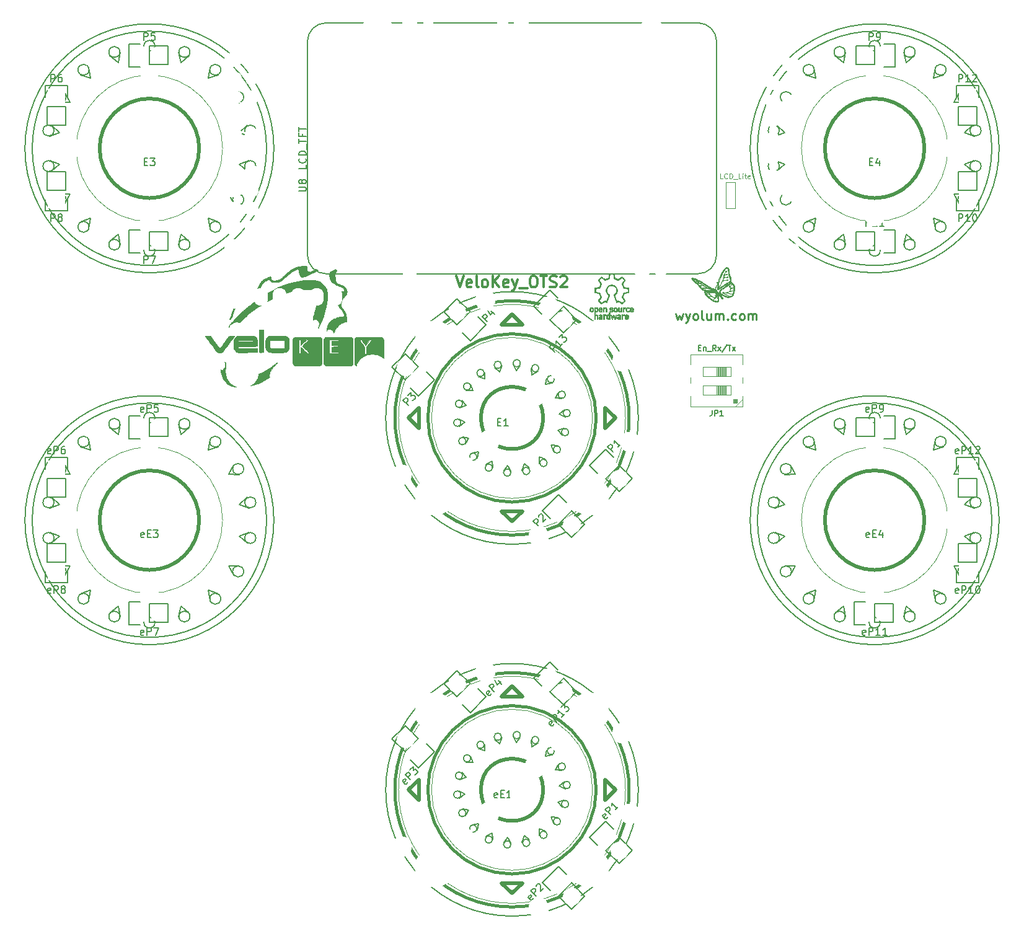
<source format=gto>
%TF.GenerationSoftware,KiCad,Pcbnew,4.1.0-alpha+201609021633+7109~49~ubuntu16.04.1-product*%
%TF.CreationDate,2016-09-14T14:47:56+05:30*%
%TF.ProjectId,OTS2,4F5453322E6B696361645F7063620000,rev?*%
%TF.FileFunction,Legend,Top*%
%FSLAX46Y46*%
G04 Gerber Fmt 4.6, Leading zero omitted, Abs format (unit mm)*
G04 Created by KiCad (PCBNEW 4.1.0-alpha+201609021633+7109~49~ubuntu16.04.1-product) date Wed Sep 14 14:47:56 2016*
%MOMM*%
%LPD*%
G01*
G04 APERTURE LIST*
%ADD10C,0.101600*%
%ADD11C,0.254000*%
%ADD12C,0.304800*%
%ADD13C,0.150000*%
%ADD14C,0.500000*%
%ADD15C,0.100000*%
%ADD16C,0.400000*%
%ADD17C,0.010000*%
%ADD18C,0.152400*%
%ADD19R,2.432000X2.432000*%
%ADD20O,2.432000X2.432000*%
%ADD21C,2.700000*%
%ADD22C,3.000000*%
%ADD23C,2.432000*%
%ADD24C,2.800000*%
%ADD25C,5.400000*%
%ADD26R,3.702000X1.670000*%
%ADD27O,2.813000X1.797000*%
%ADD28O,2.432000X1.797000*%
%ADD29C,4.572000*%
%ADD30O,2.432000X1.924000*%
%ADD31C,1.924000*%
%ADD32O,1.924000X2.432000*%
%ADD33O,1.924000X1.924000*%
%ADD34O,1.797000X1.797000*%
%ADD35C,1.052400*%
%ADD36R,1.052400X0.552400*%
%ADD37R,1.052400X1.052400*%
G04 APERTURE END LIST*
D10*
D11*
X114451190Y-63227857D02*
X114693095Y-64074523D01*
X114935000Y-63469761D01*
X115176904Y-64074523D01*
X115418809Y-63227857D01*
X115781666Y-63227857D02*
X116084047Y-64074523D01*
X116386428Y-63227857D02*
X116084047Y-64074523D01*
X115963095Y-64376904D01*
X115902619Y-64437380D01*
X115781666Y-64497857D01*
X117051666Y-64074523D02*
X116930714Y-64014047D01*
X116870238Y-63953571D01*
X116809761Y-63832619D01*
X116809761Y-63469761D01*
X116870238Y-63348809D01*
X116930714Y-63288333D01*
X117051666Y-63227857D01*
X117233095Y-63227857D01*
X117354047Y-63288333D01*
X117414523Y-63348809D01*
X117475000Y-63469761D01*
X117475000Y-63832619D01*
X117414523Y-63953571D01*
X117354047Y-64014047D01*
X117233095Y-64074523D01*
X117051666Y-64074523D01*
X118200714Y-64074523D02*
X118079761Y-64014047D01*
X118019285Y-63893095D01*
X118019285Y-62804523D01*
X119228809Y-63227857D02*
X119228809Y-64074523D01*
X118684523Y-63227857D02*
X118684523Y-63893095D01*
X118745000Y-64014047D01*
X118865952Y-64074523D01*
X119047380Y-64074523D01*
X119168333Y-64014047D01*
X119228809Y-63953571D01*
X119833571Y-64074523D02*
X119833571Y-63227857D01*
X119833571Y-63348809D02*
X119894047Y-63288333D01*
X120015000Y-63227857D01*
X120196428Y-63227857D01*
X120317380Y-63288333D01*
X120377857Y-63409285D01*
X120377857Y-64074523D01*
X120377857Y-63409285D02*
X120438333Y-63288333D01*
X120559285Y-63227857D01*
X120740714Y-63227857D01*
X120861666Y-63288333D01*
X120922142Y-63409285D01*
X120922142Y-64074523D01*
X121526904Y-63953571D02*
X121587380Y-64014047D01*
X121526904Y-64074523D01*
X121466428Y-64014047D01*
X121526904Y-63953571D01*
X121526904Y-64074523D01*
X122675952Y-64014047D02*
X122555000Y-64074523D01*
X122313095Y-64074523D01*
X122192142Y-64014047D01*
X122131666Y-63953571D01*
X122071190Y-63832619D01*
X122071190Y-63469761D01*
X122131666Y-63348809D01*
X122192142Y-63288333D01*
X122313095Y-63227857D01*
X122555000Y-63227857D01*
X122675952Y-63288333D01*
X123401666Y-64074523D02*
X123280714Y-64014047D01*
X123220238Y-63953571D01*
X123159761Y-63832619D01*
X123159761Y-63469761D01*
X123220238Y-63348809D01*
X123280714Y-63288333D01*
X123401666Y-63227857D01*
X123583095Y-63227857D01*
X123704047Y-63288333D01*
X123764523Y-63348809D01*
X123825000Y-63469761D01*
X123825000Y-63832619D01*
X123764523Y-63953571D01*
X123704047Y-64014047D01*
X123583095Y-64074523D01*
X123401666Y-64074523D01*
X124369285Y-64074523D02*
X124369285Y-63227857D01*
X124369285Y-63348809D02*
X124429761Y-63288333D01*
X124550714Y-63227857D01*
X124732142Y-63227857D01*
X124853095Y-63288333D01*
X124913571Y-63409285D01*
X124913571Y-64074523D01*
X124913571Y-63409285D02*
X124974047Y-63288333D01*
X125095000Y-63227857D01*
X125276428Y-63227857D01*
X125397380Y-63288333D01*
X125457857Y-63409285D01*
X125457857Y-64074523D01*
D12*
X84418714Y-58093428D02*
X84926714Y-59617428D01*
X85434714Y-58093428D01*
X86523285Y-59544857D02*
X86378142Y-59617428D01*
X86087857Y-59617428D01*
X85942714Y-59544857D01*
X85870142Y-59399714D01*
X85870142Y-58819142D01*
X85942714Y-58674000D01*
X86087857Y-58601428D01*
X86378142Y-58601428D01*
X86523285Y-58674000D01*
X86595857Y-58819142D01*
X86595857Y-58964285D01*
X85870142Y-59109428D01*
X87466714Y-59617428D02*
X87321571Y-59544857D01*
X87249000Y-59399714D01*
X87249000Y-58093428D01*
X88265000Y-59617428D02*
X88119857Y-59544857D01*
X88047285Y-59472285D01*
X87974714Y-59327142D01*
X87974714Y-58891714D01*
X88047285Y-58746571D01*
X88119857Y-58674000D01*
X88265000Y-58601428D01*
X88482714Y-58601428D01*
X88627857Y-58674000D01*
X88700428Y-58746571D01*
X88773000Y-58891714D01*
X88773000Y-59327142D01*
X88700428Y-59472285D01*
X88627857Y-59544857D01*
X88482714Y-59617428D01*
X88265000Y-59617428D01*
X89426142Y-59617428D02*
X89426142Y-58093428D01*
X90297000Y-59617428D02*
X89643857Y-58746571D01*
X90297000Y-58093428D02*
X89426142Y-58964285D01*
X91530714Y-59544857D02*
X91385571Y-59617428D01*
X91095285Y-59617428D01*
X90950142Y-59544857D01*
X90877571Y-59399714D01*
X90877571Y-58819142D01*
X90950142Y-58674000D01*
X91095285Y-58601428D01*
X91385571Y-58601428D01*
X91530714Y-58674000D01*
X91603285Y-58819142D01*
X91603285Y-58964285D01*
X90877571Y-59109428D01*
X92111285Y-58601428D02*
X92474142Y-59617428D01*
X92837000Y-58601428D02*
X92474142Y-59617428D01*
X92329000Y-59980285D01*
X92256428Y-60052857D01*
X92111285Y-60125428D01*
X93054714Y-59762571D02*
X94215857Y-59762571D01*
X94869000Y-58093428D02*
X95159285Y-58093428D01*
X95304428Y-58166000D01*
X95449571Y-58311142D01*
X95522142Y-58601428D01*
X95522142Y-59109428D01*
X95449571Y-59399714D01*
X95304428Y-59544857D01*
X95159285Y-59617428D01*
X94869000Y-59617428D01*
X94723857Y-59544857D01*
X94578714Y-59399714D01*
X94506142Y-59109428D01*
X94506142Y-58601428D01*
X94578714Y-58311142D01*
X94723857Y-58166000D01*
X94869000Y-58093428D01*
X95957571Y-58093428D02*
X96828428Y-58093428D01*
X96393000Y-59617428D02*
X96393000Y-58093428D01*
X97263857Y-59544857D02*
X97481571Y-59617428D01*
X97844428Y-59617428D01*
X97989571Y-59544857D01*
X98062142Y-59472285D01*
X98134714Y-59327142D01*
X98134714Y-59182000D01*
X98062142Y-59036857D01*
X97989571Y-58964285D01*
X97844428Y-58891714D01*
X97554142Y-58819142D01*
X97409000Y-58746571D01*
X97336428Y-58674000D01*
X97263857Y-58528857D01*
X97263857Y-58383714D01*
X97336428Y-58238571D01*
X97409000Y-58166000D01*
X97554142Y-58093428D01*
X97917000Y-58093428D01*
X98134714Y-58166000D01*
X98715285Y-58238571D02*
X98787857Y-58166000D01*
X98933000Y-58093428D01*
X99295857Y-58093428D01*
X99441000Y-58166000D01*
X99513571Y-58238571D01*
X99586142Y-58383714D01*
X99586142Y-58528857D01*
X99513571Y-58746571D01*
X98642714Y-59617428D01*
X99586142Y-59617428D01*
D13*
X153035000Y-97155000D02*
X153035000Y-94615000D01*
X152755000Y-99975000D02*
X152755000Y-98425000D01*
X153035000Y-97155000D02*
X155575000Y-97155000D01*
X155855000Y-98425000D02*
X155855000Y-99975000D01*
X155855000Y-99975000D02*
X152755000Y-99975000D01*
X155575000Y-97155000D02*
X155575000Y-94615000D01*
X155575000Y-94615000D02*
X153035000Y-94615000D01*
D10*
X151605000Y-91440000D02*
G75*
G03X151605000Y-91440000I-10000000J0D01*
G01*
D13*
X141605000Y-78940000D02*
X142355000Y-77690000D01*
X140855000Y-77690000D02*
X141605000Y-78940000D01*
X142355000Y-77440000D02*
G75*
G03X142355000Y-77440000I-750000J0D01*
G01*
X157605000Y-91440000D02*
G75*
G03X157605000Y-91440000I-16000000J0D01*
G01*
X158605000Y-91440000D02*
G75*
G03X158605000Y-91440000I-17000000J0D01*
G01*
D14*
X148405000Y-91440000D02*
G75*
G03X148405000Y-91440000I-6800000J0D01*
G01*
D13*
X137566718Y-78284303D02*
G75*
G03X137566718Y-78284303I-750000J0D01*
G01*
X133355973Y-80715378D02*
G75*
G03X133355973Y-80715378I-750000J0D01*
G01*
X130230644Y-84440000D02*
G75*
G03X130230644Y-84440000I-750000J0D01*
G01*
X128567690Y-89008926D02*
G75*
G03X128567690Y-89008926I-749999J0D01*
G01*
X128567691Y-93871074D02*
G75*
G03X128567691Y-93871074I-750000J0D01*
G01*
X130230644Y-98440000D02*
G75*
G03X130230644Y-98440000I-750000J0D01*
G01*
X133355974Y-102164622D02*
G75*
G03X133355974Y-102164622I-750001J0D01*
G01*
X137566718Y-104595697D02*
G75*
G03X137566718Y-104595697I-750000J0D01*
G01*
X142355000Y-105440000D02*
G75*
G03X142355000Y-105440000I-750000J0D01*
G01*
X147143282Y-104595697D02*
G75*
G03X147143282Y-104595697I-750000J0D01*
G01*
X151354027Y-102164622D02*
G75*
G03X151354027Y-102164622I-750000J0D01*
G01*
X154479356Y-98440000D02*
G75*
G03X154479356Y-98440000I-750000J0D01*
G01*
X156142308Y-93871074D02*
G75*
G03X156142308Y-93871074I-749999J0D01*
G01*
X156142309Y-89008926D02*
G75*
G03X156142309Y-89008926I-750000J0D01*
G01*
X154479356Y-84440000D02*
G75*
G03X154479356Y-84440000I-750000J0D01*
G01*
X151354028Y-80715378D02*
G75*
G03X151354028Y-80715378I-750001J0D01*
G01*
X147143282Y-78284303D02*
G75*
G03X147143282Y-78284303I-750000J0D01*
G01*
X137329748Y-79693842D02*
X137606992Y-78262711D01*
X133570155Y-81864444D02*
X133341204Y-80424798D01*
X130779682Y-85190000D02*
X130072151Y-83915481D01*
X129294903Y-89269398D02*
X128194130Y-88313732D01*
X129294903Y-93610602D02*
X127933657Y-93089057D01*
X130779682Y-97690000D02*
X129322151Y-97665481D01*
X133570155Y-101015556D02*
X132192137Y-101491020D01*
X137329748Y-103186158D02*
X136197454Y-104104258D01*
X141605000Y-103940000D02*
X140855000Y-105190000D01*
X145880252Y-103186158D02*
X145603008Y-104617289D01*
X149639845Y-101015556D02*
X149868796Y-102455202D01*
X152430318Y-97690000D02*
X153137849Y-98964519D01*
X153915097Y-93610602D02*
X155015870Y-94566268D01*
X153915097Y-89269398D02*
X155276343Y-89790943D01*
X152430318Y-85190000D02*
X153887849Y-85214519D01*
X149639845Y-81864444D02*
X151017863Y-81388980D01*
X145880252Y-79693842D02*
X147012546Y-78775742D01*
X136197454Y-78775742D02*
X137329748Y-79693842D01*
X132192137Y-81388980D02*
X133570155Y-81864444D01*
X129322151Y-85214519D02*
X130779682Y-85190000D01*
X127933657Y-89790943D02*
X129294903Y-89269398D01*
X128194130Y-94566268D02*
X129294903Y-93610602D01*
X130072151Y-98964519D02*
X130779682Y-97690000D01*
X133341204Y-102455202D02*
X133570155Y-101015556D01*
X137606992Y-104617289D02*
X137329748Y-103186158D01*
X142355000Y-105190000D02*
X141605000Y-103940000D01*
X147012546Y-104104258D02*
X145880252Y-103186158D01*
X151017863Y-101491020D02*
X149639845Y-101015556D01*
X153887849Y-97665481D02*
X152430318Y-97690000D01*
X155276343Y-93089057D02*
X153915097Y-93610602D01*
X155015870Y-88313732D02*
X153915097Y-89269398D01*
X153137849Y-83915481D02*
X152430318Y-85190000D01*
X149868796Y-80424798D02*
X149639845Y-81864444D01*
X145603008Y-78262711D02*
X145880252Y-79693842D01*
D10*
X52545000Y-91440000D02*
G75*
G03X52545000Y-91440000I-10000000J0D01*
G01*
D13*
X42545000Y-103940000D02*
X41795000Y-105190000D01*
X43295000Y-105190000D02*
X42545000Y-103940000D01*
X43295000Y-105440000D02*
G75*
G03X43295000Y-105440000I-750000J0D01*
G01*
X58545000Y-91440000D02*
G75*
G03X58545000Y-91440000I-16000000J0D01*
G01*
X59545000Y-91440000D02*
G75*
G03X59545000Y-91440000I-17000000J0D01*
G01*
D14*
X49345000Y-91440000D02*
G75*
G03X49345000Y-91440000I-6800000J0D01*
G01*
D13*
X48083282Y-104595697D02*
G75*
G03X48083282Y-104595697I-750000J0D01*
G01*
X52294027Y-102164622D02*
G75*
G03X52294027Y-102164622I-750000J0D01*
G01*
X55419356Y-98440000D02*
G75*
G03X55419356Y-98440000I-750000J0D01*
G01*
X57082308Y-93871074D02*
G75*
G03X57082308Y-93871074I-749999J0D01*
G01*
X57082309Y-89008926D02*
G75*
G03X57082309Y-89008926I-750000J0D01*
G01*
X55419356Y-84440000D02*
G75*
G03X55419356Y-84440000I-750000J0D01*
G01*
X52294028Y-80715378D02*
G75*
G03X52294028Y-80715378I-750001J0D01*
G01*
X48083282Y-78284303D02*
G75*
G03X48083282Y-78284303I-750000J0D01*
G01*
X43295000Y-77440000D02*
G75*
G03X43295000Y-77440000I-750000J0D01*
G01*
X38506718Y-78284303D02*
G75*
G03X38506718Y-78284303I-750000J0D01*
G01*
X34295973Y-80715378D02*
G75*
G03X34295973Y-80715378I-750000J0D01*
G01*
X31170644Y-84440000D02*
G75*
G03X31170644Y-84440000I-750000J0D01*
G01*
X29507690Y-89008926D02*
G75*
G03X29507690Y-89008926I-749999J0D01*
G01*
X29507691Y-93871074D02*
G75*
G03X29507691Y-93871074I-750000J0D01*
G01*
X31170644Y-98440000D02*
G75*
G03X31170644Y-98440000I-750000J0D01*
G01*
X34295974Y-102164622D02*
G75*
G03X34295974Y-102164622I-750001J0D01*
G01*
X38506718Y-104595697D02*
G75*
G03X38506718Y-104595697I-750000J0D01*
G01*
X46820252Y-103186158D02*
X46543008Y-104617289D01*
X50579845Y-101015556D02*
X50808796Y-102455202D01*
X53370318Y-97690000D02*
X54077849Y-98964519D01*
X54855097Y-93610602D02*
X55955870Y-94566268D01*
X54855097Y-89269398D02*
X56216343Y-89790943D01*
X53370318Y-85190000D02*
X54827849Y-85214519D01*
X50579845Y-81864444D02*
X51957863Y-81388980D01*
X46820252Y-79693842D02*
X47952546Y-78775742D01*
X42545000Y-78940000D02*
X43295000Y-77690000D01*
X38269748Y-79693842D02*
X38546992Y-78262711D01*
X34510155Y-81864444D02*
X34281204Y-80424798D01*
X31719682Y-85190000D02*
X31012151Y-83915481D01*
X30234903Y-89269398D02*
X29134130Y-88313732D01*
X30234903Y-93610602D02*
X28873657Y-93089057D01*
X31719682Y-97690000D02*
X30262151Y-97665481D01*
X34510155Y-101015556D02*
X33132137Y-101491020D01*
X38269748Y-103186158D02*
X37137454Y-104104258D01*
X47952546Y-104104258D02*
X46820252Y-103186158D01*
X51957863Y-101491020D02*
X50579845Y-101015556D01*
X54827849Y-97665481D02*
X53370318Y-97690000D01*
X56216343Y-93089057D02*
X54855097Y-93610602D01*
X55955870Y-88313732D02*
X54855097Y-89269398D01*
X54077849Y-83915481D02*
X53370318Y-85190000D01*
X50808796Y-80424798D02*
X50579845Y-81864444D01*
X46543008Y-78262711D02*
X46820252Y-79693842D01*
X41795000Y-77690000D02*
X42545000Y-78940000D01*
X37137454Y-78775742D02*
X38269748Y-79693842D01*
X33132137Y-81388980D02*
X34510155Y-81864444D01*
X30262151Y-85214519D02*
X31719682Y-85190000D01*
X28873657Y-89790943D02*
X30234903Y-89269398D01*
X29134130Y-94566268D02*
X30234903Y-93610602D01*
X31012151Y-98964519D02*
X31719682Y-97690000D01*
X34281204Y-102455202D02*
X34510155Y-101015556D01*
X38546992Y-104617289D02*
X38269748Y-103186158D01*
X28575000Y-97155000D02*
X28575000Y-94615000D01*
X28295000Y-99975000D02*
X28295000Y-98425000D01*
X28575000Y-97155000D02*
X31115000Y-97155000D01*
X31395000Y-98425000D02*
X31395000Y-99975000D01*
X31395000Y-99975000D02*
X28295000Y-99975000D01*
X31115000Y-97155000D02*
X31115000Y-94615000D01*
X31115000Y-94615000D02*
X28575000Y-94615000D01*
X31115000Y-85725000D02*
X31115000Y-88265000D01*
X31395000Y-82905000D02*
X31395000Y-84455000D01*
X31115000Y-85725000D02*
X28575000Y-85725000D01*
X28295000Y-84455000D02*
X28295000Y-82905000D01*
X28295000Y-82905000D02*
X31395000Y-82905000D01*
X28575000Y-85725000D02*
X28575000Y-88265000D01*
X28575000Y-88265000D02*
X31115000Y-88265000D01*
X42545000Y-77470000D02*
X45085000Y-77470000D01*
X39725000Y-77190000D02*
X41275000Y-77190000D01*
X42545000Y-77470000D02*
X42545000Y-80010000D01*
X41275000Y-80290000D02*
X39725000Y-80290000D01*
X39725000Y-80290000D02*
X39725000Y-77190000D01*
X42545000Y-80010000D02*
X45085000Y-80010000D01*
X45085000Y-80010000D02*
X45085000Y-77470000D01*
X42545000Y-102870000D02*
X45085000Y-102870000D01*
X39725000Y-102590000D02*
X41275000Y-102590000D01*
X42545000Y-102870000D02*
X42545000Y-105410000D01*
X41275000Y-105690000D02*
X39725000Y-105690000D01*
X39725000Y-105690000D02*
X39725000Y-102590000D01*
X42545000Y-105410000D02*
X45085000Y-105410000D01*
X45085000Y-105410000D02*
X45085000Y-102870000D01*
X155575000Y-85725000D02*
X155575000Y-88265000D01*
X155855000Y-82905000D02*
X155855000Y-84455000D01*
X155575000Y-85725000D02*
X153035000Y-85725000D01*
X152755000Y-84455000D02*
X152755000Y-82905000D01*
X152755000Y-82905000D02*
X155855000Y-82905000D01*
X153035000Y-85725000D02*
X153035000Y-88265000D01*
X153035000Y-88265000D02*
X155575000Y-88265000D01*
X141605000Y-102870000D02*
X144145000Y-102870000D01*
X138785000Y-102590000D02*
X140335000Y-102590000D01*
X141605000Y-102870000D02*
X141605000Y-105410000D01*
X140335000Y-105690000D02*
X138785000Y-105690000D01*
X138785000Y-105690000D02*
X138785000Y-102590000D01*
X141605000Y-105410000D02*
X144145000Y-105410000D01*
X144145000Y-105410000D02*
X144145000Y-102870000D01*
X141605000Y-80010000D02*
X139065000Y-80010000D01*
X144425000Y-80290000D02*
X142875000Y-80290000D01*
X141605000Y-80010000D02*
X141605000Y-77470000D01*
X142875000Y-77190000D02*
X144425000Y-77190000D01*
X144425000Y-77190000D02*
X144425000Y-80290000D01*
X141605000Y-77470000D02*
X139065000Y-77470000D01*
X139065000Y-77470000D02*
X139065000Y-80010000D01*
X77469989Y-123081062D02*
X75673938Y-121285011D01*
X79266040Y-125273093D02*
X78170024Y-124177078D01*
X77469989Y-123081062D02*
X79266040Y-121285011D01*
X80362056Y-121985046D02*
X81458071Y-123081062D01*
X81458071Y-123081062D02*
X79266040Y-125273093D01*
X79266040Y-121285011D02*
X77469989Y-119488960D01*
X77469989Y-119488960D02*
X75673938Y-121285011D01*
D14*
X90660786Y-140997922D02*
X93489214Y-140997922D01*
X93489214Y-140997922D02*
X92075000Y-142412136D01*
X92075000Y-142412136D02*
X90660786Y-140997922D01*
X104802922Y-129684214D02*
X104802922Y-126855786D01*
X104802922Y-126855786D02*
X106217136Y-128270000D01*
X106217136Y-128270000D02*
X104802922Y-129684214D01*
X90660786Y-115542078D02*
X93489214Y-115542078D01*
X93489214Y-115542078D02*
X92075000Y-114127864D01*
X92075000Y-114127864D02*
X90660786Y-115542078D01*
X79347078Y-129684214D02*
X77932864Y-128270000D01*
X77932864Y-128270000D02*
X79347078Y-126855786D01*
X79347078Y-129684214D02*
X79347078Y-126855786D01*
D13*
X96671194Y-123673806D02*
X97555078Y-123497029D01*
X96847971Y-122789922D02*
X96671194Y-123673806D01*
X97878301Y-122966699D02*
G75*
G03X97878301Y-122966699I-500000J0D01*
G01*
D15*
X107575000Y-128270000D02*
G75*
G03X107575000Y-128270000I-15500000J0D01*
G01*
X103075001Y-128270000D02*
G75*
G03X103075001Y-128270000I-11000001J0D01*
G01*
D16*
X108074999Y-128270000D02*
G75*
G03X108074999Y-128270000I-15999999J0D01*
G01*
D13*
X109325000Y-128270000D02*
G75*
G03X109325000Y-128270000I-17250000J0D01*
G01*
D16*
X103575000Y-128270000D02*
G75*
G03X103575000Y-128270000I-11500000J0D01*
G01*
D14*
X96325000Y-128270000D02*
G75*
G03X96325000Y-128270000I-4250000J0D01*
G01*
D13*
X95744636Y-121472691D02*
G75*
G03X95744636Y-121472691I-499999J0D01*
G01*
X93228668Y-120798540D02*
G75*
G03X93228668Y-120798540I-500000J0D01*
G01*
X90633857Y-121025556D02*
G75*
G03X90633857Y-121025556I-500000J0D01*
G01*
X88273177Y-122126360D02*
G75*
G03X88273177Y-122126360I-500000J0D01*
G01*
X86431360Y-123968177D02*
G75*
G03X86431360Y-123968177I-500000J0D01*
G01*
X85330556Y-126328857D02*
G75*
G03X85330556Y-126328857I-500000J0D01*
G01*
X85103540Y-128923668D02*
G75*
G03X85103540Y-128923668I-500000J0D01*
G01*
X85777691Y-131439637D02*
G75*
G03X85777691Y-131439637I-500000J0D01*
G01*
X87271699Y-133573301D02*
G75*
G03X87271699Y-133573301I-500000J0D01*
G01*
X89405362Y-135067309D02*
G75*
G03X89405362Y-135067309I-499999J0D01*
G01*
X91921332Y-135741460D02*
G75*
G03X91921332Y-135741460I-500000J0D01*
G01*
X94516143Y-135514444D02*
G75*
G03X94516143Y-135514444I-500000J0D01*
G01*
X96876823Y-134413640D02*
G75*
G03X96876823Y-134413640I-500000J0D01*
G01*
X98718640Y-132571823D02*
G75*
G03X98718640Y-132571823I-500000J0D01*
G01*
X99819444Y-130211143D02*
G75*
G03X99819444Y-130211143I-500000J0D01*
G01*
X100046460Y-127616332D02*
G75*
G03X100046460Y-127616332I-500000J0D01*
G01*
X99372309Y-125100363D02*
G75*
G03X99372309Y-125100363I-500000J0D01*
G01*
X94822019Y-122378999D02*
X95592136Y-121910577D01*
X92641513Y-121794735D02*
X93204976Y-121091166D01*
X90392676Y-121991482D02*
X90681525Y-121137628D01*
X88346753Y-122945512D02*
X88326147Y-122044360D01*
X86750512Y-124541753D02*
X86422936Y-123701995D01*
X85796482Y-126587676D02*
X85201448Y-125910599D01*
X85599735Y-128836513D02*
X84809011Y-128403782D01*
X86183999Y-131017019D02*
X85292960Y-130880828D01*
X87478806Y-132866194D02*
X86594922Y-133042971D01*
X89327981Y-134161001D02*
X88557864Y-134629423D01*
X91508487Y-134745265D02*
X90945024Y-135448834D01*
X93757324Y-134548518D02*
X93468475Y-135402372D01*
X95803247Y-133594488D02*
X95823853Y-134495640D01*
X97399488Y-131998247D02*
X97727064Y-132838005D01*
X98353518Y-129952324D02*
X98948552Y-130629401D01*
X98550265Y-127703487D02*
X99340989Y-128136218D01*
X97966001Y-125522981D02*
X98857040Y-125659172D01*
X94685828Y-121487960D02*
X94822019Y-122378999D01*
X92208782Y-121004011D02*
X92641513Y-121794735D01*
X89715599Y-121396448D02*
X90392676Y-121991482D01*
X87506995Y-122617936D02*
X88346753Y-122945512D01*
X85849360Y-124521147D02*
X86750512Y-124541753D01*
X84942628Y-126876525D02*
X85796482Y-126587676D01*
X84896166Y-129399976D02*
X85599735Y-128836513D01*
X85715577Y-131787136D02*
X86183999Y-131017019D01*
X87302029Y-133750078D02*
X87478806Y-132866194D01*
X89464172Y-135052040D02*
X89327981Y-134161001D01*
X91941218Y-135535989D02*
X91508487Y-134745265D01*
X94434401Y-135143552D02*
X93757324Y-134548518D01*
X96643005Y-133922064D02*
X95803247Y-133594488D01*
X98300640Y-132018853D02*
X97399488Y-131998247D01*
X99207372Y-129663475D02*
X98353518Y-129952324D01*
X99253834Y-127140024D02*
X98550265Y-127703487D01*
X98434423Y-124752864D02*
X97966001Y-125522981D01*
X100221051Y-140970000D02*
X102017102Y-142766051D01*
X98425000Y-138777969D02*
X99521016Y-139873984D01*
X100221051Y-140970000D02*
X98425000Y-142766051D01*
X97328984Y-142066016D02*
X96232969Y-140970000D01*
X96232969Y-140970000D02*
X98425000Y-138777969D01*
X98425000Y-142766051D02*
X100221051Y-144562102D01*
X100221051Y-144562102D02*
X102017102Y-142766051D01*
X84563949Y-115570000D02*
X82767898Y-113773949D01*
X86360000Y-117762031D02*
X85263984Y-116666016D01*
X84563949Y-115570000D02*
X86360000Y-113773949D01*
X87456016Y-114473984D02*
X88552031Y-115570000D01*
X88552031Y-115570000D02*
X86360000Y-117762031D01*
X86360000Y-113773949D02*
X84563949Y-111977898D01*
X84563949Y-111977898D02*
X82767898Y-113773949D01*
X106680000Y-134728949D02*
X108476051Y-136525000D01*
X104883949Y-132536918D02*
X105979965Y-133632933D01*
X106680000Y-134728949D02*
X104883949Y-136525000D01*
X103787933Y-135824965D02*
X102691918Y-134728949D01*
X102691918Y-134728949D02*
X104883949Y-132536918D01*
X104883949Y-136525000D02*
X106680000Y-138321051D01*
X106680000Y-138321051D02*
X108476051Y-136525000D01*
X99060000Y-113030000D02*
X100856051Y-114826051D01*
X97263949Y-110837969D02*
X98359965Y-111933984D01*
X99060000Y-113030000D02*
X97263949Y-114826051D01*
X96167933Y-114126016D02*
X95071918Y-113030000D01*
X95071918Y-113030000D02*
X97263949Y-110837969D01*
X97263949Y-114826051D02*
X99060000Y-116622102D01*
X99060000Y-116622102D02*
X100856051Y-114826051D01*
D14*
X90660786Y-90197922D02*
X93489214Y-90197922D01*
X93489214Y-90197922D02*
X92075000Y-91612136D01*
X92075000Y-91612136D02*
X90660786Y-90197922D01*
X104802922Y-78884214D02*
X104802922Y-76055786D01*
X104802922Y-76055786D02*
X106217136Y-77470000D01*
X106217136Y-77470000D02*
X104802922Y-78884214D01*
X90660786Y-64742078D02*
X93489214Y-64742078D01*
X93489214Y-64742078D02*
X92075000Y-63327864D01*
X92075000Y-63327864D02*
X90660786Y-64742078D01*
X79347078Y-78884214D02*
X77932864Y-77470000D01*
X77932864Y-77470000D02*
X79347078Y-76055786D01*
X79347078Y-78884214D02*
X79347078Y-76055786D01*
D13*
X96671194Y-72873806D02*
X97555078Y-72697029D01*
X96847971Y-71989922D02*
X96671194Y-72873806D01*
X97878301Y-72166699D02*
G75*
G03X97878301Y-72166699I-500000J0D01*
G01*
D15*
X107575000Y-77470000D02*
G75*
G03X107575000Y-77470000I-15500000J0D01*
G01*
X103075001Y-77470000D02*
G75*
G03X103075001Y-77470000I-11000001J0D01*
G01*
D16*
X108074999Y-77470000D02*
G75*
G03X108074999Y-77470000I-15999999J0D01*
G01*
D13*
X109325000Y-77470000D02*
G75*
G03X109325000Y-77470000I-17250000J0D01*
G01*
D16*
X103575000Y-77470000D02*
G75*
G03X103575000Y-77470000I-11500000J0D01*
G01*
D14*
X96325000Y-77470000D02*
G75*
G03X96325000Y-77470000I-4250000J0D01*
G01*
D13*
X95744636Y-70672691D02*
G75*
G03X95744636Y-70672691I-499999J0D01*
G01*
X93228668Y-69998540D02*
G75*
G03X93228668Y-69998540I-500000J0D01*
G01*
X90633857Y-70225556D02*
G75*
G03X90633857Y-70225556I-500000J0D01*
G01*
X88273177Y-71326360D02*
G75*
G03X88273177Y-71326360I-500000J0D01*
G01*
X86431360Y-73168177D02*
G75*
G03X86431360Y-73168177I-500000J0D01*
G01*
X85330556Y-75528857D02*
G75*
G03X85330556Y-75528857I-500000J0D01*
G01*
X85103540Y-78123668D02*
G75*
G03X85103540Y-78123668I-500000J0D01*
G01*
X85777691Y-80639637D02*
G75*
G03X85777691Y-80639637I-500000J0D01*
G01*
X87271699Y-82773301D02*
G75*
G03X87271699Y-82773301I-500000J0D01*
G01*
X89405362Y-84267309D02*
G75*
G03X89405362Y-84267309I-499999J0D01*
G01*
X91921332Y-84941460D02*
G75*
G03X91921332Y-84941460I-500000J0D01*
G01*
X94516143Y-84714444D02*
G75*
G03X94516143Y-84714444I-500000J0D01*
G01*
X96876823Y-83613640D02*
G75*
G03X96876823Y-83613640I-500000J0D01*
G01*
X98718640Y-81771823D02*
G75*
G03X98718640Y-81771823I-500000J0D01*
G01*
X99819444Y-79411143D02*
G75*
G03X99819444Y-79411143I-500000J0D01*
G01*
X100046460Y-76816332D02*
G75*
G03X100046460Y-76816332I-500000J0D01*
G01*
X99372309Y-74300363D02*
G75*
G03X99372309Y-74300363I-500000J0D01*
G01*
X94822019Y-71578999D02*
X95592136Y-71110577D01*
X92641513Y-70994735D02*
X93204976Y-70291166D01*
X90392676Y-71191482D02*
X90681525Y-70337628D01*
X88346753Y-72145512D02*
X88326147Y-71244360D01*
X86750512Y-73741753D02*
X86422936Y-72901995D01*
X85796482Y-75787676D02*
X85201448Y-75110599D01*
X85599735Y-78036513D02*
X84809011Y-77603782D01*
X86183999Y-80217019D02*
X85292960Y-80080828D01*
X87478806Y-82066194D02*
X86594922Y-82242971D01*
X89327981Y-83361001D02*
X88557864Y-83829423D01*
X91508487Y-83945265D02*
X90945024Y-84648834D01*
X93757324Y-83748518D02*
X93468475Y-84602372D01*
X95803247Y-82794488D02*
X95823853Y-83695640D01*
X97399488Y-81198247D02*
X97727064Y-82038005D01*
X98353518Y-79152324D02*
X98948552Y-79829401D01*
X98550265Y-76903487D02*
X99340989Y-77336218D01*
X97966001Y-74722981D02*
X98857040Y-74859172D01*
X94685828Y-70687960D02*
X94822019Y-71578999D01*
X92208782Y-70204011D02*
X92641513Y-70994735D01*
X89715599Y-70596448D02*
X90392676Y-71191482D01*
X87506995Y-71817936D02*
X88346753Y-72145512D01*
X85849360Y-73721147D02*
X86750512Y-73741753D01*
X84942628Y-76076525D02*
X85796482Y-75787676D01*
X84896166Y-78599976D02*
X85599735Y-78036513D01*
X85715577Y-80987136D02*
X86183999Y-80217019D01*
X87302029Y-82950078D02*
X87478806Y-82066194D01*
X89464172Y-84252040D02*
X89327981Y-83361001D01*
X91941218Y-84735989D02*
X91508487Y-83945265D01*
X94434401Y-84343552D02*
X93757324Y-83748518D01*
X96643005Y-83122064D02*
X95803247Y-82794488D01*
X98300640Y-81218853D02*
X97399488Y-81198247D01*
X99207372Y-78863475D02*
X98353518Y-79152324D01*
X99253834Y-76340024D02*
X98550265Y-76903487D01*
X98434423Y-73952864D02*
X97966001Y-74722981D01*
D10*
X120142000Y-71755000D02*
X120142000Y-70485000D01*
X120269000Y-70485000D02*
X120269000Y-71755000D01*
X120396000Y-71755000D02*
X120396000Y-70485000D01*
X120523000Y-70485000D02*
X120523000Y-71755000D01*
X120650000Y-71755000D02*
X120650000Y-70485000D01*
X120777000Y-70485000D02*
X120777000Y-71755000D01*
X120904000Y-71755000D02*
X120904000Y-70485000D01*
X121031000Y-70485000D02*
X121031000Y-71755000D01*
X121158000Y-71755000D02*
X121158000Y-70485000D01*
X120142000Y-74295000D02*
X120142000Y-73025000D01*
X120269000Y-73025000D02*
X120269000Y-74295000D01*
X120396000Y-74295000D02*
X120396000Y-73025000D01*
X120523000Y-73025000D02*
X120523000Y-74295000D01*
X120650000Y-74295000D02*
X120650000Y-73025000D01*
X120777000Y-73025000D02*
X120777000Y-74295000D01*
X120904000Y-74295000D02*
X120904000Y-73025000D01*
X121031000Y-73025000D02*
X121031000Y-74295000D01*
X121158000Y-74295000D02*
X121158000Y-73025000D01*
X121285000Y-71755000D02*
X121285000Y-70485000D01*
X120015000Y-70485000D02*
X120015000Y-71755000D01*
X120015000Y-74295000D02*
X120015000Y-73025000D01*
X121285000Y-74295000D02*
X121285000Y-73025000D01*
X121920000Y-71755000D02*
X118110000Y-71755000D01*
X118110000Y-71755000D02*
X118110000Y-70485000D01*
X118110000Y-70485000D02*
X121920000Y-70485000D01*
X121920000Y-70485000D02*
X121920000Y-71755000D01*
X121920000Y-74295000D02*
X118110000Y-74295000D01*
X118110000Y-74295000D02*
X118110000Y-73025000D01*
X118110000Y-73025000D02*
X121920000Y-73025000D01*
X121920000Y-73025000D02*
X121920000Y-74295000D01*
X122428000Y-74930000D02*
X122428000Y-75438000D01*
X122682000Y-75438000D02*
X122682000Y-74930000D01*
X122301000Y-75057000D02*
X122809000Y-75057000D01*
X122809000Y-75311000D02*
X122301000Y-75311000D01*
X122301000Y-75184000D02*
X122809000Y-75184000D01*
X122555000Y-75438000D02*
X122555000Y-74930000D01*
X122809000Y-75438000D02*
X122301000Y-75438000D01*
X122301000Y-75438000D02*
X122301000Y-74930000D01*
X122301000Y-74930000D02*
X122809000Y-74930000D01*
X122809000Y-74930000D02*
X122809000Y-75438000D01*
X122555000Y-75946000D02*
X123571000Y-74930000D01*
X116459000Y-71882000D02*
X116459000Y-72898000D01*
X123571000Y-70358000D02*
X123571000Y-68834000D01*
X123571000Y-68834000D02*
X116459000Y-68834000D01*
X116459000Y-68834000D02*
X116459000Y-70358000D01*
X123571000Y-72898000D02*
X123571000Y-71882000D01*
X123571000Y-75946000D02*
X123571000Y-74422000D01*
X123571000Y-75946000D02*
X116459000Y-75946000D01*
X116459000Y-75946000D02*
X116459000Y-74422000D01*
D13*
X120015000Y-55245000D02*
X120015000Y-26035000D01*
X66675000Y-57785000D02*
X117475000Y-57785000D01*
X64135000Y-26035000D02*
X64135000Y-55245000D01*
X117475000Y-23495000D02*
X66675000Y-23495000D01*
X64135000Y-55245000D02*
G75*
G03X66675000Y-57785000I2540000J0D01*
G01*
X117475000Y-57785000D02*
G75*
G03X120015000Y-55245000I0J2540000D01*
G01*
X120015000Y-26035000D02*
G75*
G03X117475000Y-23495000I-2540000J0D01*
G01*
X66675000Y-23495000D02*
G75*
G03X64135000Y-26035000I0J-2540000D01*
G01*
D10*
X52545000Y-40640000D02*
G75*
G03X52545000Y-40640000I-10000000J0D01*
G01*
D13*
X42545000Y-53140000D02*
X41795000Y-54390000D01*
X43295000Y-54390000D02*
X42545000Y-53140000D01*
X43295000Y-54640000D02*
G75*
G03X43295000Y-54640000I-750000J0D01*
G01*
X58545000Y-40640000D02*
G75*
G03X58545000Y-40640000I-16000000J0D01*
G01*
X59545000Y-40640000D02*
G75*
G03X59545000Y-40640000I-17000000J0D01*
G01*
D14*
X49345000Y-40640000D02*
G75*
G03X49345000Y-40640000I-6800000J0D01*
G01*
D13*
X48083282Y-53795697D02*
G75*
G03X48083282Y-53795697I-750000J0D01*
G01*
X52294027Y-51364622D02*
G75*
G03X52294027Y-51364622I-750000J0D01*
G01*
X55419356Y-47640000D02*
G75*
G03X55419356Y-47640000I-750000J0D01*
G01*
X57082308Y-43071074D02*
G75*
G03X57082308Y-43071074I-749999J0D01*
G01*
X57082309Y-38208926D02*
G75*
G03X57082309Y-38208926I-750000J0D01*
G01*
X55419356Y-33640000D02*
G75*
G03X55419356Y-33640000I-750000J0D01*
G01*
X52294028Y-29915378D02*
G75*
G03X52294028Y-29915378I-750001J0D01*
G01*
X48083282Y-27484303D02*
G75*
G03X48083282Y-27484303I-750000J0D01*
G01*
X43295000Y-26640000D02*
G75*
G03X43295000Y-26640000I-750000J0D01*
G01*
X38506718Y-27484303D02*
G75*
G03X38506718Y-27484303I-750000J0D01*
G01*
X34295973Y-29915378D02*
G75*
G03X34295973Y-29915378I-750000J0D01*
G01*
X31170644Y-33640000D02*
G75*
G03X31170644Y-33640000I-750000J0D01*
G01*
X29507690Y-38208926D02*
G75*
G03X29507690Y-38208926I-749999J0D01*
G01*
X29507691Y-43071074D02*
G75*
G03X29507691Y-43071074I-750000J0D01*
G01*
X31170644Y-47640000D02*
G75*
G03X31170644Y-47640000I-750000J0D01*
G01*
X34295974Y-51364622D02*
G75*
G03X34295974Y-51364622I-750001J0D01*
G01*
X38506718Y-53795697D02*
G75*
G03X38506718Y-53795697I-750000J0D01*
G01*
X46820252Y-52386158D02*
X46543008Y-53817289D01*
X50579845Y-50215556D02*
X50808796Y-51655202D01*
X53370318Y-46890000D02*
X54077849Y-48164519D01*
X54855097Y-42810602D02*
X55955870Y-43766268D01*
X54855097Y-38469398D02*
X56216343Y-38990943D01*
X53370318Y-34390000D02*
X54827849Y-34414519D01*
X50579845Y-31064444D02*
X51957863Y-30588980D01*
X46820252Y-28893842D02*
X47952546Y-27975742D01*
X42545000Y-28140000D02*
X43295000Y-26890000D01*
X38269748Y-28893842D02*
X38546992Y-27462711D01*
X34510155Y-31064444D02*
X34281204Y-29624798D01*
X31719682Y-34390000D02*
X31012151Y-33115481D01*
X30234903Y-38469398D02*
X29134130Y-37513732D01*
X30234903Y-42810602D02*
X28873657Y-42289057D01*
X31719682Y-46890000D02*
X30262151Y-46865481D01*
X34510155Y-50215556D02*
X33132137Y-50691020D01*
X38269748Y-52386158D02*
X37137454Y-53304258D01*
X47952546Y-53304258D02*
X46820252Y-52386158D01*
X51957863Y-50691020D02*
X50579845Y-50215556D01*
X54827849Y-46865481D02*
X53370318Y-46890000D01*
X56216343Y-42289057D02*
X54855097Y-42810602D01*
X55955870Y-37513732D02*
X54855097Y-38469398D01*
X54077849Y-33115481D02*
X53370318Y-34390000D01*
X50808796Y-29624798D02*
X50579845Y-31064444D01*
X46543008Y-27462711D02*
X46820252Y-28893842D01*
X41795000Y-26890000D02*
X42545000Y-28140000D01*
X37137454Y-27975742D02*
X38269748Y-28893842D01*
X33132137Y-30588980D02*
X34510155Y-31064444D01*
X30262151Y-34414519D02*
X31719682Y-34390000D01*
X28873657Y-38990943D02*
X30234903Y-38469398D01*
X29134130Y-43766268D02*
X30234903Y-42810602D01*
X31012151Y-48164519D02*
X31719682Y-46890000D01*
X34281204Y-51655202D02*
X34510155Y-50215556D01*
X38546992Y-53817289D02*
X38269748Y-52386158D01*
D10*
X151605000Y-40640000D02*
G75*
G03X151605000Y-40640000I-10000000J0D01*
G01*
D13*
X141605000Y-28140000D02*
X142355000Y-26890000D01*
X140855000Y-26890000D02*
X141605000Y-28140000D01*
X142355000Y-26640000D02*
G75*
G03X142355000Y-26640000I-750000J0D01*
G01*
X157605000Y-40640000D02*
G75*
G03X157605000Y-40640000I-16000000J0D01*
G01*
X158605000Y-40640000D02*
G75*
G03X158605000Y-40640000I-17000000J0D01*
G01*
D14*
X148405000Y-40640000D02*
G75*
G03X148405000Y-40640000I-6800000J0D01*
G01*
D13*
X137566718Y-27484303D02*
G75*
G03X137566718Y-27484303I-750000J0D01*
G01*
X133355973Y-29915378D02*
G75*
G03X133355973Y-29915378I-750000J0D01*
G01*
X130230644Y-33640000D02*
G75*
G03X130230644Y-33640000I-750000J0D01*
G01*
X128567690Y-38208926D02*
G75*
G03X128567690Y-38208926I-749999J0D01*
G01*
X128567691Y-43071074D02*
G75*
G03X128567691Y-43071074I-750000J0D01*
G01*
X130230644Y-47640000D02*
G75*
G03X130230644Y-47640000I-750000J0D01*
G01*
X133355974Y-51364622D02*
G75*
G03X133355974Y-51364622I-750001J0D01*
G01*
X137566718Y-53795697D02*
G75*
G03X137566718Y-53795697I-750000J0D01*
G01*
X142355000Y-54640000D02*
G75*
G03X142355000Y-54640000I-750000J0D01*
G01*
X147143282Y-53795697D02*
G75*
G03X147143282Y-53795697I-750000J0D01*
G01*
X151354027Y-51364622D02*
G75*
G03X151354027Y-51364622I-750000J0D01*
G01*
X154479356Y-47640000D02*
G75*
G03X154479356Y-47640000I-750000J0D01*
G01*
X156142308Y-43071074D02*
G75*
G03X156142308Y-43071074I-749999J0D01*
G01*
X156142309Y-38208926D02*
G75*
G03X156142309Y-38208926I-750000J0D01*
G01*
X154479356Y-33640000D02*
G75*
G03X154479356Y-33640000I-750000J0D01*
G01*
X151354028Y-29915378D02*
G75*
G03X151354028Y-29915378I-750001J0D01*
G01*
X147143282Y-27484303D02*
G75*
G03X147143282Y-27484303I-750000J0D01*
G01*
X137329748Y-28893842D02*
X137606992Y-27462711D01*
X133570155Y-31064444D02*
X133341204Y-29624798D01*
X130779682Y-34390000D02*
X130072151Y-33115481D01*
X129294903Y-38469398D02*
X128194130Y-37513732D01*
X129294903Y-42810602D02*
X127933657Y-42289057D01*
X130779682Y-46890000D02*
X129322151Y-46865481D01*
X133570155Y-50215556D02*
X132192137Y-50691020D01*
X137329748Y-52386158D02*
X136197454Y-53304258D01*
X141605000Y-53140000D02*
X140855000Y-54390000D01*
X145880252Y-52386158D02*
X145603008Y-53817289D01*
X149639845Y-50215556D02*
X149868796Y-51655202D01*
X152430318Y-46890000D02*
X153137849Y-48164519D01*
X153915097Y-42810602D02*
X155015870Y-43766268D01*
X153915097Y-38469398D02*
X155276343Y-38990943D01*
X152430318Y-34390000D02*
X153887849Y-34414519D01*
X149639845Y-31064444D02*
X151017863Y-30588980D01*
X145880252Y-28893842D02*
X147012546Y-27975742D01*
X136197454Y-27975742D02*
X137329748Y-28893842D01*
X132192137Y-30588980D02*
X133570155Y-31064444D01*
X129322151Y-34414519D02*
X130779682Y-34390000D01*
X127933657Y-38990943D02*
X129294903Y-38469398D01*
X128194130Y-43766268D02*
X129294903Y-42810602D01*
X130072151Y-48164519D02*
X130779682Y-46890000D01*
X133341204Y-51655202D02*
X133570155Y-50215556D01*
X137606992Y-53817289D02*
X137329748Y-52386158D01*
X142355000Y-54390000D02*
X141605000Y-53140000D01*
X147012546Y-53304258D02*
X145880252Y-52386158D01*
X151017863Y-50691020D02*
X149639845Y-50215556D01*
X153887849Y-46865481D02*
X152430318Y-46890000D01*
X155276343Y-42289057D02*
X153915097Y-42810602D01*
X155015870Y-37513732D02*
X153915097Y-38469398D01*
X153137849Y-33115481D02*
X152430318Y-34390000D01*
X149868796Y-29624798D02*
X149639845Y-31064444D01*
X145603008Y-27462711D02*
X145880252Y-28893842D01*
D17*
G36*
X118534962Y-60166685D02*
X118637538Y-60180389D01*
X118695308Y-60186512D01*
X118784965Y-60192992D01*
X118899328Y-60199451D01*
X119031213Y-60205515D01*
X119173438Y-60210808D01*
X119278651Y-60213942D01*
X119782995Y-60227308D01*
X119894113Y-60338117D01*
X119961249Y-60404279D01*
X120042382Y-60483091D01*
X120122999Y-60560481D01*
X120146001Y-60582348D01*
X120286772Y-60715769D01*
X120300182Y-61034136D01*
X120304985Y-61152552D01*
X120307402Y-61239902D01*
X120306709Y-61304160D01*
X120302180Y-61353303D01*
X120293089Y-61395305D01*
X120278713Y-61438140D01*
X120258882Y-61488405D01*
X120235112Y-61547051D01*
X120214339Y-61587043D01*
X120189210Y-61611028D01*
X120152374Y-61621650D01*
X120096479Y-61621555D01*
X120014172Y-61613389D01*
X119936846Y-61604280D01*
X119852988Y-61592378D01*
X119769680Y-61577271D01*
X119721923Y-61566455D01*
X119648259Y-61547272D01*
X119575303Y-61528319D01*
X119560102Y-61524378D01*
X119500340Y-61497217D01*
X119424047Y-61444533D01*
X119355350Y-61386647D01*
X119350066Y-61382158D01*
X119553243Y-61382158D01*
X119554011Y-61384755D01*
X119581624Y-61397385D01*
X119638215Y-61414064D01*
X119714165Y-61432728D01*
X119799855Y-61451316D01*
X119885666Y-61467764D01*
X119961980Y-61480009D01*
X120019178Y-61485989D01*
X120027283Y-61486250D01*
X120087181Y-61485229D01*
X120120834Y-61475988D01*
X120141023Y-61452242D01*
X120153818Y-61424039D01*
X120178460Y-61344062D01*
X120178456Y-61272445D01*
X120151621Y-61199445D01*
X120095773Y-61115317D01*
X120080175Y-61095351D01*
X120025580Y-61030067D01*
X119984601Y-60990885D01*
X119949178Y-60971391D01*
X119917025Y-60965483D01*
X119854570Y-60968455D01*
X119810638Y-60984046D01*
X119792741Y-61008167D01*
X119800497Y-61028891D01*
X119814012Y-61063700D01*
X119792797Y-61087766D01*
X119740664Y-61096769D01*
X119740554Y-61096769D01*
X119709895Y-61100276D01*
X119685009Y-61115595D01*
X119659304Y-61149926D01*
X119626183Y-61210470D01*
X119613453Y-61235541D01*
X119582031Y-61301569D01*
X119560767Y-61353440D01*
X119553243Y-61382158D01*
X119350066Y-61382158D01*
X119274462Y-61317937D01*
X119178395Y-61243049D01*
X119085375Y-61176077D01*
X119067786Y-61164240D01*
X118963971Y-61088363D01*
X118853105Y-60992846D01*
X118778708Y-60920267D01*
X118974824Y-60920267D01*
X118988580Y-60939715D01*
X118991850Y-60943356D01*
X119021058Y-60969443D01*
X119074241Y-61011466D01*
X119143238Y-61063130D01*
X119203657Y-61106693D01*
X119282706Y-61164431D01*
X119355466Y-61220613D01*
X119412415Y-61267723D01*
X119438461Y-61291993D01*
X119478507Y-61328818D01*
X119510014Y-61349282D01*
X119516231Y-61350769D01*
X119534807Y-61334480D01*
X119563614Y-61291590D01*
X119596697Y-61231063D01*
X119599532Y-61225360D01*
X119631146Y-61158217D01*
X119645663Y-61116539D01*
X119645031Y-61091668D01*
X119633033Y-61076429D01*
X119608756Y-61043346D01*
X119608129Y-61040712D01*
X119665634Y-61040712D01*
X119680438Y-61056550D01*
X119683394Y-61058444D01*
X119722835Y-61075830D01*
X119746993Y-61064031D01*
X119750396Y-61059042D01*
X119749546Y-61035783D01*
X119723421Y-61023314D01*
X119687343Y-61027704D01*
X119665634Y-61040712D01*
X119608129Y-61040712D01*
X119604692Y-61026274D01*
X119587786Y-61002403D01*
X119543944Y-60971742D01*
X119483479Y-60939308D01*
X119416703Y-60910121D01*
X119353931Y-60889198D01*
X119307288Y-60881547D01*
X119254536Y-60876492D01*
X119217191Y-60864743D01*
X119217026Y-60864639D01*
X119183162Y-60859867D01*
X119123427Y-60866728D01*
X119074678Y-60877287D01*
X119011658Y-60894012D01*
X118980445Y-60906686D01*
X118974824Y-60920267D01*
X118778708Y-60920267D01*
X118731124Y-60873846D01*
X118593965Y-60727518D01*
X118526039Y-60651536D01*
X118444241Y-60546028D01*
X118418423Y-60497858D01*
X118577204Y-60497858D01*
X118579010Y-60511723D01*
X118582376Y-60518173D01*
X118608006Y-60552760D01*
X118653076Y-60603300D01*
X118710932Y-60663363D01*
X118774922Y-60726519D01*
X118838391Y-60786337D01*
X118894686Y-60836388D01*
X118937153Y-60870240D01*
X118958365Y-60881550D01*
X118995868Y-60875909D01*
X119051447Y-60862215D01*
X119068928Y-60857127D01*
X119127007Y-60834473D01*
X119146356Y-60823231D01*
X119233462Y-60823231D01*
X119250182Y-60837918D01*
X119282308Y-60842769D01*
X119319026Y-60836081D01*
X119331154Y-60823231D01*
X119314433Y-60808543D01*
X119282308Y-60803692D01*
X119245589Y-60810381D01*
X119233462Y-60823231D01*
X119146356Y-60823231D01*
X119172301Y-60808158D01*
X119179828Y-60801650D01*
X119193035Y-60783755D01*
X119191675Y-60763833D01*
X119171734Y-60734794D01*
X119129195Y-60689554D01*
X119099564Y-60659996D01*
X119025114Y-60592756D01*
X118968929Y-60556954D01*
X118938841Y-60549692D01*
X118893718Y-60542694D01*
X118870597Y-60530705D01*
X118842922Y-60519730D01*
X118787625Y-60508458D01*
X118716079Y-60499150D01*
X118707701Y-60498342D01*
X118651105Y-60493635D01*
X118903634Y-60493635D01*
X118918438Y-60509473D01*
X118921394Y-60511367D01*
X118962180Y-60528000D01*
X118991951Y-60525003D01*
X118999000Y-60511769D01*
X118983130Y-60484176D01*
X118945984Y-60475868D01*
X118925343Y-60480628D01*
X118903634Y-60493635D01*
X118651105Y-60493635D01*
X118634620Y-60492264D01*
X118593430Y-60491737D01*
X118577204Y-60497858D01*
X118418423Y-60497858D01*
X118385716Y-60436838D01*
X118364892Y-60384321D01*
X118337707Y-60301124D01*
X118479055Y-60301124D01*
X118479492Y-60324291D01*
X118494749Y-60368275D01*
X118503512Y-60387385D01*
X118523691Y-60425679D01*
X118544701Y-60448780D01*
X118576972Y-60461757D01*
X118630932Y-60469677D01*
X118682893Y-60474542D01*
X118780222Y-60479200D01*
X118846319Y-60472372D01*
X118873862Y-60462452D01*
X118937397Y-60447079D01*
X118984816Y-60450636D01*
X119029391Y-60465799D01*
X119046256Y-60493335D01*
X119047846Y-60515594D01*
X119061723Y-60556941D01*
X119097477Y-60611031D01*
X119146294Y-60668326D01*
X119199358Y-60719287D01*
X119247856Y-60754376D01*
X119277973Y-60764616D01*
X119327402Y-60773877D01*
X119366904Y-60796312D01*
X119384114Y-60823896D01*
X119382832Y-60832666D01*
X119393166Y-60855464D01*
X119431347Y-60886097D01*
X119488205Y-60919878D01*
X119554570Y-60952124D01*
X119621271Y-60978150D01*
X119679139Y-60993270D01*
X119701129Y-60995278D01*
X119754818Y-60990005D01*
X119792882Y-60976997D01*
X119795192Y-60975301D01*
X119815900Y-60940112D01*
X119819615Y-60916702D01*
X119819758Y-60916390D01*
X119886322Y-60916390D01*
X119888834Y-60922273D01*
X119917683Y-60939114D01*
X119952868Y-60933942D01*
X119964888Y-60922971D01*
X119960212Y-60903877D01*
X119933755Y-60890305D01*
X119902761Y-60889748D01*
X119895687Y-60892902D01*
X119886322Y-60916390D01*
X119819758Y-60916390D01*
X119836437Y-60880183D01*
X119858692Y-60867969D01*
X119885145Y-60847333D01*
X119895795Y-60818388D01*
X119916378Y-60818388D01*
X119932754Y-60852312D01*
X119961269Y-60865834D01*
X119996558Y-60883231D01*
X120011601Y-60928048D01*
X120011761Y-60929412D01*
X120027725Y-60976511D01*
X120061725Y-61035985D01*
X120089915Y-61074301D01*
X120161538Y-61161855D01*
X120167341Y-61018794D01*
X120168927Y-60945176D01*
X120167666Y-60885439D01*
X120163838Y-60851642D01*
X120163408Y-60850365D01*
X120136798Y-60821396D01*
X120086903Y-60791107D01*
X120028655Y-60766325D01*
X119976988Y-60753879D01*
X119955273Y-60755199D01*
X119923596Y-60780679D01*
X119916378Y-60818388D01*
X119895795Y-60818388D01*
X119897825Y-60812871D01*
X119894703Y-60780130D01*
X119873745Y-60764657D01*
X119872196Y-60764616D01*
X119837027Y-60753801D01*
X119809433Y-60737422D01*
X119784527Y-60712325D01*
X119786337Y-60706000D01*
X119848923Y-60706000D01*
X119876481Y-60722414D01*
X119898922Y-60725539D01*
X119930040Y-60717134D01*
X119936846Y-60706000D01*
X119920091Y-60691437D01*
X119886847Y-60686462D01*
X119853604Y-60692664D01*
X119848923Y-60706000D01*
X119786337Y-60706000D01*
X119791698Y-60687267D01*
X119798322Y-60678807D01*
X119843579Y-60651663D01*
X119902277Y-60650666D01*
X119959905Y-60674659D01*
X119981741Y-60693429D01*
X120024859Y-60731063D01*
X120076565Y-60764895D01*
X120125522Y-60788827D01*
X120160396Y-60796760D01*
X120168221Y-60793753D01*
X120159145Y-60776778D01*
X120125758Y-60738220D01*
X120072590Y-60682864D01*
X120004172Y-60615493D01*
X119956879Y-60570537D01*
X119732717Y-60360141D01*
X119351204Y-60347415D01*
X119211868Y-60341938D01*
X119066198Y-60334783D01*
X118926259Y-60326638D01*
X118804113Y-60318192D01*
X118730312Y-60311968D01*
X118637640Y-60304171D01*
X118559656Y-60299493D01*
X118504269Y-60298276D01*
X118479386Y-60300860D01*
X118479055Y-60301124D01*
X118337707Y-60301124D01*
X118336204Y-60296526D01*
X118325808Y-60232722D01*
X118337095Y-60190372D01*
X118373456Y-60166940D01*
X118438281Y-60159889D01*
X118534962Y-60166685D01*
X118534962Y-60166685D01*
G37*
X118534962Y-60166685D02*
X118637538Y-60180389D01*
X118695308Y-60186512D01*
X118784965Y-60192992D01*
X118899328Y-60199451D01*
X119031213Y-60205515D01*
X119173438Y-60210808D01*
X119278651Y-60213942D01*
X119782995Y-60227308D01*
X119894113Y-60338117D01*
X119961249Y-60404279D01*
X120042382Y-60483091D01*
X120122999Y-60560481D01*
X120146001Y-60582348D01*
X120286772Y-60715769D01*
X120300182Y-61034136D01*
X120304985Y-61152552D01*
X120307402Y-61239902D01*
X120306709Y-61304160D01*
X120302180Y-61353303D01*
X120293089Y-61395305D01*
X120278713Y-61438140D01*
X120258882Y-61488405D01*
X120235112Y-61547051D01*
X120214339Y-61587043D01*
X120189210Y-61611028D01*
X120152374Y-61621650D01*
X120096479Y-61621555D01*
X120014172Y-61613389D01*
X119936846Y-61604280D01*
X119852988Y-61592378D01*
X119769680Y-61577271D01*
X119721923Y-61566455D01*
X119648259Y-61547272D01*
X119575303Y-61528319D01*
X119560102Y-61524378D01*
X119500340Y-61497217D01*
X119424047Y-61444533D01*
X119355350Y-61386647D01*
X119350066Y-61382158D01*
X119553243Y-61382158D01*
X119554011Y-61384755D01*
X119581624Y-61397385D01*
X119638215Y-61414064D01*
X119714165Y-61432728D01*
X119799855Y-61451316D01*
X119885666Y-61467764D01*
X119961980Y-61480009D01*
X120019178Y-61485989D01*
X120027283Y-61486250D01*
X120087181Y-61485229D01*
X120120834Y-61475988D01*
X120141023Y-61452242D01*
X120153818Y-61424039D01*
X120178460Y-61344062D01*
X120178456Y-61272445D01*
X120151621Y-61199445D01*
X120095773Y-61115317D01*
X120080175Y-61095351D01*
X120025580Y-61030067D01*
X119984601Y-60990885D01*
X119949178Y-60971391D01*
X119917025Y-60965483D01*
X119854570Y-60968455D01*
X119810638Y-60984046D01*
X119792741Y-61008167D01*
X119800497Y-61028891D01*
X119814012Y-61063700D01*
X119792797Y-61087766D01*
X119740664Y-61096769D01*
X119740554Y-61096769D01*
X119709895Y-61100276D01*
X119685009Y-61115595D01*
X119659304Y-61149926D01*
X119626183Y-61210470D01*
X119613453Y-61235541D01*
X119582031Y-61301569D01*
X119560767Y-61353440D01*
X119553243Y-61382158D01*
X119350066Y-61382158D01*
X119274462Y-61317937D01*
X119178395Y-61243049D01*
X119085375Y-61176077D01*
X119067786Y-61164240D01*
X118963971Y-61088363D01*
X118853105Y-60992846D01*
X118778708Y-60920267D01*
X118974824Y-60920267D01*
X118988580Y-60939715D01*
X118991850Y-60943356D01*
X119021058Y-60969443D01*
X119074241Y-61011466D01*
X119143238Y-61063130D01*
X119203657Y-61106693D01*
X119282706Y-61164431D01*
X119355466Y-61220613D01*
X119412415Y-61267723D01*
X119438461Y-61291993D01*
X119478507Y-61328818D01*
X119510014Y-61349282D01*
X119516231Y-61350769D01*
X119534807Y-61334480D01*
X119563614Y-61291590D01*
X119596697Y-61231063D01*
X119599532Y-61225360D01*
X119631146Y-61158217D01*
X119645663Y-61116539D01*
X119645031Y-61091668D01*
X119633033Y-61076429D01*
X119608756Y-61043346D01*
X119608129Y-61040712D01*
X119665634Y-61040712D01*
X119680438Y-61056550D01*
X119683394Y-61058444D01*
X119722835Y-61075830D01*
X119746993Y-61064031D01*
X119750396Y-61059042D01*
X119749546Y-61035783D01*
X119723421Y-61023314D01*
X119687343Y-61027704D01*
X119665634Y-61040712D01*
X119608129Y-61040712D01*
X119604692Y-61026274D01*
X119587786Y-61002403D01*
X119543944Y-60971742D01*
X119483479Y-60939308D01*
X119416703Y-60910121D01*
X119353931Y-60889198D01*
X119307288Y-60881547D01*
X119254536Y-60876492D01*
X119217191Y-60864743D01*
X119217026Y-60864639D01*
X119183162Y-60859867D01*
X119123427Y-60866728D01*
X119074678Y-60877287D01*
X119011658Y-60894012D01*
X118980445Y-60906686D01*
X118974824Y-60920267D01*
X118778708Y-60920267D01*
X118731124Y-60873846D01*
X118593965Y-60727518D01*
X118526039Y-60651536D01*
X118444241Y-60546028D01*
X118418423Y-60497858D01*
X118577204Y-60497858D01*
X118579010Y-60511723D01*
X118582376Y-60518173D01*
X118608006Y-60552760D01*
X118653076Y-60603300D01*
X118710932Y-60663363D01*
X118774922Y-60726519D01*
X118838391Y-60786337D01*
X118894686Y-60836388D01*
X118937153Y-60870240D01*
X118958365Y-60881550D01*
X118995868Y-60875909D01*
X119051447Y-60862215D01*
X119068928Y-60857127D01*
X119127007Y-60834473D01*
X119146356Y-60823231D01*
X119233462Y-60823231D01*
X119250182Y-60837918D01*
X119282308Y-60842769D01*
X119319026Y-60836081D01*
X119331154Y-60823231D01*
X119314433Y-60808543D01*
X119282308Y-60803692D01*
X119245589Y-60810381D01*
X119233462Y-60823231D01*
X119146356Y-60823231D01*
X119172301Y-60808158D01*
X119179828Y-60801650D01*
X119193035Y-60783755D01*
X119191675Y-60763833D01*
X119171734Y-60734794D01*
X119129195Y-60689554D01*
X119099564Y-60659996D01*
X119025114Y-60592756D01*
X118968929Y-60556954D01*
X118938841Y-60549692D01*
X118893718Y-60542694D01*
X118870597Y-60530705D01*
X118842922Y-60519730D01*
X118787625Y-60508458D01*
X118716079Y-60499150D01*
X118707701Y-60498342D01*
X118651105Y-60493635D01*
X118903634Y-60493635D01*
X118918438Y-60509473D01*
X118921394Y-60511367D01*
X118962180Y-60528000D01*
X118991951Y-60525003D01*
X118999000Y-60511769D01*
X118983130Y-60484176D01*
X118945984Y-60475868D01*
X118925343Y-60480628D01*
X118903634Y-60493635D01*
X118651105Y-60493635D01*
X118634620Y-60492264D01*
X118593430Y-60491737D01*
X118577204Y-60497858D01*
X118418423Y-60497858D01*
X118385716Y-60436838D01*
X118364892Y-60384321D01*
X118337707Y-60301124D01*
X118479055Y-60301124D01*
X118479492Y-60324291D01*
X118494749Y-60368275D01*
X118503512Y-60387385D01*
X118523691Y-60425679D01*
X118544701Y-60448780D01*
X118576972Y-60461757D01*
X118630932Y-60469677D01*
X118682893Y-60474542D01*
X118780222Y-60479200D01*
X118846319Y-60472372D01*
X118873862Y-60462452D01*
X118937397Y-60447079D01*
X118984816Y-60450636D01*
X119029391Y-60465799D01*
X119046256Y-60493335D01*
X119047846Y-60515594D01*
X119061723Y-60556941D01*
X119097477Y-60611031D01*
X119146294Y-60668326D01*
X119199358Y-60719287D01*
X119247856Y-60754376D01*
X119277973Y-60764616D01*
X119327402Y-60773877D01*
X119366904Y-60796312D01*
X119384114Y-60823896D01*
X119382832Y-60832666D01*
X119393166Y-60855464D01*
X119431347Y-60886097D01*
X119488205Y-60919878D01*
X119554570Y-60952124D01*
X119621271Y-60978150D01*
X119679139Y-60993270D01*
X119701129Y-60995278D01*
X119754818Y-60990005D01*
X119792882Y-60976997D01*
X119795192Y-60975301D01*
X119815900Y-60940112D01*
X119819615Y-60916702D01*
X119819758Y-60916390D01*
X119886322Y-60916390D01*
X119888834Y-60922273D01*
X119917683Y-60939114D01*
X119952868Y-60933942D01*
X119964888Y-60922971D01*
X119960212Y-60903877D01*
X119933755Y-60890305D01*
X119902761Y-60889748D01*
X119895687Y-60892902D01*
X119886322Y-60916390D01*
X119819758Y-60916390D01*
X119836437Y-60880183D01*
X119858692Y-60867969D01*
X119885145Y-60847333D01*
X119895795Y-60818388D01*
X119916378Y-60818388D01*
X119932754Y-60852312D01*
X119961269Y-60865834D01*
X119996558Y-60883231D01*
X120011601Y-60928048D01*
X120011761Y-60929412D01*
X120027725Y-60976511D01*
X120061725Y-61035985D01*
X120089915Y-61074301D01*
X120161538Y-61161855D01*
X120167341Y-61018794D01*
X120168927Y-60945176D01*
X120167666Y-60885439D01*
X120163838Y-60851642D01*
X120163408Y-60850365D01*
X120136798Y-60821396D01*
X120086903Y-60791107D01*
X120028655Y-60766325D01*
X119976988Y-60753879D01*
X119955273Y-60755199D01*
X119923596Y-60780679D01*
X119916378Y-60818388D01*
X119895795Y-60818388D01*
X119897825Y-60812871D01*
X119894703Y-60780130D01*
X119873745Y-60764657D01*
X119872196Y-60764616D01*
X119837027Y-60753801D01*
X119809433Y-60737422D01*
X119784527Y-60712325D01*
X119786337Y-60706000D01*
X119848923Y-60706000D01*
X119876481Y-60722414D01*
X119898922Y-60725539D01*
X119930040Y-60717134D01*
X119936846Y-60706000D01*
X119920091Y-60691437D01*
X119886847Y-60686462D01*
X119853604Y-60692664D01*
X119848923Y-60706000D01*
X119786337Y-60706000D01*
X119791698Y-60687267D01*
X119798322Y-60678807D01*
X119843579Y-60651663D01*
X119902277Y-60650666D01*
X119959905Y-60674659D01*
X119981741Y-60693429D01*
X120024859Y-60731063D01*
X120076565Y-60764895D01*
X120125522Y-60788827D01*
X120160396Y-60796760D01*
X120168221Y-60793753D01*
X120159145Y-60776778D01*
X120125758Y-60738220D01*
X120072590Y-60682864D01*
X120004172Y-60615493D01*
X119956879Y-60570537D01*
X119732717Y-60360141D01*
X119351204Y-60347415D01*
X119211868Y-60341938D01*
X119066198Y-60334783D01*
X118926259Y-60326638D01*
X118804113Y-60318192D01*
X118730312Y-60311968D01*
X118637640Y-60304171D01*
X118559656Y-60299493D01*
X118504269Y-60298276D01*
X118479386Y-60300860D01*
X118479055Y-60301124D01*
X118337707Y-60301124D01*
X118336204Y-60296526D01*
X118325808Y-60232722D01*
X118337095Y-60190372D01*
X118373456Y-60166940D01*
X118438281Y-60159889D01*
X118534962Y-60166685D01*
G36*
X121459483Y-56897996D02*
X121521843Y-56916680D01*
X121563091Y-56940256D01*
X121597154Y-56979491D01*
X121627858Y-57028164D01*
X121654138Y-57074547D01*
X121672228Y-57116273D01*
X121684184Y-57162955D01*
X121692065Y-57224208D01*
X121697927Y-57309647D01*
X121701020Y-57370087D01*
X121709825Y-57505967D01*
X121723393Y-57627653D01*
X121743794Y-57745041D01*
X121773095Y-57868025D01*
X121813366Y-58006500D01*
X121866674Y-58170361D01*
X121870973Y-58183117D01*
X121921870Y-58345117D01*
X121954548Y-58478101D01*
X121969579Y-58587317D01*
X121967539Y-58678010D01*
X121949001Y-58755425D01*
X121936789Y-58784496D01*
X121911980Y-58827203D01*
X121876981Y-58867350D01*
X121826363Y-58909058D01*
X121754691Y-58956449D01*
X121656536Y-59013646D01*
X121577311Y-59057301D01*
X121468424Y-59117817D01*
X121362180Y-59179966D01*
X121252848Y-59247453D01*
X121134696Y-59323982D01*
X121001992Y-59413258D01*
X120849006Y-59518987D01*
X120688034Y-59632123D01*
X120560278Y-59721383D01*
X120458087Y-59790093D01*
X120376032Y-59841498D01*
X120308680Y-59878844D01*
X120250600Y-59905374D01*
X120201484Y-59922773D01*
X120135495Y-59942310D01*
X120086279Y-59955285D01*
X120063556Y-59959158D01*
X120063105Y-59958937D01*
X120064540Y-59938958D01*
X120071269Y-59886474D01*
X120082432Y-59807568D01*
X120086945Y-59777170D01*
X120211969Y-59777170D01*
X120217283Y-59781170D01*
X120234811Y-59758385D01*
X120250988Y-59731051D01*
X120282380Y-59673963D01*
X120326324Y-59592114D01*
X120380159Y-59490498D01*
X120441222Y-59374108D01*
X120505161Y-59251204D01*
X120570046Y-59124933D01*
X120629111Y-59008005D01*
X120679874Y-58905495D01*
X120719852Y-58822477D01*
X120746562Y-58764025D01*
X120757462Y-58735525D01*
X120770137Y-58710058D01*
X120820330Y-58710058D01*
X120826101Y-58729471D01*
X120846400Y-58729597D01*
X120880666Y-58710858D01*
X120889977Y-58696557D01*
X120884206Y-58677145D01*
X120863908Y-58677019D01*
X120829641Y-58695758D01*
X120820330Y-58710058D01*
X120770137Y-58710058D01*
X120780327Y-58689584D01*
X120806308Y-58666320D01*
X120837826Y-58646135D01*
X120858755Y-58621430D01*
X120874003Y-58582145D01*
X120888480Y-58518214D01*
X120894932Y-58484670D01*
X120906708Y-58409941D01*
X120907365Y-58363315D01*
X120896918Y-58335438D01*
X120895169Y-58333208D01*
X120884151Y-58306104D01*
X120891043Y-58294551D01*
X120935581Y-58294551D01*
X120943897Y-58301330D01*
X120966347Y-58302148D01*
X121005333Y-58295246D01*
X121020396Y-58284581D01*
X121023030Y-58261818D01*
X121001374Y-58255782D01*
X120967431Y-58268704D01*
X120960609Y-58273466D01*
X120935581Y-58294551D01*
X120891043Y-58294551D01*
X120902585Y-58275206D01*
X120910869Y-58266593D01*
X120928658Y-58237303D01*
X121409184Y-58237303D01*
X121429436Y-58243993D01*
X121438915Y-58244154D01*
X121472604Y-58232487D01*
X121480385Y-58214846D01*
X121471106Y-58188827D01*
X121463238Y-58185539D01*
X121437775Y-58198906D01*
X121421769Y-58214846D01*
X121409184Y-58237303D01*
X120928658Y-58237303D01*
X120935455Y-58226112D01*
X120956091Y-58164761D01*
X120970483Y-58095290D01*
X120976336Y-58030447D01*
X120971357Y-57982983D01*
X120964253Y-57969917D01*
X120958722Y-57946222D01*
X120960270Y-57944226D01*
X121018415Y-57944226D01*
X121038667Y-57950916D01*
X121048146Y-57951077D01*
X121081835Y-57939410D01*
X121089615Y-57921769D01*
X121080337Y-57895750D01*
X121072469Y-57892462D01*
X121047006Y-57905829D01*
X121031000Y-57921769D01*
X121018415Y-57944226D01*
X120960270Y-57944226D01*
X120984747Y-57912679D01*
X120996549Y-57902031D01*
X121029869Y-57860107D01*
X121068333Y-57792567D01*
X121106630Y-57711450D01*
X121139450Y-57628793D01*
X121161480Y-57556633D01*
X121167769Y-57513981D01*
X121185532Y-57459597D01*
X121250177Y-57459597D01*
X121255947Y-57479009D01*
X121276246Y-57479135D01*
X121310512Y-57460396D01*
X121319823Y-57446096D01*
X121314052Y-57426683D01*
X121293754Y-57426557D01*
X121259488Y-57445296D01*
X121250177Y-57459597D01*
X121185532Y-57459597D01*
X121185947Y-57458328D01*
X121236039Y-57415016D01*
X121300635Y-57392081D01*
X121348119Y-57388415D01*
X121371592Y-57404672D01*
X121374808Y-57411636D01*
X121373071Y-57455145D01*
X121335049Y-57493574D01*
X121265719Y-57523462D01*
X121228634Y-57536985D01*
X121201831Y-57556647D01*
X121178914Y-57590960D01*
X121153490Y-57648433D01*
X121133830Y-57698993D01*
X121075201Y-57852575D01*
X121140030Y-57864737D01*
X121192374Y-57866533D01*
X121197472Y-57865125D01*
X121327221Y-57865125D01*
X121339466Y-57872466D01*
X121357814Y-57872923D01*
X121396536Y-57865393D01*
X121411166Y-57854735D01*
X121413095Y-57831404D01*
X121391616Y-57822516D01*
X121360664Y-57831001D01*
X121347323Y-57841304D01*
X121327221Y-57865125D01*
X121197472Y-57865125D01*
X121252371Y-57849963D01*
X121313198Y-57822042D01*
X121377176Y-57792165D01*
X121416841Y-57781221D01*
X121440868Y-57787194D01*
X121445638Y-57791284D01*
X121457678Y-57823993D01*
X121440685Y-57858523D01*
X121403786Y-57888273D01*
X121356106Y-57906641D01*
X121306772Y-57907027D01*
X121292171Y-57902294D01*
X121236055Y-57890756D01*
X121180947Y-57898143D01*
X121143721Y-57921858D01*
X121141351Y-57925511D01*
X121112972Y-57952294D01*
X121065413Y-57979387D01*
X121058312Y-57982478D01*
X121012724Y-58007439D01*
X120994320Y-58039895D01*
X120991656Y-58073455D01*
X120988141Y-58131544D01*
X120980703Y-58176467D01*
X120978364Y-58198642D01*
X120989372Y-58213569D01*
X121019598Y-58222624D01*
X121074911Y-58227182D01*
X121161184Y-58228622D01*
X121203235Y-58228637D01*
X121295388Y-58224701D01*
X121354354Y-58212716D01*
X121379081Y-58198706D01*
X121429518Y-58166142D01*
X121480284Y-58152982D01*
X121519381Y-58160947D01*
X121532307Y-58176740D01*
X121529594Y-58215195D01*
X121499375Y-58249269D01*
X121453202Y-58273445D01*
X121402630Y-58282210D01*
X121359212Y-58270047D01*
X121351016Y-58263277D01*
X121320694Y-58254723D01*
X121264971Y-58254998D01*
X121196067Y-58262364D01*
X121126202Y-58275083D01*
X121067597Y-58291418D01*
X121033848Y-58308384D01*
X120992262Y-58336644D01*
X120970010Y-58347069D01*
X120945608Y-58375495D01*
X120923520Y-58442522D01*
X120913882Y-58487786D01*
X120901705Y-58557673D01*
X120898631Y-58599833D01*
X120905469Y-58624725D01*
X120923025Y-58642808D01*
X120926026Y-58645120D01*
X120963070Y-58664062D01*
X120984244Y-58665366D01*
X121012326Y-58660590D01*
X121069345Y-58654133D01*
X121145258Y-58647071D01*
X121185145Y-58643808D01*
X121290339Y-58632508D01*
X121302892Y-58629824D01*
X121445078Y-58629824D01*
X121461357Y-58634153D01*
X121479789Y-58631915D01*
X121518866Y-58617540D01*
X121534213Y-58600731D01*
X121529644Y-58580163D01*
X121504795Y-58578394D01*
X121472958Y-58594225D01*
X121459289Y-58607492D01*
X121445078Y-58629824D01*
X121302892Y-58629824D01*
X121362304Y-58617121D01*
X121406788Y-58596383D01*
X121409289Y-58594488D01*
X121462389Y-58562737D01*
X121506168Y-58546139D01*
X121552889Y-58546235D01*
X121574609Y-58569297D01*
X121567950Y-58605744D01*
X121538879Y-58638950D01*
X121501271Y-58661432D01*
X121454956Y-58668515D01*
X121393967Y-58664012D01*
X121317885Y-58659990D01*
X121227162Y-58662846D01*
X121131944Y-58671328D01*
X121042379Y-58684182D01*
X120968614Y-58700154D01*
X120920795Y-58717992D01*
X120913151Y-58723406D01*
X120867486Y-58752455D01*
X120826095Y-58768530D01*
X120808008Y-58776950D01*
X120787740Y-58795222D01*
X120762964Y-58827123D01*
X120731350Y-58876431D01*
X120690571Y-58946924D01*
X120638297Y-59042379D01*
X120572200Y-59166574D01*
X120522719Y-59260690D01*
X120457668Y-59385659D01*
X120399515Y-59499054D01*
X120350498Y-59596376D01*
X120312851Y-59673127D01*
X120288811Y-59724811D01*
X120280614Y-59746929D01*
X120280757Y-59747347D01*
X120299203Y-59740382D01*
X120342432Y-59714842D01*
X120403534Y-59675011D01*
X120459918Y-59636244D01*
X120647972Y-59505600D01*
X120832976Y-59379673D01*
X121009942Y-59261722D01*
X121173883Y-59155007D01*
X121319812Y-59062788D01*
X121442739Y-58988324D01*
X121511145Y-58949219D01*
X121600028Y-58897940D01*
X121681369Y-58846963D01*
X121746079Y-58802240D01*
X121784683Y-58770126D01*
X121821294Y-58718326D01*
X121840726Y-58654152D01*
X121842690Y-58573092D01*
X121826895Y-58470635D01*
X121793052Y-58342268D01*
X121748382Y-58205077D01*
X121694047Y-58041099D01*
X121653291Y-57899751D01*
X121623393Y-57768150D01*
X121601630Y-57633410D01*
X121585282Y-57482648D01*
X121578591Y-57401224D01*
X121569733Y-57293702D01*
X121561136Y-57217187D01*
X121551068Y-57163659D01*
X121537795Y-57125099D01*
X121519586Y-57093487D01*
X121508960Y-57078918D01*
X121464130Y-57034763D01*
X121414388Y-57015689D01*
X121358119Y-57023005D01*
X121293706Y-57058021D01*
X121219536Y-57122046D01*
X121133993Y-57216389D01*
X121035462Y-57342359D01*
X120922328Y-57501265D01*
X120842798Y-57618923D01*
X120793430Y-57702199D01*
X120736402Y-57815585D01*
X120670696Y-57961274D01*
X120595292Y-58141458D01*
X120565714Y-58214846D01*
X120386133Y-58664231D01*
X120307702Y-59172231D01*
X120286101Y-59311637D01*
X120265915Y-59440961D01*
X120248068Y-59554357D01*
X120233485Y-59645978D01*
X120223089Y-59709980D01*
X120218131Y-59738846D01*
X120211969Y-59777170D01*
X120086945Y-59777170D01*
X120097168Y-59708326D01*
X120114614Y-59594830D01*
X120114981Y-59592478D01*
X120132464Y-59477713D01*
X120147107Y-59376064D01*
X120158059Y-59293892D01*
X120164475Y-59237562D01*
X120165505Y-59213438D01*
X120165503Y-59213431D01*
X120153361Y-59219292D01*
X120126510Y-59252406D01*
X120089252Y-59305887D01*
X120045888Y-59372845D01*
X120000721Y-59446394D01*
X119958050Y-59519645D01*
X119922177Y-59585711D01*
X119897405Y-59637705D01*
X119892286Y-59650923D01*
X119870803Y-59721977D01*
X119854780Y-59792021D01*
X119851942Y-59809673D01*
X119848211Y-59856446D01*
X119858538Y-59876264D01*
X119889325Y-59880494D01*
X119891847Y-59880500D01*
X119940144Y-59892142D01*
X119966958Y-59930268D01*
X119975613Y-59999678D01*
X119975624Y-60001417D01*
X119979322Y-60036333D01*
X119993726Y-60069202D01*
X120024316Y-60107549D01*
X120076572Y-60158898D01*
X120117577Y-60196350D01*
X120245082Y-60313718D01*
X120350814Y-60417345D01*
X120444010Y-60517260D01*
X120533910Y-60623494D01*
X120629755Y-60746079D01*
X120656330Y-60781258D01*
X120725713Y-60874349D01*
X120774562Y-60942764D01*
X120806265Y-60992726D01*
X120824208Y-61030459D01*
X120831778Y-61062186D01*
X120832361Y-61094131D01*
X120831757Y-61103642D01*
X120824731Y-61156106D01*
X120809034Y-61180900D01*
X120777403Y-61189408D01*
X120777000Y-61189447D01*
X120724280Y-61184934D01*
X120692781Y-61173162D01*
X120669325Y-61149470D01*
X120630199Y-61099547D01*
X120580489Y-61030271D01*
X120525278Y-60948519D01*
X120514531Y-60932058D01*
X120448078Y-60832580D01*
X120392055Y-60757267D01*
X120337745Y-60696222D01*
X120276429Y-60639548D01*
X120207980Y-60584046D01*
X120100583Y-60495486D01*
X119999938Y-60403932D01*
X119911643Y-60315158D01*
X119841298Y-60234941D01*
X119794501Y-60169055D01*
X119782345Y-60144959D01*
X119763544Y-60104682D01*
X119747713Y-60096067D01*
X119725323Y-60113655D01*
X119710501Y-60124482D01*
X119687466Y-60132059D01*
X119650776Y-60136616D01*
X119594988Y-60138388D01*
X119514657Y-60137606D01*
X119404343Y-60134501D01*
X119312215Y-60131285D01*
X119163536Y-60125144D01*
X118999669Y-60117159D01*
X118835575Y-60108135D01*
X118686212Y-60098877D01*
X118606833Y-60093318D01*
X118458224Y-60080912D01*
X118339930Y-60065866D01*
X118243742Y-60044270D01*
X118161451Y-60012215D01*
X118084847Y-59965793D01*
X118005723Y-59901096D01*
X117915869Y-59814214D01*
X117826692Y-59721857D01*
X117758260Y-59650793D01*
X117667239Y-59557429D01*
X117558780Y-59446988D01*
X117438034Y-59324691D01*
X117310154Y-59195760D01*
X117180290Y-59065416D01*
X117092259Y-58977423D01*
X116948844Y-58833626D01*
X116831790Y-58714589D01*
X116739123Y-58618163D01*
X116668867Y-58542198D01*
X116619050Y-58484545D01*
X116599283Y-58458386D01*
X116762196Y-58458386D01*
X117240713Y-58943334D01*
X117363469Y-59067943D01*
X117486786Y-59193493D01*
X117605595Y-59314799D01*
X117714831Y-59426675D01*
X117809427Y-59523936D01*
X117884315Y-59601397D01*
X117914615Y-59632998D01*
X118014293Y-59735364D01*
X118097581Y-59813133D01*
X118172849Y-59870158D01*
X118248470Y-59910294D01*
X118332813Y-59937393D01*
X118434251Y-59955308D01*
X118561154Y-59967894D01*
X118657077Y-59974762D01*
X118779621Y-59982224D01*
X118906116Y-59988658D01*
X119030806Y-59993912D01*
X119147930Y-59997835D01*
X119251732Y-60000273D01*
X119336453Y-60001076D01*
X119396335Y-60000089D01*
X119425619Y-59997163D01*
X119427218Y-59995113D01*
X119397255Y-59977561D01*
X119337957Y-59950335D01*
X119256985Y-59916347D01*
X119161999Y-59878511D01*
X119060659Y-59839739D01*
X118960624Y-59802944D01*
X118869555Y-59771037D01*
X118795112Y-59746933D01*
X118744955Y-59733543D01*
X118735231Y-59731991D01*
X118658111Y-59726768D01*
X118560637Y-59723916D01*
X118453588Y-59723330D01*
X118347747Y-59724905D01*
X118253894Y-59728533D01*
X118182811Y-59734109D01*
X118158846Y-59737659D01*
X118097556Y-59740570D01*
X118052029Y-59726198D01*
X118029745Y-59699413D01*
X118032059Y-59690000D01*
X118080692Y-59690000D01*
X118097413Y-59704688D01*
X118129538Y-59709539D01*
X118166257Y-59702850D01*
X118178385Y-59690000D01*
X118171902Y-59684305D01*
X118674795Y-59684305D01*
X118677450Y-59691350D01*
X118701662Y-59707177D01*
X118731047Y-59706947D01*
X118745000Y-59691153D01*
X118729555Y-59663912D01*
X118697653Y-59656447D01*
X118686066Y-59660889D01*
X118674795Y-59684305D01*
X118171902Y-59684305D01*
X118161664Y-59675313D01*
X118129538Y-59670462D01*
X118092820Y-59677150D01*
X118080692Y-59690000D01*
X118032059Y-59690000D01*
X118038186Y-59665086D01*
X118041267Y-59661113D01*
X118072532Y-59639209D01*
X118120501Y-59638351D01*
X118138221Y-59641352D01*
X118198220Y-59649939D01*
X118275143Y-59656845D01*
X118360199Y-59661818D01*
X118444593Y-59664607D01*
X118519532Y-59664963D01*
X118576222Y-59662634D01*
X118605870Y-59657368D01*
X118608231Y-59654762D01*
X118592734Y-59635746D01*
X118551638Y-59602839D01*
X118493034Y-59561241D01*
X118425014Y-59516152D01*
X118355669Y-59472771D01*
X118293090Y-59436299D01*
X118245369Y-59411935D01*
X118220597Y-59404878D01*
X118219878Y-59405199D01*
X118191147Y-59406447D01*
X118141117Y-59395689D01*
X118116182Y-59387789D01*
X118029264Y-59363778D01*
X117967268Y-59360188D01*
X117934238Y-59377249D01*
X117934154Y-59377385D01*
X117906535Y-59391492D01*
X117857566Y-59396620D01*
X117804118Y-59391930D01*
X117779444Y-59385064D01*
X117753889Y-59360388D01*
X117751378Y-59335321D01*
X117807154Y-59335321D01*
X117823190Y-59358935D01*
X117857290Y-59371308D01*
X117872119Y-59370383D01*
X117886507Y-59352436D01*
X118127265Y-59352436D01*
X118129453Y-59357708D01*
X118154187Y-59373314D01*
X118188811Y-59376569D01*
X118214172Y-59367192D01*
X118217462Y-59358999D01*
X118203211Y-59332680D01*
X118196987Y-59327960D01*
X118166049Y-59322155D01*
X118137321Y-59332731D01*
X118127265Y-59352436D01*
X117886507Y-59352436D01*
X117887375Y-59351354D01*
X117887547Y-59347589D01*
X117872498Y-59330437D01*
X117841633Y-59322000D01*
X117814138Y-59325205D01*
X117807154Y-59335321D01*
X117751378Y-59335321D01*
X117750477Y-59326333D01*
X117768560Y-59300442D01*
X117782731Y-59296192D01*
X117849668Y-59296171D01*
X117906135Y-59306345D01*
X117933177Y-59320096D01*
X117965959Y-59333988D01*
X118012807Y-59337721D01*
X118054347Y-59331170D01*
X118069558Y-59320977D01*
X118060438Y-59301727D01*
X118026149Y-59267816D01*
X117974731Y-59225179D01*
X117914225Y-59179750D01*
X117852670Y-59137464D01*
X117798108Y-59104254D01*
X117758578Y-59086055D01*
X117748891Y-59084308D01*
X117699241Y-59073946D01*
X117671212Y-59060752D01*
X117636945Y-59048179D01*
X117604223Y-59064100D01*
X117594105Y-59072842D01*
X117549245Y-59093930D01*
X117492487Y-59097251D01*
X117439342Y-59084499D01*
X117405318Y-59057366D01*
X117402741Y-59051950D01*
X117403033Y-59045231D01*
X117455462Y-59045231D01*
X117472182Y-59059918D01*
X117504308Y-59064769D01*
X117541026Y-59058081D01*
X117553154Y-59045231D01*
X117536433Y-59030543D01*
X117504308Y-59025692D01*
X117467589Y-59032381D01*
X117455462Y-59045231D01*
X117403033Y-59045231D01*
X117404013Y-59022705D01*
X117709462Y-59022705D01*
X117725498Y-59046320D01*
X117759597Y-59058693D01*
X117774427Y-59057768D01*
X117789682Y-59038739D01*
X117789855Y-59034973D01*
X117774806Y-59017822D01*
X117743941Y-59009385D01*
X117716446Y-59012589D01*
X117709462Y-59022705D01*
X117404013Y-59022705D01*
X117404238Y-59017546D01*
X117436539Y-58997678D01*
X117493779Y-58993374D01*
X117570095Y-59005662D01*
X117606885Y-59016165D01*
X117642411Y-59020017D01*
X117650846Y-59008678D01*
X117633983Y-58987582D01*
X117589881Y-58958407D01*
X117528274Y-58925731D01*
X117458893Y-58894132D01*
X117391470Y-58868186D01*
X117335739Y-58852471D01*
X117313145Y-58849846D01*
X117255879Y-58841768D01*
X117210818Y-58822653D01*
X117185911Y-58797556D01*
X117187721Y-58791231D01*
X117240538Y-58791231D01*
X117257259Y-58805918D01*
X117289385Y-58810769D01*
X117326103Y-58804081D01*
X117338231Y-58791231D01*
X117321510Y-58776543D01*
X117289385Y-58771692D01*
X117252666Y-58778381D01*
X117240538Y-58791231D01*
X117187721Y-58791231D01*
X117193082Y-58772498D01*
X117199707Y-58764037D01*
X117238953Y-58740136D01*
X117291472Y-58734773D01*
X117344055Y-58745489D01*
X117383496Y-58769826D01*
X117396846Y-58800731D01*
X117413197Y-58823655D01*
X117455785Y-58856421D01*
X117514908Y-58893525D01*
X117580867Y-58929458D01*
X117643963Y-58958713D01*
X117694496Y-58975785D01*
X117709037Y-58977970D01*
X117782070Y-58982670D01*
X117825246Y-58989012D01*
X117847776Y-58999440D01*
X117858873Y-59016399D01*
X117859460Y-59017895D01*
X117857611Y-59052323D01*
X117846695Y-59064483D01*
X117846911Y-59082773D01*
X117873966Y-59114814D01*
X117920554Y-59155359D01*
X117979366Y-59199160D01*
X118043093Y-59240971D01*
X118104427Y-59275544D01*
X118156061Y-59297632D01*
X118178385Y-59302628D01*
X118237032Y-59318832D01*
X118265300Y-59351205D01*
X118292932Y-59385536D01*
X118346510Y-59431508D01*
X118417040Y-59483267D01*
X118495528Y-59534957D01*
X118572979Y-59580723D01*
X118640400Y-59614708D01*
X118688797Y-59631057D01*
X118696154Y-59631707D01*
X118762040Y-59640947D01*
X118798622Y-59669896D01*
X118806053Y-59686562D01*
X118826585Y-59704589D01*
X118875373Y-59732634D01*
X118944336Y-59766349D01*
X118999482Y-59790655D01*
X119132436Y-59846473D01*
X119232424Y-59887570D01*
X119302229Y-59915002D01*
X119344635Y-59929827D01*
X119362426Y-59933102D01*
X119360462Y-59927776D01*
X119332018Y-59905256D01*
X119274892Y-59864288D01*
X119193233Y-59807615D01*
X119149994Y-59778108D01*
X119396149Y-59778108D01*
X119413932Y-59802617D01*
X119466917Y-59844074D01*
X119522985Y-59881882D01*
X119594258Y-59930632D01*
X119653791Y-59975868D01*
X119693135Y-60010947D01*
X119703114Y-60023517D01*
X119724884Y-60056768D01*
X119733007Y-60054788D01*
X119724619Y-60019908D01*
X119720713Y-60009203D01*
X119711131Y-59958246D01*
X119720930Y-59937178D01*
X119727807Y-59908509D01*
X119699480Y-59875297D01*
X119639177Y-59840064D01*
X119553881Y-59806577D01*
X119466136Y-59780058D01*
X119413554Y-59770578D01*
X119396149Y-59778108D01*
X119149994Y-59778108D01*
X119091191Y-59737981D01*
X118972916Y-59658129D01*
X118842557Y-59570803D01*
X118704263Y-59478745D01*
X118562185Y-59384699D01*
X118420472Y-59291409D01*
X118283274Y-59201618D01*
X118154739Y-59118069D01*
X118039019Y-59043506D01*
X117940261Y-58980672D01*
X117862617Y-58932310D01*
X117810235Y-58901164D01*
X117796030Y-58893505D01*
X117696229Y-58844917D01*
X117579346Y-58790210D01*
X117452227Y-58732370D01*
X117321717Y-58674381D01*
X117194663Y-58619226D01*
X117077909Y-58569891D01*
X116978303Y-58529358D01*
X116902689Y-58500613D01*
X116869482Y-58489615D01*
X116762196Y-58458386D01*
X116599283Y-58458386D01*
X116587696Y-58443053D01*
X116572832Y-58415574D01*
X116571390Y-58410281D01*
X116570463Y-58359450D01*
X116595557Y-58331980D01*
X116651882Y-58322733D01*
X116660297Y-58322607D01*
X116728336Y-58327668D01*
X116810664Y-58344357D01*
X116910820Y-58373911D01*
X117032339Y-58417570D01*
X117178759Y-58476572D01*
X117353617Y-58552156D01*
X117488160Y-58612563D01*
X117624117Y-58674472D01*
X117737010Y-58726707D01*
X117832976Y-58772780D01*
X117918149Y-58816202D01*
X117998668Y-58860487D01*
X118080668Y-58909147D01*
X118170285Y-58965692D01*
X118273657Y-59033637D01*
X118396919Y-59116492D01*
X118546208Y-59217770D01*
X118549615Y-59220085D01*
X118686902Y-59313445D01*
X118819225Y-59403588D01*
X118941738Y-59487200D01*
X119049598Y-59560971D01*
X119137959Y-59621586D01*
X119201976Y-59665735D01*
X119228254Y-59684044D01*
X119283714Y-59720484D01*
X119322820Y-59741204D01*
X119338956Y-59742870D01*
X119338510Y-59739603D01*
X119332339Y-59721095D01*
X119337074Y-59712455D01*
X119360391Y-59713144D01*
X119409970Y-59722623D01*
X119452307Y-59731622D01*
X119544119Y-59756244D01*
X119632642Y-59788706D01*
X119708174Y-59824629D01*
X119761010Y-59859635D01*
X119777855Y-59878501D01*
X119795159Y-59903166D01*
X119800988Y-59904923D01*
X119804084Y-59881229D01*
X119809460Y-59832772D01*
X119812134Y-59807231D01*
X119831674Y-59695785D01*
X119869153Y-59586131D01*
X119928505Y-59468954D01*
X120007994Y-59343269D01*
X120057828Y-59267176D01*
X120098131Y-59200707D01*
X120124369Y-59151665D01*
X120132231Y-59129359D01*
X120120204Y-59087074D01*
X120090699Y-59032507D01*
X120053583Y-58981296D01*
X120018719Y-58949077D01*
X120018366Y-58948876D01*
X119997500Y-58927655D01*
X120007493Y-58908393D01*
X120033113Y-58905925D01*
X120068312Y-58930541D01*
X120106499Y-58973748D01*
X120141086Y-59027054D01*
X120165482Y-59081968D01*
X120173254Y-59122017D01*
X120176746Y-59129094D01*
X120185075Y-59102257D01*
X120197162Y-59046218D01*
X120211928Y-58965690D01*
X120219895Y-58918231D01*
X120240805Y-58791838D01*
X120257723Y-58696093D01*
X120272699Y-58623039D01*
X120287781Y-58564717D01*
X120305018Y-58513169D01*
X120326459Y-58460436D01*
X120353069Y-58400936D01*
X120380905Y-58336796D01*
X120418328Y-58246281D01*
X120461204Y-58139603D01*
X120505398Y-58026976D01*
X120523509Y-57979960D01*
X120563438Y-57877350D01*
X120598290Y-57793868D01*
X120632635Y-57721302D01*
X120671040Y-57651437D01*
X120718077Y-57576061D01*
X120778314Y-57486960D01*
X120856320Y-57375921D01*
X120871352Y-57354729D01*
X120953077Y-57240444D01*
X121017328Y-57153277D01*
X121068644Y-57088061D01*
X121111565Y-57039630D01*
X121150633Y-57002817D01*
X121190386Y-56972453D01*
X121229740Y-56946842D01*
X121352645Y-56870685D01*
X121459483Y-56897996D01*
X121459483Y-56897996D01*
G37*
X121459483Y-56897996D02*
X121521843Y-56916680D01*
X121563091Y-56940256D01*
X121597154Y-56979491D01*
X121627858Y-57028164D01*
X121654138Y-57074547D01*
X121672228Y-57116273D01*
X121684184Y-57162955D01*
X121692065Y-57224208D01*
X121697927Y-57309647D01*
X121701020Y-57370087D01*
X121709825Y-57505967D01*
X121723393Y-57627653D01*
X121743794Y-57745041D01*
X121773095Y-57868025D01*
X121813366Y-58006500D01*
X121866674Y-58170361D01*
X121870973Y-58183117D01*
X121921870Y-58345117D01*
X121954548Y-58478101D01*
X121969579Y-58587317D01*
X121967539Y-58678010D01*
X121949001Y-58755425D01*
X121936789Y-58784496D01*
X121911980Y-58827203D01*
X121876981Y-58867350D01*
X121826363Y-58909058D01*
X121754691Y-58956449D01*
X121656536Y-59013646D01*
X121577311Y-59057301D01*
X121468424Y-59117817D01*
X121362180Y-59179966D01*
X121252848Y-59247453D01*
X121134696Y-59323982D01*
X121001992Y-59413258D01*
X120849006Y-59518987D01*
X120688034Y-59632123D01*
X120560278Y-59721383D01*
X120458087Y-59790093D01*
X120376032Y-59841498D01*
X120308680Y-59878844D01*
X120250600Y-59905374D01*
X120201484Y-59922773D01*
X120135495Y-59942310D01*
X120086279Y-59955285D01*
X120063556Y-59959158D01*
X120063105Y-59958937D01*
X120064540Y-59938958D01*
X120071269Y-59886474D01*
X120082432Y-59807568D01*
X120086945Y-59777170D01*
X120211969Y-59777170D01*
X120217283Y-59781170D01*
X120234811Y-59758385D01*
X120250988Y-59731051D01*
X120282380Y-59673963D01*
X120326324Y-59592114D01*
X120380159Y-59490498D01*
X120441222Y-59374108D01*
X120505161Y-59251204D01*
X120570046Y-59124933D01*
X120629111Y-59008005D01*
X120679874Y-58905495D01*
X120719852Y-58822477D01*
X120746562Y-58764025D01*
X120757462Y-58735525D01*
X120770137Y-58710058D01*
X120820330Y-58710058D01*
X120826101Y-58729471D01*
X120846400Y-58729597D01*
X120880666Y-58710858D01*
X120889977Y-58696557D01*
X120884206Y-58677145D01*
X120863908Y-58677019D01*
X120829641Y-58695758D01*
X120820330Y-58710058D01*
X120770137Y-58710058D01*
X120780327Y-58689584D01*
X120806308Y-58666320D01*
X120837826Y-58646135D01*
X120858755Y-58621430D01*
X120874003Y-58582145D01*
X120888480Y-58518214D01*
X120894932Y-58484670D01*
X120906708Y-58409941D01*
X120907365Y-58363315D01*
X120896918Y-58335438D01*
X120895169Y-58333208D01*
X120884151Y-58306104D01*
X120891043Y-58294551D01*
X120935581Y-58294551D01*
X120943897Y-58301330D01*
X120966347Y-58302148D01*
X121005333Y-58295246D01*
X121020396Y-58284581D01*
X121023030Y-58261818D01*
X121001374Y-58255782D01*
X120967431Y-58268704D01*
X120960609Y-58273466D01*
X120935581Y-58294551D01*
X120891043Y-58294551D01*
X120902585Y-58275206D01*
X120910869Y-58266593D01*
X120928658Y-58237303D01*
X121409184Y-58237303D01*
X121429436Y-58243993D01*
X121438915Y-58244154D01*
X121472604Y-58232487D01*
X121480385Y-58214846D01*
X121471106Y-58188827D01*
X121463238Y-58185539D01*
X121437775Y-58198906D01*
X121421769Y-58214846D01*
X121409184Y-58237303D01*
X120928658Y-58237303D01*
X120935455Y-58226112D01*
X120956091Y-58164761D01*
X120970483Y-58095290D01*
X120976336Y-58030447D01*
X120971357Y-57982983D01*
X120964253Y-57969917D01*
X120958722Y-57946222D01*
X120960270Y-57944226D01*
X121018415Y-57944226D01*
X121038667Y-57950916D01*
X121048146Y-57951077D01*
X121081835Y-57939410D01*
X121089615Y-57921769D01*
X121080337Y-57895750D01*
X121072469Y-57892462D01*
X121047006Y-57905829D01*
X121031000Y-57921769D01*
X121018415Y-57944226D01*
X120960270Y-57944226D01*
X120984747Y-57912679D01*
X120996549Y-57902031D01*
X121029869Y-57860107D01*
X121068333Y-57792567D01*
X121106630Y-57711450D01*
X121139450Y-57628793D01*
X121161480Y-57556633D01*
X121167769Y-57513981D01*
X121185532Y-57459597D01*
X121250177Y-57459597D01*
X121255947Y-57479009D01*
X121276246Y-57479135D01*
X121310512Y-57460396D01*
X121319823Y-57446096D01*
X121314052Y-57426683D01*
X121293754Y-57426557D01*
X121259488Y-57445296D01*
X121250177Y-57459597D01*
X121185532Y-57459597D01*
X121185947Y-57458328D01*
X121236039Y-57415016D01*
X121300635Y-57392081D01*
X121348119Y-57388415D01*
X121371592Y-57404672D01*
X121374808Y-57411636D01*
X121373071Y-57455145D01*
X121335049Y-57493574D01*
X121265719Y-57523462D01*
X121228634Y-57536985D01*
X121201831Y-57556647D01*
X121178914Y-57590960D01*
X121153490Y-57648433D01*
X121133830Y-57698993D01*
X121075201Y-57852575D01*
X121140030Y-57864737D01*
X121192374Y-57866533D01*
X121197472Y-57865125D01*
X121327221Y-57865125D01*
X121339466Y-57872466D01*
X121357814Y-57872923D01*
X121396536Y-57865393D01*
X121411166Y-57854735D01*
X121413095Y-57831404D01*
X121391616Y-57822516D01*
X121360664Y-57831001D01*
X121347323Y-57841304D01*
X121327221Y-57865125D01*
X121197472Y-57865125D01*
X121252371Y-57849963D01*
X121313198Y-57822042D01*
X121377176Y-57792165D01*
X121416841Y-57781221D01*
X121440868Y-57787194D01*
X121445638Y-57791284D01*
X121457678Y-57823993D01*
X121440685Y-57858523D01*
X121403786Y-57888273D01*
X121356106Y-57906641D01*
X121306772Y-57907027D01*
X121292171Y-57902294D01*
X121236055Y-57890756D01*
X121180947Y-57898143D01*
X121143721Y-57921858D01*
X121141351Y-57925511D01*
X121112972Y-57952294D01*
X121065413Y-57979387D01*
X121058312Y-57982478D01*
X121012724Y-58007439D01*
X120994320Y-58039895D01*
X120991656Y-58073455D01*
X120988141Y-58131544D01*
X120980703Y-58176467D01*
X120978364Y-58198642D01*
X120989372Y-58213569D01*
X121019598Y-58222624D01*
X121074911Y-58227182D01*
X121161184Y-58228622D01*
X121203235Y-58228637D01*
X121295388Y-58224701D01*
X121354354Y-58212716D01*
X121379081Y-58198706D01*
X121429518Y-58166142D01*
X121480284Y-58152982D01*
X121519381Y-58160947D01*
X121532307Y-58176740D01*
X121529594Y-58215195D01*
X121499375Y-58249269D01*
X121453202Y-58273445D01*
X121402630Y-58282210D01*
X121359212Y-58270047D01*
X121351016Y-58263277D01*
X121320694Y-58254723D01*
X121264971Y-58254998D01*
X121196067Y-58262364D01*
X121126202Y-58275083D01*
X121067597Y-58291418D01*
X121033848Y-58308384D01*
X120992262Y-58336644D01*
X120970010Y-58347069D01*
X120945608Y-58375495D01*
X120923520Y-58442522D01*
X120913882Y-58487786D01*
X120901705Y-58557673D01*
X120898631Y-58599833D01*
X120905469Y-58624725D01*
X120923025Y-58642808D01*
X120926026Y-58645120D01*
X120963070Y-58664062D01*
X120984244Y-58665366D01*
X121012326Y-58660590D01*
X121069345Y-58654133D01*
X121145258Y-58647071D01*
X121185145Y-58643808D01*
X121290339Y-58632508D01*
X121302892Y-58629824D01*
X121445078Y-58629824D01*
X121461357Y-58634153D01*
X121479789Y-58631915D01*
X121518866Y-58617540D01*
X121534213Y-58600731D01*
X121529644Y-58580163D01*
X121504795Y-58578394D01*
X121472958Y-58594225D01*
X121459289Y-58607492D01*
X121445078Y-58629824D01*
X121302892Y-58629824D01*
X121362304Y-58617121D01*
X121406788Y-58596383D01*
X121409289Y-58594488D01*
X121462389Y-58562737D01*
X121506168Y-58546139D01*
X121552889Y-58546235D01*
X121574609Y-58569297D01*
X121567950Y-58605744D01*
X121538879Y-58638950D01*
X121501271Y-58661432D01*
X121454956Y-58668515D01*
X121393967Y-58664012D01*
X121317885Y-58659990D01*
X121227162Y-58662846D01*
X121131944Y-58671328D01*
X121042379Y-58684182D01*
X120968614Y-58700154D01*
X120920795Y-58717992D01*
X120913151Y-58723406D01*
X120867486Y-58752455D01*
X120826095Y-58768530D01*
X120808008Y-58776950D01*
X120787740Y-58795222D01*
X120762964Y-58827123D01*
X120731350Y-58876431D01*
X120690571Y-58946924D01*
X120638297Y-59042379D01*
X120572200Y-59166574D01*
X120522719Y-59260690D01*
X120457668Y-59385659D01*
X120399515Y-59499054D01*
X120350498Y-59596376D01*
X120312851Y-59673127D01*
X120288811Y-59724811D01*
X120280614Y-59746929D01*
X120280757Y-59747347D01*
X120299203Y-59740382D01*
X120342432Y-59714842D01*
X120403534Y-59675011D01*
X120459918Y-59636244D01*
X120647972Y-59505600D01*
X120832976Y-59379673D01*
X121009942Y-59261722D01*
X121173883Y-59155007D01*
X121319812Y-59062788D01*
X121442739Y-58988324D01*
X121511145Y-58949219D01*
X121600028Y-58897940D01*
X121681369Y-58846963D01*
X121746079Y-58802240D01*
X121784683Y-58770126D01*
X121821294Y-58718326D01*
X121840726Y-58654152D01*
X121842690Y-58573092D01*
X121826895Y-58470635D01*
X121793052Y-58342268D01*
X121748382Y-58205077D01*
X121694047Y-58041099D01*
X121653291Y-57899751D01*
X121623393Y-57768150D01*
X121601630Y-57633410D01*
X121585282Y-57482648D01*
X121578591Y-57401224D01*
X121569733Y-57293702D01*
X121561136Y-57217187D01*
X121551068Y-57163659D01*
X121537795Y-57125099D01*
X121519586Y-57093487D01*
X121508960Y-57078918D01*
X121464130Y-57034763D01*
X121414388Y-57015689D01*
X121358119Y-57023005D01*
X121293706Y-57058021D01*
X121219536Y-57122046D01*
X121133993Y-57216389D01*
X121035462Y-57342359D01*
X120922328Y-57501265D01*
X120842798Y-57618923D01*
X120793430Y-57702199D01*
X120736402Y-57815585D01*
X120670696Y-57961274D01*
X120595292Y-58141458D01*
X120565714Y-58214846D01*
X120386133Y-58664231D01*
X120307702Y-59172231D01*
X120286101Y-59311637D01*
X120265915Y-59440961D01*
X120248068Y-59554357D01*
X120233485Y-59645978D01*
X120223089Y-59709980D01*
X120218131Y-59738846D01*
X120211969Y-59777170D01*
X120086945Y-59777170D01*
X120097168Y-59708326D01*
X120114614Y-59594830D01*
X120114981Y-59592478D01*
X120132464Y-59477713D01*
X120147107Y-59376064D01*
X120158059Y-59293892D01*
X120164475Y-59237562D01*
X120165505Y-59213438D01*
X120165503Y-59213431D01*
X120153361Y-59219292D01*
X120126510Y-59252406D01*
X120089252Y-59305887D01*
X120045888Y-59372845D01*
X120000721Y-59446394D01*
X119958050Y-59519645D01*
X119922177Y-59585711D01*
X119897405Y-59637705D01*
X119892286Y-59650923D01*
X119870803Y-59721977D01*
X119854780Y-59792021D01*
X119851942Y-59809673D01*
X119848211Y-59856446D01*
X119858538Y-59876264D01*
X119889325Y-59880494D01*
X119891847Y-59880500D01*
X119940144Y-59892142D01*
X119966958Y-59930268D01*
X119975613Y-59999678D01*
X119975624Y-60001417D01*
X119979322Y-60036333D01*
X119993726Y-60069202D01*
X120024316Y-60107549D01*
X120076572Y-60158898D01*
X120117577Y-60196350D01*
X120245082Y-60313718D01*
X120350814Y-60417345D01*
X120444010Y-60517260D01*
X120533910Y-60623494D01*
X120629755Y-60746079D01*
X120656330Y-60781258D01*
X120725713Y-60874349D01*
X120774562Y-60942764D01*
X120806265Y-60992726D01*
X120824208Y-61030459D01*
X120831778Y-61062186D01*
X120832361Y-61094131D01*
X120831757Y-61103642D01*
X120824731Y-61156106D01*
X120809034Y-61180900D01*
X120777403Y-61189408D01*
X120777000Y-61189447D01*
X120724280Y-61184934D01*
X120692781Y-61173162D01*
X120669325Y-61149470D01*
X120630199Y-61099547D01*
X120580489Y-61030271D01*
X120525278Y-60948519D01*
X120514531Y-60932058D01*
X120448078Y-60832580D01*
X120392055Y-60757267D01*
X120337745Y-60696222D01*
X120276429Y-60639548D01*
X120207980Y-60584046D01*
X120100583Y-60495486D01*
X119999938Y-60403932D01*
X119911643Y-60315158D01*
X119841298Y-60234941D01*
X119794501Y-60169055D01*
X119782345Y-60144959D01*
X119763544Y-60104682D01*
X119747713Y-60096067D01*
X119725323Y-60113655D01*
X119710501Y-60124482D01*
X119687466Y-60132059D01*
X119650776Y-60136616D01*
X119594988Y-60138388D01*
X119514657Y-60137606D01*
X119404343Y-60134501D01*
X119312215Y-60131285D01*
X119163536Y-60125144D01*
X118999669Y-60117159D01*
X118835575Y-60108135D01*
X118686212Y-60098877D01*
X118606833Y-60093318D01*
X118458224Y-60080912D01*
X118339930Y-60065866D01*
X118243742Y-60044270D01*
X118161451Y-60012215D01*
X118084847Y-59965793D01*
X118005723Y-59901096D01*
X117915869Y-59814214D01*
X117826692Y-59721857D01*
X117758260Y-59650793D01*
X117667239Y-59557429D01*
X117558780Y-59446988D01*
X117438034Y-59324691D01*
X117310154Y-59195760D01*
X117180290Y-59065416D01*
X117092259Y-58977423D01*
X116948844Y-58833626D01*
X116831790Y-58714589D01*
X116739123Y-58618163D01*
X116668867Y-58542198D01*
X116619050Y-58484545D01*
X116599283Y-58458386D01*
X116762196Y-58458386D01*
X117240713Y-58943334D01*
X117363469Y-59067943D01*
X117486786Y-59193493D01*
X117605595Y-59314799D01*
X117714831Y-59426675D01*
X117809427Y-59523936D01*
X117884315Y-59601397D01*
X117914615Y-59632998D01*
X118014293Y-59735364D01*
X118097581Y-59813133D01*
X118172849Y-59870158D01*
X118248470Y-59910294D01*
X118332813Y-59937393D01*
X118434251Y-59955308D01*
X118561154Y-59967894D01*
X118657077Y-59974762D01*
X118779621Y-59982224D01*
X118906116Y-59988658D01*
X119030806Y-59993912D01*
X119147930Y-59997835D01*
X119251732Y-60000273D01*
X119336453Y-60001076D01*
X119396335Y-60000089D01*
X119425619Y-59997163D01*
X119427218Y-59995113D01*
X119397255Y-59977561D01*
X119337957Y-59950335D01*
X119256985Y-59916347D01*
X119161999Y-59878511D01*
X119060659Y-59839739D01*
X118960624Y-59802944D01*
X118869555Y-59771037D01*
X118795112Y-59746933D01*
X118744955Y-59733543D01*
X118735231Y-59731991D01*
X118658111Y-59726768D01*
X118560637Y-59723916D01*
X118453588Y-59723330D01*
X118347747Y-59724905D01*
X118253894Y-59728533D01*
X118182811Y-59734109D01*
X118158846Y-59737659D01*
X118097556Y-59740570D01*
X118052029Y-59726198D01*
X118029745Y-59699413D01*
X118032059Y-59690000D01*
X118080692Y-59690000D01*
X118097413Y-59704688D01*
X118129538Y-59709539D01*
X118166257Y-59702850D01*
X118178385Y-59690000D01*
X118171902Y-59684305D01*
X118674795Y-59684305D01*
X118677450Y-59691350D01*
X118701662Y-59707177D01*
X118731047Y-59706947D01*
X118745000Y-59691153D01*
X118729555Y-59663912D01*
X118697653Y-59656447D01*
X118686066Y-59660889D01*
X118674795Y-59684305D01*
X118171902Y-59684305D01*
X118161664Y-59675313D01*
X118129538Y-59670462D01*
X118092820Y-59677150D01*
X118080692Y-59690000D01*
X118032059Y-59690000D01*
X118038186Y-59665086D01*
X118041267Y-59661113D01*
X118072532Y-59639209D01*
X118120501Y-59638351D01*
X118138221Y-59641352D01*
X118198220Y-59649939D01*
X118275143Y-59656845D01*
X118360199Y-59661818D01*
X118444593Y-59664607D01*
X118519532Y-59664963D01*
X118576222Y-59662634D01*
X118605870Y-59657368D01*
X118608231Y-59654762D01*
X118592734Y-59635746D01*
X118551638Y-59602839D01*
X118493034Y-59561241D01*
X118425014Y-59516152D01*
X118355669Y-59472771D01*
X118293090Y-59436299D01*
X118245369Y-59411935D01*
X118220597Y-59404878D01*
X118219878Y-59405199D01*
X118191147Y-59406447D01*
X118141117Y-59395689D01*
X118116182Y-59387789D01*
X118029264Y-59363778D01*
X117967268Y-59360188D01*
X117934238Y-59377249D01*
X117934154Y-59377385D01*
X117906535Y-59391492D01*
X117857566Y-59396620D01*
X117804118Y-59391930D01*
X117779444Y-59385064D01*
X117753889Y-59360388D01*
X117751378Y-59335321D01*
X117807154Y-59335321D01*
X117823190Y-59358935D01*
X117857290Y-59371308D01*
X117872119Y-59370383D01*
X117886507Y-59352436D01*
X118127265Y-59352436D01*
X118129453Y-59357708D01*
X118154187Y-59373314D01*
X118188811Y-59376569D01*
X118214172Y-59367192D01*
X118217462Y-59358999D01*
X118203211Y-59332680D01*
X118196987Y-59327960D01*
X118166049Y-59322155D01*
X118137321Y-59332731D01*
X118127265Y-59352436D01*
X117886507Y-59352436D01*
X117887375Y-59351354D01*
X117887547Y-59347589D01*
X117872498Y-59330437D01*
X117841633Y-59322000D01*
X117814138Y-59325205D01*
X117807154Y-59335321D01*
X117751378Y-59335321D01*
X117750477Y-59326333D01*
X117768560Y-59300442D01*
X117782731Y-59296192D01*
X117849668Y-59296171D01*
X117906135Y-59306345D01*
X117933177Y-59320096D01*
X117965959Y-59333988D01*
X118012807Y-59337721D01*
X118054347Y-59331170D01*
X118069558Y-59320977D01*
X118060438Y-59301727D01*
X118026149Y-59267816D01*
X117974731Y-59225179D01*
X117914225Y-59179750D01*
X117852670Y-59137464D01*
X117798108Y-59104254D01*
X117758578Y-59086055D01*
X117748891Y-59084308D01*
X117699241Y-59073946D01*
X117671212Y-59060752D01*
X117636945Y-59048179D01*
X117604223Y-59064100D01*
X117594105Y-59072842D01*
X117549245Y-59093930D01*
X117492487Y-59097251D01*
X117439342Y-59084499D01*
X117405318Y-59057366D01*
X117402741Y-59051950D01*
X117403033Y-59045231D01*
X117455462Y-59045231D01*
X117472182Y-59059918D01*
X117504308Y-59064769D01*
X117541026Y-59058081D01*
X117553154Y-59045231D01*
X117536433Y-59030543D01*
X117504308Y-59025692D01*
X117467589Y-59032381D01*
X117455462Y-59045231D01*
X117403033Y-59045231D01*
X117404013Y-59022705D01*
X117709462Y-59022705D01*
X117725498Y-59046320D01*
X117759597Y-59058693D01*
X117774427Y-59057768D01*
X117789682Y-59038739D01*
X117789855Y-59034973D01*
X117774806Y-59017822D01*
X117743941Y-59009385D01*
X117716446Y-59012589D01*
X117709462Y-59022705D01*
X117404013Y-59022705D01*
X117404238Y-59017546D01*
X117436539Y-58997678D01*
X117493779Y-58993374D01*
X117570095Y-59005662D01*
X117606885Y-59016165D01*
X117642411Y-59020017D01*
X117650846Y-59008678D01*
X117633983Y-58987582D01*
X117589881Y-58958407D01*
X117528274Y-58925731D01*
X117458893Y-58894132D01*
X117391470Y-58868186D01*
X117335739Y-58852471D01*
X117313145Y-58849846D01*
X117255879Y-58841768D01*
X117210818Y-58822653D01*
X117185911Y-58797556D01*
X117187721Y-58791231D01*
X117240538Y-58791231D01*
X117257259Y-58805918D01*
X117289385Y-58810769D01*
X117326103Y-58804081D01*
X117338231Y-58791231D01*
X117321510Y-58776543D01*
X117289385Y-58771692D01*
X117252666Y-58778381D01*
X117240538Y-58791231D01*
X117187721Y-58791231D01*
X117193082Y-58772498D01*
X117199707Y-58764037D01*
X117238953Y-58740136D01*
X117291472Y-58734773D01*
X117344055Y-58745489D01*
X117383496Y-58769826D01*
X117396846Y-58800731D01*
X117413197Y-58823655D01*
X117455785Y-58856421D01*
X117514908Y-58893525D01*
X117580867Y-58929458D01*
X117643963Y-58958713D01*
X117694496Y-58975785D01*
X117709037Y-58977970D01*
X117782070Y-58982670D01*
X117825246Y-58989012D01*
X117847776Y-58999440D01*
X117858873Y-59016399D01*
X117859460Y-59017895D01*
X117857611Y-59052323D01*
X117846695Y-59064483D01*
X117846911Y-59082773D01*
X117873966Y-59114814D01*
X117920554Y-59155359D01*
X117979366Y-59199160D01*
X118043093Y-59240971D01*
X118104427Y-59275544D01*
X118156061Y-59297632D01*
X118178385Y-59302628D01*
X118237032Y-59318832D01*
X118265300Y-59351205D01*
X118292932Y-59385536D01*
X118346510Y-59431508D01*
X118417040Y-59483267D01*
X118495528Y-59534957D01*
X118572979Y-59580723D01*
X118640400Y-59614708D01*
X118688797Y-59631057D01*
X118696154Y-59631707D01*
X118762040Y-59640947D01*
X118798622Y-59669896D01*
X118806053Y-59686562D01*
X118826585Y-59704589D01*
X118875373Y-59732634D01*
X118944336Y-59766349D01*
X118999482Y-59790655D01*
X119132436Y-59846473D01*
X119232424Y-59887570D01*
X119302229Y-59915002D01*
X119344635Y-59929827D01*
X119362426Y-59933102D01*
X119360462Y-59927776D01*
X119332018Y-59905256D01*
X119274892Y-59864288D01*
X119193233Y-59807615D01*
X119149994Y-59778108D01*
X119396149Y-59778108D01*
X119413932Y-59802617D01*
X119466917Y-59844074D01*
X119522985Y-59881882D01*
X119594258Y-59930632D01*
X119653791Y-59975868D01*
X119693135Y-60010947D01*
X119703114Y-60023517D01*
X119724884Y-60056768D01*
X119733007Y-60054788D01*
X119724619Y-60019908D01*
X119720713Y-60009203D01*
X119711131Y-59958246D01*
X119720930Y-59937178D01*
X119727807Y-59908509D01*
X119699480Y-59875297D01*
X119639177Y-59840064D01*
X119553881Y-59806577D01*
X119466136Y-59780058D01*
X119413554Y-59770578D01*
X119396149Y-59778108D01*
X119149994Y-59778108D01*
X119091191Y-59737981D01*
X118972916Y-59658129D01*
X118842557Y-59570803D01*
X118704263Y-59478745D01*
X118562185Y-59384699D01*
X118420472Y-59291409D01*
X118283274Y-59201618D01*
X118154739Y-59118069D01*
X118039019Y-59043506D01*
X117940261Y-58980672D01*
X117862617Y-58932310D01*
X117810235Y-58901164D01*
X117796030Y-58893505D01*
X117696229Y-58844917D01*
X117579346Y-58790210D01*
X117452227Y-58732370D01*
X117321717Y-58674381D01*
X117194663Y-58619226D01*
X117077909Y-58569891D01*
X116978303Y-58529358D01*
X116902689Y-58500613D01*
X116869482Y-58489615D01*
X116762196Y-58458386D01*
X116599283Y-58458386D01*
X116587696Y-58443053D01*
X116572832Y-58415574D01*
X116571390Y-58410281D01*
X116570463Y-58359450D01*
X116595557Y-58331980D01*
X116651882Y-58322733D01*
X116660297Y-58322607D01*
X116728336Y-58327668D01*
X116810664Y-58344357D01*
X116910820Y-58373911D01*
X117032339Y-58417570D01*
X117178759Y-58476572D01*
X117353617Y-58552156D01*
X117488160Y-58612563D01*
X117624117Y-58674472D01*
X117737010Y-58726707D01*
X117832976Y-58772780D01*
X117918149Y-58816202D01*
X117998668Y-58860487D01*
X118080668Y-58909147D01*
X118170285Y-58965692D01*
X118273657Y-59033637D01*
X118396919Y-59116492D01*
X118546208Y-59217770D01*
X118549615Y-59220085D01*
X118686902Y-59313445D01*
X118819225Y-59403588D01*
X118941738Y-59487200D01*
X119049598Y-59560971D01*
X119137959Y-59621586D01*
X119201976Y-59665735D01*
X119228254Y-59684044D01*
X119283714Y-59720484D01*
X119322820Y-59741204D01*
X119338956Y-59742870D01*
X119338510Y-59739603D01*
X119332339Y-59721095D01*
X119337074Y-59712455D01*
X119360391Y-59713144D01*
X119409970Y-59722623D01*
X119452307Y-59731622D01*
X119544119Y-59756244D01*
X119632642Y-59788706D01*
X119708174Y-59824629D01*
X119761010Y-59859635D01*
X119777855Y-59878501D01*
X119795159Y-59903166D01*
X119800988Y-59904923D01*
X119804084Y-59881229D01*
X119809460Y-59832772D01*
X119812134Y-59807231D01*
X119831674Y-59695785D01*
X119869153Y-59586131D01*
X119928505Y-59468954D01*
X120007994Y-59343269D01*
X120057828Y-59267176D01*
X120098131Y-59200707D01*
X120124369Y-59151665D01*
X120132231Y-59129359D01*
X120120204Y-59087074D01*
X120090699Y-59032507D01*
X120053583Y-58981296D01*
X120018719Y-58949077D01*
X120018366Y-58948876D01*
X119997500Y-58927655D01*
X120007493Y-58908393D01*
X120033113Y-58905925D01*
X120068312Y-58930541D01*
X120106499Y-58973748D01*
X120141086Y-59027054D01*
X120165482Y-59081968D01*
X120173254Y-59122017D01*
X120176746Y-59129094D01*
X120185075Y-59102257D01*
X120197162Y-59046218D01*
X120211928Y-58965690D01*
X120219895Y-58918231D01*
X120240805Y-58791838D01*
X120257723Y-58696093D01*
X120272699Y-58623039D01*
X120287781Y-58564717D01*
X120305018Y-58513169D01*
X120326459Y-58460436D01*
X120353069Y-58400936D01*
X120380905Y-58336796D01*
X120418328Y-58246281D01*
X120461204Y-58139603D01*
X120505398Y-58026976D01*
X120523509Y-57979960D01*
X120563438Y-57877350D01*
X120598290Y-57793868D01*
X120632635Y-57721302D01*
X120671040Y-57651437D01*
X120718077Y-57576061D01*
X120778314Y-57486960D01*
X120856320Y-57375921D01*
X120871352Y-57354729D01*
X120953077Y-57240444D01*
X121017328Y-57153277D01*
X121068644Y-57088061D01*
X121111565Y-57039630D01*
X121150633Y-57002817D01*
X121190386Y-56972453D01*
X121229740Y-56946842D01*
X121352645Y-56870685D01*
X121459483Y-56897996D01*
G36*
X122063145Y-58936016D02*
X122063818Y-58936363D01*
X122131925Y-58983784D01*
X122208158Y-59056138D01*
X122283493Y-59143248D01*
X122348901Y-59234936D01*
X122384990Y-59298493D01*
X122409852Y-59350818D01*
X122427253Y-59395694D01*
X122438746Y-59442177D01*
X122445888Y-59499325D01*
X122450231Y-59576193D01*
X122453332Y-59681839D01*
X122453746Y-59699031D01*
X122455617Y-59815431D01*
X122454050Y-59908221D01*
X122447746Y-59990800D01*
X122435405Y-60076566D01*
X122415730Y-60178917D01*
X122400072Y-60252903D01*
X122372871Y-60376147D01*
X122349764Y-60469118D01*
X122327362Y-60539899D01*
X122302278Y-60596571D01*
X122271124Y-60647216D01*
X122230512Y-60699915D01*
X122195128Y-60741788D01*
X122150710Y-60795542D01*
X122118679Y-60838241D01*
X122105649Y-60861035D01*
X122105615Y-60861504D01*
X122088003Y-60872816D01*
X122040874Y-60889962D01*
X121972791Y-60910005D01*
X121936907Y-60919362D01*
X121851091Y-60942184D01*
X121771508Y-60965598D01*
X121711981Y-60985473D01*
X121700059Y-60990145D01*
X121630682Y-61011099D01*
X121556498Y-61015032D01*
X121468884Y-61001105D01*
X121359221Y-60968480D01*
X121314308Y-60952588D01*
X121220050Y-60916955D01*
X121106808Y-60872225D01*
X120991340Y-60825091D01*
X120921615Y-60795731D01*
X120824825Y-60752922D01*
X120750889Y-60715262D01*
X120688046Y-60674966D01*
X120624531Y-60624252D01*
X120548582Y-60555333D01*
X120525392Y-60533515D01*
X120346015Y-60364077D01*
X120361135Y-60298291D01*
X120491755Y-60298291D01*
X120501479Y-60327474D01*
X120537194Y-60372544D01*
X120592329Y-60427788D01*
X120660310Y-60487492D01*
X120734568Y-60545941D01*
X120808528Y-60597423D01*
X120875620Y-60636222D01*
X120886341Y-60641364D01*
X120992428Y-60688394D01*
X121106295Y-60735675D01*
X121221330Y-60780807D01*
X121330919Y-60821386D01*
X121428451Y-60855011D01*
X121507314Y-60879279D01*
X121560895Y-60891788D01*
X121578077Y-60892663D01*
X121633716Y-60879422D01*
X121683364Y-60863183D01*
X121720187Y-60846637D01*
X121732515Y-60835845D01*
X121732210Y-60835517D01*
X121713507Y-60825070D01*
X121665067Y-60799041D01*
X121591751Y-60760015D01*
X121498422Y-60710574D01*
X121389940Y-60653300D01*
X121312348Y-60612435D01*
X121162651Y-60534787D01*
X121044692Y-60476167D01*
X120956574Y-60435713D01*
X120896398Y-60412563D01*
X120862266Y-60405858D01*
X120858316Y-60406435D01*
X120818487Y-60404407D01*
X120800889Y-60379537D01*
X120802406Y-60372042D01*
X120944192Y-60372042D01*
X120957354Y-60385724D01*
X120999799Y-60413841D01*
X121065853Y-60453359D01*
X121149847Y-60501244D01*
X121246106Y-60554461D01*
X121348961Y-60609975D01*
X121452738Y-60664752D01*
X121551766Y-60715757D01*
X121640373Y-60759955D01*
X121712887Y-60794313D01*
X121763636Y-60815794D01*
X121784569Y-60821664D01*
X121826564Y-60817132D01*
X121887758Y-60803844D01*
X121921416Y-60794594D01*
X121989676Y-60767434D01*
X122043939Y-60726019D01*
X122089707Y-60672774D01*
X122126773Y-60622853D01*
X122150708Y-60586989D01*
X122156219Y-60574245D01*
X122136556Y-60567598D01*
X122085432Y-60552537D01*
X122009109Y-60530847D01*
X121913849Y-60504313D01*
X121830282Y-60481360D01*
X121722410Y-60451411D01*
X121626552Y-60423866D01*
X121549590Y-60400776D01*
X121498405Y-60384192D01*
X121481164Y-60377312D01*
X121441665Y-60371664D01*
X121397710Y-60381533D01*
X121343452Y-60392120D01*
X121304388Y-60378287D01*
X121268547Y-60367251D01*
X121208892Y-60359517D01*
X121136593Y-60355277D01*
X121062818Y-60354725D01*
X120998738Y-60358055D01*
X120955523Y-60365461D01*
X120944192Y-60372042D01*
X120802406Y-60372042D01*
X120807976Y-60344539D01*
X120855154Y-60344539D01*
X120858824Y-60369249D01*
X120878159Y-60370524D01*
X120902402Y-60361987D01*
X120922013Y-60347457D01*
X121350569Y-60347457D01*
X121370821Y-60354147D01*
X121380300Y-60354308D01*
X121408508Y-60344539D01*
X121478347Y-60344539D01*
X121497785Y-60354445D01*
X121547618Y-60372463D01*
X121620543Y-60396418D01*
X121709256Y-60424135D01*
X121806454Y-60453438D01*
X121904834Y-60482153D01*
X121997091Y-60508104D01*
X122075923Y-60529117D01*
X122134027Y-60543016D01*
X122159765Y-60547477D01*
X122185551Y-60533332D01*
X122203270Y-60505731D01*
X122214924Y-60471020D01*
X122232056Y-60411705D01*
X122251827Y-60338705D01*
X122271396Y-60262938D01*
X122287923Y-60195321D01*
X122298568Y-60146771D01*
X122301000Y-60130026D01*
X122283058Y-60123996D01*
X122235213Y-60121474D01*
X122166438Y-60122002D01*
X122085705Y-60125122D01*
X122001988Y-60130375D01*
X121924257Y-60137303D01*
X121861485Y-60145448D01*
X121822646Y-60154350D01*
X121822308Y-60154481D01*
X121763378Y-60174463D01*
X121714846Y-60187123D01*
X121671471Y-60202785D01*
X121616751Y-60231626D01*
X121560536Y-60267091D01*
X121512678Y-60302621D01*
X121483025Y-60331662D01*
X121478347Y-60344539D01*
X121408508Y-60344539D01*
X121413989Y-60342641D01*
X121421769Y-60325000D01*
X121412490Y-60298981D01*
X121404623Y-60295692D01*
X121379160Y-60309060D01*
X121363154Y-60325000D01*
X121350569Y-60347457D01*
X120922013Y-60347457D01*
X120930807Y-60340942D01*
X120923869Y-60321576D01*
X120894231Y-60315231D01*
X120862407Y-60327448D01*
X120855154Y-60344539D01*
X120807976Y-60344539D01*
X120808313Y-60342879D01*
X120834522Y-60312188D01*
X120885353Y-60284688D01*
X120936536Y-60277487D01*
X120974861Y-60291178D01*
X120984857Y-60305462D01*
X121010130Y-60322710D01*
X121062538Y-60333211D01*
X121130743Y-60337062D01*
X121203407Y-60334363D01*
X121269193Y-60325213D01*
X121316764Y-60309710D01*
X121327375Y-60302477D01*
X121369204Y-60281133D01*
X121429024Y-60268058D01*
X121446144Y-60266740D01*
X121519119Y-60252330D01*
X121597625Y-60219365D01*
X121668845Y-60175046D01*
X121719965Y-60126571D01*
X121725967Y-60116828D01*
X121777715Y-60116828D01*
X121783486Y-60136240D01*
X121803785Y-60136366D01*
X121838051Y-60117627D01*
X121847362Y-60103326D01*
X121841591Y-60083914D01*
X121821292Y-60083788D01*
X121787026Y-60102527D01*
X121777715Y-60116828D01*
X121725967Y-60116828D01*
X121732823Y-60105702D01*
X121769503Y-60065806D01*
X121800921Y-60052886D01*
X121896559Y-60052886D01*
X121916883Y-60081021D01*
X121962914Y-60095111D01*
X122039922Y-60099909D01*
X122094770Y-60100308D01*
X122187611Y-60098697D01*
X122248727Y-60093158D01*
X122285362Y-60082628D01*
X122301860Y-60069964D01*
X122310997Y-60042829D01*
X122320219Y-59989009D01*
X122328788Y-59917891D01*
X122335967Y-59838862D01*
X122341020Y-59761312D01*
X122343210Y-59694626D01*
X122341799Y-59648194D01*
X122336291Y-59631385D01*
X122314834Y-59637239D01*
X122266138Y-59652731D01*
X122199906Y-59674757D01*
X122185956Y-59679487D01*
X122072177Y-59727966D01*
X121991491Y-59786978D01*
X121938272Y-59861779D01*
X121911955Y-59935479D01*
X121896673Y-60005956D01*
X121896559Y-60052886D01*
X121800921Y-60052886D01*
X121810539Y-60048931D01*
X121852331Y-60032749D01*
X121873731Y-59997590D01*
X121880286Y-59969835D01*
X121891937Y-59915730D01*
X121903037Y-59876011D01*
X121903698Y-59874228D01*
X121899015Y-59851214D01*
X121874397Y-59846308D01*
X121831283Y-59835660D01*
X121820774Y-59807874D01*
X121825303Y-59800380D01*
X121878107Y-59800380D01*
X121898359Y-59807070D01*
X121907838Y-59807231D01*
X121941527Y-59795564D01*
X121949308Y-59777923D01*
X121940029Y-59751904D01*
X121932162Y-59748616D01*
X121906698Y-59761983D01*
X121890692Y-59777923D01*
X121878107Y-59800380D01*
X121825303Y-59800380D01*
X121844157Y-59769183D01*
X121856139Y-59757941D01*
X121906001Y-59715051D01*
X121854385Y-59633162D01*
X121819632Y-59583623D01*
X121791184Y-59561707D01*
X121758233Y-59559911D01*
X121750743Y-59561192D01*
X121697750Y-59560236D01*
X121670830Y-59537808D01*
X121670928Y-59536946D01*
X121829575Y-59536946D01*
X121849983Y-59588863D01*
X121884307Y-59643281D01*
X121925201Y-59688143D01*
X121958182Y-59709231D01*
X121994447Y-59709658D01*
X122055796Y-59697919D01*
X122131349Y-59677136D01*
X122210229Y-59650431D01*
X122281557Y-59620927D01*
X122303475Y-59610126D01*
X122322104Y-59579848D01*
X122322379Y-59523990D01*
X122305861Y-59450591D01*
X122274112Y-59367692D01*
X122245460Y-59311478D01*
X122204001Y-59242218D01*
X122169875Y-59203173D01*
X122135051Y-59193615D01*
X122091497Y-59212813D01*
X122031184Y-59260037D01*
X121997863Y-59288983D01*
X121938133Y-59343869D01*
X121890444Y-59392270D01*
X121862244Y-59426435D01*
X121858077Y-59434419D01*
X121840714Y-59478588D01*
X121830431Y-59499587D01*
X121829575Y-59536946D01*
X121670928Y-59536946D01*
X121673596Y-59513541D01*
X121714846Y-59513541D01*
X121727089Y-59532283D01*
X121762835Y-59520939D01*
X121772896Y-59514917D01*
X121790980Y-59493463D01*
X121788392Y-59483495D01*
X121760538Y-59477875D01*
X121728591Y-59491589D01*
X121714846Y-59513541D01*
X121673596Y-59513541D01*
X121674983Y-59501383D01*
X121694000Y-59476384D01*
X121737702Y-59446458D01*
X121776091Y-59436000D01*
X121811408Y-59422335D01*
X121864061Y-59385341D01*
X121925564Y-59331017D01*
X121928293Y-59328370D01*
X121987425Y-59272307D01*
X122041501Y-59223691D01*
X122079958Y-59191978D01*
X122083397Y-59189494D01*
X122128007Y-59158248D01*
X122084097Y-59111508D01*
X122045487Y-59078954D01*
X122012783Y-59064789D01*
X122011939Y-59064769D01*
X121989900Y-59075436D01*
X121939390Y-59105820D01*
X121864134Y-59153498D01*
X121767862Y-59216045D01*
X121654299Y-59291038D01*
X121527173Y-59376052D01*
X121390210Y-59468665D01*
X121375460Y-59478697D01*
X121190547Y-59604442D01*
X121035176Y-59710092D01*
X120906721Y-59797742D01*
X120802558Y-59869484D01*
X120720062Y-59927411D01*
X120656607Y-59973618D01*
X120609568Y-60010198D01*
X120576321Y-60039243D01*
X120554241Y-60062848D01*
X120540701Y-60083106D01*
X120533078Y-60102109D01*
X120528745Y-60121953D01*
X120525079Y-60144729D01*
X120522464Y-60158923D01*
X120508771Y-60224558D01*
X120496907Y-60277681D01*
X120491755Y-60298291D01*
X120361135Y-60298291D01*
X120392009Y-60163973D01*
X120411707Y-60080884D01*
X120428874Y-60013258D01*
X120441344Y-59969346D01*
X120446309Y-59956941D01*
X120466997Y-59942197D01*
X120516122Y-59908333D01*
X120589714Y-59858036D01*
X120683801Y-59793988D01*
X120794411Y-59718873D01*
X120917572Y-59635377D01*
X121049313Y-59546181D01*
X121185663Y-59453972D01*
X121322649Y-59361432D01*
X121456300Y-59271245D01*
X121582645Y-59186096D01*
X121697712Y-59108669D01*
X121797529Y-59041647D01*
X121878125Y-58987715D01*
X121935528Y-58949557D01*
X121965766Y-58929856D01*
X121968951Y-58927944D01*
X122011221Y-58918236D01*
X122063145Y-58936016D01*
X122063145Y-58936016D01*
G37*
X122063145Y-58936016D02*
X122063818Y-58936363D01*
X122131925Y-58983784D01*
X122208158Y-59056138D01*
X122283493Y-59143248D01*
X122348901Y-59234936D01*
X122384990Y-59298493D01*
X122409852Y-59350818D01*
X122427253Y-59395694D01*
X122438746Y-59442177D01*
X122445888Y-59499325D01*
X122450231Y-59576193D01*
X122453332Y-59681839D01*
X122453746Y-59699031D01*
X122455617Y-59815431D01*
X122454050Y-59908221D01*
X122447746Y-59990800D01*
X122435405Y-60076566D01*
X122415730Y-60178917D01*
X122400072Y-60252903D01*
X122372871Y-60376147D01*
X122349764Y-60469118D01*
X122327362Y-60539899D01*
X122302278Y-60596571D01*
X122271124Y-60647216D01*
X122230512Y-60699915D01*
X122195128Y-60741788D01*
X122150710Y-60795542D01*
X122118679Y-60838241D01*
X122105649Y-60861035D01*
X122105615Y-60861504D01*
X122088003Y-60872816D01*
X122040874Y-60889962D01*
X121972791Y-60910005D01*
X121936907Y-60919362D01*
X121851091Y-60942184D01*
X121771508Y-60965598D01*
X121711981Y-60985473D01*
X121700059Y-60990145D01*
X121630682Y-61011099D01*
X121556498Y-61015032D01*
X121468884Y-61001105D01*
X121359221Y-60968480D01*
X121314308Y-60952588D01*
X121220050Y-60916955D01*
X121106808Y-60872225D01*
X120991340Y-60825091D01*
X120921615Y-60795731D01*
X120824825Y-60752922D01*
X120750889Y-60715262D01*
X120688046Y-60674966D01*
X120624531Y-60624252D01*
X120548582Y-60555333D01*
X120525392Y-60533515D01*
X120346015Y-60364077D01*
X120361135Y-60298291D01*
X120491755Y-60298291D01*
X120501479Y-60327474D01*
X120537194Y-60372544D01*
X120592329Y-60427788D01*
X120660310Y-60487492D01*
X120734568Y-60545941D01*
X120808528Y-60597423D01*
X120875620Y-60636222D01*
X120886341Y-60641364D01*
X120992428Y-60688394D01*
X121106295Y-60735675D01*
X121221330Y-60780807D01*
X121330919Y-60821386D01*
X121428451Y-60855011D01*
X121507314Y-60879279D01*
X121560895Y-60891788D01*
X121578077Y-60892663D01*
X121633716Y-60879422D01*
X121683364Y-60863183D01*
X121720187Y-60846637D01*
X121732515Y-60835845D01*
X121732210Y-60835517D01*
X121713507Y-60825070D01*
X121665067Y-60799041D01*
X121591751Y-60760015D01*
X121498422Y-60710574D01*
X121389940Y-60653300D01*
X121312348Y-60612435D01*
X121162651Y-60534787D01*
X121044692Y-60476167D01*
X120956574Y-60435713D01*
X120896398Y-60412563D01*
X120862266Y-60405858D01*
X120858316Y-60406435D01*
X120818487Y-60404407D01*
X120800889Y-60379537D01*
X120802406Y-60372042D01*
X120944192Y-60372042D01*
X120957354Y-60385724D01*
X120999799Y-60413841D01*
X121065853Y-60453359D01*
X121149847Y-60501244D01*
X121246106Y-60554461D01*
X121348961Y-60609975D01*
X121452738Y-60664752D01*
X121551766Y-60715757D01*
X121640373Y-60759955D01*
X121712887Y-60794313D01*
X121763636Y-60815794D01*
X121784569Y-60821664D01*
X121826564Y-60817132D01*
X121887758Y-60803844D01*
X121921416Y-60794594D01*
X121989676Y-60767434D01*
X122043939Y-60726019D01*
X122089707Y-60672774D01*
X122126773Y-60622853D01*
X122150708Y-60586989D01*
X122156219Y-60574245D01*
X122136556Y-60567598D01*
X122085432Y-60552537D01*
X122009109Y-60530847D01*
X121913849Y-60504313D01*
X121830282Y-60481360D01*
X121722410Y-60451411D01*
X121626552Y-60423866D01*
X121549590Y-60400776D01*
X121498405Y-60384192D01*
X121481164Y-60377312D01*
X121441665Y-60371664D01*
X121397710Y-60381533D01*
X121343452Y-60392120D01*
X121304388Y-60378287D01*
X121268547Y-60367251D01*
X121208892Y-60359517D01*
X121136593Y-60355277D01*
X121062818Y-60354725D01*
X120998738Y-60358055D01*
X120955523Y-60365461D01*
X120944192Y-60372042D01*
X120802406Y-60372042D01*
X120807976Y-60344539D01*
X120855154Y-60344539D01*
X120858824Y-60369249D01*
X120878159Y-60370524D01*
X120902402Y-60361987D01*
X120922013Y-60347457D01*
X121350569Y-60347457D01*
X121370821Y-60354147D01*
X121380300Y-60354308D01*
X121408508Y-60344539D01*
X121478347Y-60344539D01*
X121497785Y-60354445D01*
X121547618Y-60372463D01*
X121620543Y-60396418D01*
X121709256Y-60424135D01*
X121806454Y-60453438D01*
X121904834Y-60482153D01*
X121997091Y-60508104D01*
X122075923Y-60529117D01*
X122134027Y-60543016D01*
X122159765Y-60547477D01*
X122185551Y-60533332D01*
X122203270Y-60505731D01*
X122214924Y-60471020D01*
X122232056Y-60411705D01*
X122251827Y-60338705D01*
X122271396Y-60262938D01*
X122287923Y-60195321D01*
X122298568Y-60146771D01*
X122301000Y-60130026D01*
X122283058Y-60123996D01*
X122235213Y-60121474D01*
X122166438Y-60122002D01*
X122085705Y-60125122D01*
X122001988Y-60130375D01*
X121924257Y-60137303D01*
X121861485Y-60145448D01*
X121822646Y-60154350D01*
X121822308Y-60154481D01*
X121763378Y-60174463D01*
X121714846Y-60187123D01*
X121671471Y-60202785D01*
X121616751Y-60231626D01*
X121560536Y-60267091D01*
X121512678Y-60302621D01*
X121483025Y-60331662D01*
X121478347Y-60344539D01*
X121408508Y-60344539D01*
X121413989Y-60342641D01*
X121421769Y-60325000D01*
X121412490Y-60298981D01*
X121404623Y-60295692D01*
X121379160Y-60309060D01*
X121363154Y-60325000D01*
X121350569Y-60347457D01*
X120922013Y-60347457D01*
X120930807Y-60340942D01*
X120923869Y-60321576D01*
X120894231Y-60315231D01*
X120862407Y-60327448D01*
X120855154Y-60344539D01*
X120807976Y-60344539D01*
X120808313Y-60342879D01*
X120834522Y-60312188D01*
X120885353Y-60284688D01*
X120936536Y-60277487D01*
X120974861Y-60291178D01*
X120984857Y-60305462D01*
X121010130Y-60322710D01*
X121062538Y-60333211D01*
X121130743Y-60337062D01*
X121203407Y-60334363D01*
X121269193Y-60325213D01*
X121316764Y-60309710D01*
X121327375Y-60302477D01*
X121369204Y-60281133D01*
X121429024Y-60268058D01*
X121446144Y-60266740D01*
X121519119Y-60252330D01*
X121597625Y-60219365D01*
X121668845Y-60175046D01*
X121719965Y-60126571D01*
X121725967Y-60116828D01*
X121777715Y-60116828D01*
X121783486Y-60136240D01*
X121803785Y-60136366D01*
X121838051Y-60117627D01*
X121847362Y-60103326D01*
X121841591Y-60083914D01*
X121821292Y-60083788D01*
X121787026Y-60102527D01*
X121777715Y-60116828D01*
X121725967Y-60116828D01*
X121732823Y-60105702D01*
X121769503Y-60065806D01*
X121800921Y-60052886D01*
X121896559Y-60052886D01*
X121916883Y-60081021D01*
X121962914Y-60095111D01*
X122039922Y-60099909D01*
X122094770Y-60100308D01*
X122187611Y-60098697D01*
X122248727Y-60093158D01*
X122285362Y-60082628D01*
X122301860Y-60069964D01*
X122310997Y-60042829D01*
X122320219Y-59989009D01*
X122328788Y-59917891D01*
X122335967Y-59838862D01*
X122341020Y-59761312D01*
X122343210Y-59694626D01*
X122341799Y-59648194D01*
X122336291Y-59631385D01*
X122314834Y-59637239D01*
X122266138Y-59652731D01*
X122199906Y-59674757D01*
X122185956Y-59679487D01*
X122072177Y-59727966D01*
X121991491Y-59786978D01*
X121938272Y-59861779D01*
X121911955Y-59935479D01*
X121896673Y-60005956D01*
X121896559Y-60052886D01*
X121800921Y-60052886D01*
X121810539Y-60048931D01*
X121852331Y-60032749D01*
X121873731Y-59997590D01*
X121880286Y-59969835D01*
X121891937Y-59915730D01*
X121903037Y-59876011D01*
X121903698Y-59874228D01*
X121899015Y-59851214D01*
X121874397Y-59846308D01*
X121831283Y-59835660D01*
X121820774Y-59807874D01*
X121825303Y-59800380D01*
X121878107Y-59800380D01*
X121898359Y-59807070D01*
X121907838Y-59807231D01*
X121941527Y-59795564D01*
X121949308Y-59777923D01*
X121940029Y-59751904D01*
X121932162Y-59748616D01*
X121906698Y-59761983D01*
X121890692Y-59777923D01*
X121878107Y-59800380D01*
X121825303Y-59800380D01*
X121844157Y-59769183D01*
X121856139Y-59757941D01*
X121906001Y-59715051D01*
X121854385Y-59633162D01*
X121819632Y-59583623D01*
X121791184Y-59561707D01*
X121758233Y-59559911D01*
X121750743Y-59561192D01*
X121697750Y-59560236D01*
X121670830Y-59537808D01*
X121670928Y-59536946D01*
X121829575Y-59536946D01*
X121849983Y-59588863D01*
X121884307Y-59643281D01*
X121925201Y-59688143D01*
X121958182Y-59709231D01*
X121994447Y-59709658D01*
X122055796Y-59697919D01*
X122131349Y-59677136D01*
X122210229Y-59650431D01*
X122281557Y-59620927D01*
X122303475Y-59610126D01*
X122322104Y-59579848D01*
X122322379Y-59523990D01*
X122305861Y-59450591D01*
X122274112Y-59367692D01*
X122245460Y-59311478D01*
X122204001Y-59242218D01*
X122169875Y-59203173D01*
X122135051Y-59193615D01*
X122091497Y-59212813D01*
X122031184Y-59260037D01*
X121997863Y-59288983D01*
X121938133Y-59343869D01*
X121890444Y-59392270D01*
X121862244Y-59426435D01*
X121858077Y-59434419D01*
X121840714Y-59478588D01*
X121830431Y-59499587D01*
X121829575Y-59536946D01*
X121670928Y-59536946D01*
X121673596Y-59513541D01*
X121714846Y-59513541D01*
X121727089Y-59532283D01*
X121762835Y-59520939D01*
X121772896Y-59514917D01*
X121790980Y-59493463D01*
X121788392Y-59483495D01*
X121760538Y-59477875D01*
X121728591Y-59491589D01*
X121714846Y-59513541D01*
X121673596Y-59513541D01*
X121674983Y-59501383D01*
X121694000Y-59476384D01*
X121737702Y-59446458D01*
X121776091Y-59436000D01*
X121811408Y-59422335D01*
X121864061Y-59385341D01*
X121925564Y-59331017D01*
X121928293Y-59328370D01*
X121987425Y-59272307D01*
X122041501Y-59223691D01*
X122079958Y-59191978D01*
X122083397Y-59189494D01*
X122128007Y-59158248D01*
X122084097Y-59111508D01*
X122045487Y-59078954D01*
X122012783Y-59064789D01*
X122011939Y-59064769D01*
X121989900Y-59075436D01*
X121939390Y-59105820D01*
X121864134Y-59153498D01*
X121767862Y-59216045D01*
X121654299Y-59291038D01*
X121527173Y-59376052D01*
X121390210Y-59468665D01*
X121375460Y-59478697D01*
X121190547Y-59604442D01*
X121035176Y-59710092D01*
X120906721Y-59797742D01*
X120802558Y-59869484D01*
X120720062Y-59927411D01*
X120656607Y-59973618D01*
X120609568Y-60010198D01*
X120576321Y-60039243D01*
X120554241Y-60062848D01*
X120540701Y-60083106D01*
X120533078Y-60102109D01*
X120528745Y-60121953D01*
X120525079Y-60144729D01*
X120522464Y-60158923D01*
X120508771Y-60224558D01*
X120496907Y-60277681D01*
X120491755Y-60298291D01*
X120361135Y-60298291D01*
X120392009Y-60163973D01*
X120411707Y-60080884D01*
X120428874Y-60013258D01*
X120441344Y-59969346D01*
X120446309Y-59956941D01*
X120466997Y-59942197D01*
X120516122Y-59908333D01*
X120589714Y-59858036D01*
X120683801Y-59793988D01*
X120794411Y-59718873D01*
X120917572Y-59635377D01*
X121049313Y-59546181D01*
X121185663Y-59453972D01*
X121322649Y-59361432D01*
X121456300Y-59271245D01*
X121582645Y-59186096D01*
X121697712Y-59108669D01*
X121797529Y-59041647D01*
X121878125Y-58987715D01*
X121935528Y-58949557D01*
X121965766Y-58929856D01*
X121968951Y-58927944D01*
X122011221Y-58918236D01*
X122063145Y-58936016D01*
G36*
X104191029Y-63344300D02*
X104210762Y-63347373D01*
X104271196Y-63364937D01*
X104318127Y-63392407D01*
X104351984Y-63430067D01*
X104361030Y-63446123D01*
X104366966Y-63458732D01*
X104371644Y-63471087D01*
X104375240Y-63485359D01*
X104377934Y-63503718D01*
X104379902Y-63528333D01*
X104381322Y-63561373D01*
X104382373Y-63605010D01*
X104383232Y-63661412D01*
X104384006Y-63726484D01*
X104386712Y-63965667D01*
X104258533Y-63965667D01*
X104258345Y-63938150D01*
X104258157Y-63910634D01*
X104243528Y-63929352D01*
X104214387Y-63953094D01*
X104171434Y-63967846D01*
X104115338Y-63973396D01*
X104104288Y-63973406D01*
X104070469Y-63972163D01*
X104040775Y-63969601D01*
X104021567Y-63966270D01*
X104021412Y-63966223D01*
X103967711Y-63942391D01*
X103926608Y-63907956D01*
X103898948Y-63864016D01*
X103885580Y-63811670D01*
X103884424Y-63788767D01*
X103885305Y-63777124D01*
X104001189Y-63777124D01*
X104005416Y-63803694D01*
X104018957Y-63827031D01*
X104041829Y-63842703D01*
X104076080Y-63851459D01*
X104123760Y-63854052D01*
X104141891Y-63853712D01*
X104179498Y-63851897D01*
X104204355Y-63848716D01*
X104220642Y-63843241D01*
X104232535Y-63834544D01*
X104233803Y-63833302D01*
X104245160Y-63816828D01*
X104252334Y-63792206D01*
X104256429Y-63758291D01*
X104261001Y-63701344D01*
X104159905Y-63704389D01*
X104112746Y-63706372D01*
X104079218Y-63709327D01*
X104056023Y-63713739D01*
X104039866Y-63720094D01*
X104035527Y-63722693D01*
X104010536Y-63747269D01*
X104001189Y-63777124D01*
X103885305Y-63777124D01*
X103887939Y-63742330D01*
X103899828Y-63705534D01*
X103922503Y-63672171D01*
X103935040Y-63658493D01*
X103960120Y-63636861D01*
X103989051Y-63621138D01*
X104024774Y-63610561D01*
X104070236Y-63604367D01*
X104128380Y-63601790D01*
X104154237Y-63601600D01*
X104258533Y-63601600D01*
X104258533Y-63558710D01*
X104255639Y-63520513D01*
X104245587Y-63494565D01*
X104226320Y-63476969D01*
X104211557Y-63469650D01*
X104183119Y-63461953D01*
X104148678Y-63458734D01*
X104112093Y-63459528D01*
X104077225Y-63463871D01*
X104047933Y-63471300D01*
X104028079Y-63481350D01*
X104021467Y-63492498D01*
X104014899Y-63499676D01*
X104012216Y-63500000D01*
X103999868Y-63494924D01*
X103980330Y-63482097D01*
X103958126Y-63465126D01*
X103937776Y-63447614D01*
X103923802Y-63433167D01*
X103920227Y-63426669D01*
X103926715Y-63413903D01*
X103944064Y-63396841D01*
X103968058Y-63378894D01*
X103994480Y-63363474D01*
X104003439Y-63359340D01*
X104040531Y-63348731D01*
X104088127Y-63342459D01*
X104140277Y-63340867D01*
X104191029Y-63344300D01*
X104191029Y-63344300D01*
G37*
X104191029Y-63344300D02*
X104210762Y-63347373D01*
X104271196Y-63364937D01*
X104318127Y-63392407D01*
X104351984Y-63430067D01*
X104361030Y-63446123D01*
X104366966Y-63458732D01*
X104371644Y-63471087D01*
X104375240Y-63485359D01*
X104377934Y-63503718D01*
X104379902Y-63528333D01*
X104381322Y-63561373D01*
X104382373Y-63605010D01*
X104383232Y-63661412D01*
X104384006Y-63726484D01*
X104386712Y-63965667D01*
X104258533Y-63965667D01*
X104258345Y-63938150D01*
X104258157Y-63910634D01*
X104243528Y-63929352D01*
X104214387Y-63953094D01*
X104171434Y-63967846D01*
X104115338Y-63973396D01*
X104104288Y-63973406D01*
X104070469Y-63972163D01*
X104040775Y-63969601D01*
X104021567Y-63966270D01*
X104021412Y-63966223D01*
X103967711Y-63942391D01*
X103926608Y-63907956D01*
X103898948Y-63864016D01*
X103885580Y-63811670D01*
X103884424Y-63788767D01*
X103885305Y-63777124D01*
X104001189Y-63777124D01*
X104005416Y-63803694D01*
X104018957Y-63827031D01*
X104041829Y-63842703D01*
X104076080Y-63851459D01*
X104123760Y-63854052D01*
X104141891Y-63853712D01*
X104179498Y-63851897D01*
X104204355Y-63848716D01*
X104220642Y-63843241D01*
X104232535Y-63834544D01*
X104233803Y-63833302D01*
X104245160Y-63816828D01*
X104252334Y-63792206D01*
X104256429Y-63758291D01*
X104261001Y-63701344D01*
X104159905Y-63704389D01*
X104112746Y-63706372D01*
X104079218Y-63709327D01*
X104056023Y-63713739D01*
X104039866Y-63720094D01*
X104035527Y-63722693D01*
X104010536Y-63747269D01*
X104001189Y-63777124D01*
X103885305Y-63777124D01*
X103887939Y-63742330D01*
X103899828Y-63705534D01*
X103922503Y-63672171D01*
X103935040Y-63658493D01*
X103960120Y-63636861D01*
X103989051Y-63621138D01*
X104024774Y-63610561D01*
X104070236Y-63604367D01*
X104128380Y-63601790D01*
X104154237Y-63601600D01*
X104258533Y-63601600D01*
X104258533Y-63558710D01*
X104255639Y-63520513D01*
X104245587Y-63494565D01*
X104226320Y-63476969D01*
X104211557Y-63469650D01*
X104183119Y-63461953D01*
X104148678Y-63458734D01*
X104112093Y-63459528D01*
X104077225Y-63463871D01*
X104047933Y-63471300D01*
X104028079Y-63481350D01*
X104021467Y-63492498D01*
X104014899Y-63499676D01*
X104012216Y-63500000D01*
X103999868Y-63494924D01*
X103980330Y-63482097D01*
X103958126Y-63465126D01*
X103937776Y-63447614D01*
X103923802Y-63433167D01*
X103920227Y-63426669D01*
X103926715Y-63413903D01*
X103944064Y-63396841D01*
X103968058Y-63378894D01*
X103994480Y-63363474D01*
X104003439Y-63359340D01*
X104040531Y-63348731D01*
X104088127Y-63342459D01*
X104140277Y-63340867D01*
X104191029Y-63344300D01*
G36*
X105443867Y-63965667D02*
X105316867Y-63965667D01*
X105316867Y-63903448D01*
X105297817Y-63921332D01*
X105258647Y-63947847D01*
X105209998Y-63965574D01*
X105157404Y-63973552D01*
X105106401Y-63970819D01*
X105071333Y-63960655D01*
X105032344Y-63936638D01*
X104995699Y-63901269D01*
X104966877Y-63859837D01*
X104966875Y-63859834D01*
X104960446Y-63846800D01*
X104955721Y-63833116D01*
X104952441Y-63816019D01*
X104950345Y-63792748D01*
X104949173Y-63760542D01*
X104948668Y-63716640D01*
X104948567Y-63665100D01*
X104948643Y-63652400D01*
X105071566Y-63652400D01*
X105072706Y-63708746D01*
X105076813Y-63751251D01*
X105084619Y-63782859D01*
X105096855Y-63806514D01*
X105114254Y-63825161D01*
X105114564Y-63825423D01*
X105134853Y-63839148D01*
X105157673Y-63845636D01*
X105186703Y-63847134D01*
X105217883Y-63844853D01*
X105245863Y-63839039D01*
X105256879Y-63834806D01*
X105278626Y-63819264D01*
X105294324Y-63796921D01*
X105304719Y-63765387D01*
X105310559Y-63722272D01*
X105312593Y-63665185D01*
X105312616Y-63656634D01*
X105311706Y-63604492D01*
X105308365Y-63565742D01*
X105301650Y-63536906D01*
X105290615Y-63514507D01*
X105274317Y-63495069D01*
X105266802Y-63487966D01*
X105242282Y-63474937D01*
X105208444Y-63468117D01*
X105171896Y-63467972D01*
X105139249Y-63474963D01*
X105131319Y-63478461D01*
X105106941Y-63496483D01*
X105089538Y-63522916D01*
X105078365Y-63559925D01*
X105072679Y-63609677D01*
X105071566Y-63652400D01*
X104948643Y-63652400D01*
X104948961Y-63599877D01*
X104950482Y-63548921D01*
X104953637Y-63509576D01*
X104958934Y-63479187D01*
X104966881Y-63455098D01*
X104977984Y-63434655D01*
X104992752Y-63415201D01*
X104997344Y-63409875D01*
X105036170Y-63374687D01*
X105080165Y-63353364D01*
X105132890Y-63344385D01*
X105151767Y-63343870D01*
X105193966Y-63346511D01*
X105230140Y-63355894D01*
X105266518Y-63374208D01*
X105297817Y-63395221D01*
X105316867Y-63408932D01*
X105316867Y-63093600D01*
X105443867Y-63093600D01*
X105443867Y-63965667D01*
X105443867Y-63965667D01*
G37*
X105443867Y-63965667D02*
X105316867Y-63965667D01*
X105316867Y-63903448D01*
X105297817Y-63921332D01*
X105258647Y-63947847D01*
X105209998Y-63965574D01*
X105157404Y-63973552D01*
X105106401Y-63970819D01*
X105071333Y-63960655D01*
X105032344Y-63936638D01*
X104995699Y-63901269D01*
X104966877Y-63859837D01*
X104966875Y-63859834D01*
X104960446Y-63846800D01*
X104955721Y-63833116D01*
X104952441Y-63816019D01*
X104950345Y-63792748D01*
X104949173Y-63760542D01*
X104948668Y-63716640D01*
X104948567Y-63665100D01*
X104948643Y-63652400D01*
X105071566Y-63652400D01*
X105072706Y-63708746D01*
X105076813Y-63751251D01*
X105084619Y-63782859D01*
X105096855Y-63806514D01*
X105114254Y-63825161D01*
X105114564Y-63825423D01*
X105134853Y-63839148D01*
X105157673Y-63845636D01*
X105186703Y-63847134D01*
X105217883Y-63844853D01*
X105245863Y-63839039D01*
X105256879Y-63834806D01*
X105278626Y-63819264D01*
X105294324Y-63796921D01*
X105304719Y-63765387D01*
X105310559Y-63722272D01*
X105312593Y-63665185D01*
X105312616Y-63656634D01*
X105311706Y-63604492D01*
X105308365Y-63565742D01*
X105301650Y-63536906D01*
X105290615Y-63514507D01*
X105274317Y-63495069D01*
X105266802Y-63487966D01*
X105242282Y-63474937D01*
X105208444Y-63468117D01*
X105171896Y-63467972D01*
X105139249Y-63474963D01*
X105131319Y-63478461D01*
X105106941Y-63496483D01*
X105089538Y-63522916D01*
X105078365Y-63559925D01*
X105072679Y-63609677D01*
X105071566Y-63652400D01*
X104948643Y-63652400D01*
X104948961Y-63599877D01*
X104950482Y-63548921D01*
X104953637Y-63509576D01*
X104958934Y-63479187D01*
X104966881Y-63455098D01*
X104977984Y-63434655D01*
X104992752Y-63415201D01*
X104997344Y-63409875D01*
X105036170Y-63374687D01*
X105080165Y-63353364D01*
X105132890Y-63344385D01*
X105151767Y-63343870D01*
X105193966Y-63346511D01*
X105230140Y-63355894D01*
X105266518Y-63374208D01*
X105297817Y-63395221D01*
X105316867Y-63408932D01*
X105316867Y-63093600D01*
X105443867Y-63093600D01*
X105443867Y-63965667D01*
G36*
X106707166Y-63344723D02*
X106755685Y-63352619D01*
X106783332Y-63360304D01*
X106823161Y-63381659D01*
X106858096Y-63413780D01*
X106883377Y-63451739D01*
X106891056Y-63471884D01*
X106893739Y-63490280D01*
X106896041Y-63523577D01*
X106897890Y-63569748D01*
X106899219Y-63626765D01*
X106899956Y-63692598D01*
X106900086Y-63734950D01*
X106900133Y-63965667D01*
X106836633Y-63965667D01*
X106804343Y-63965440D01*
X106785417Y-63963911D01*
X106776285Y-63959806D01*
X106773377Y-63951853D01*
X106773133Y-63943024D01*
X106773133Y-63920382D01*
X106753322Y-63938993D01*
X106730693Y-63954661D01*
X106704695Y-63965869D01*
X106672467Y-63971358D01*
X106631284Y-63973313D01*
X106587902Y-63971899D01*
X106549078Y-63967285D01*
X106525966Y-63961447D01*
X106477836Y-63936744D01*
X106441541Y-63901263D01*
X106420374Y-63866212D01*
X106403563Y-63814178D01*
X106403108Y-63793663D01*
X106520321Y-63793663D01*
X106532945Y-63821284D01*
X106560140Y-63840957D01*
X106601587Y-63852437D01*
X106647851Y-63855569D01*
X106682308Y-63854381D01*
X106712485Y-63851223D01*
X106732393Y-63846746D01*
X106733701Y-63846200D01*
X106754888Y-63829643D01*
X106767689Y-63802006D01*
X106772915Y-63761281D01*
X106773133Y-63748477D01*
X106773133Y-63701417D01*
X106673272Y-63704425D01*
X106619071Y-63707287D01*
X106579399Y-63712676D01*
X106551934Y-63721422D01*
X106534356Y-63734355D01*
X106524345Y-63752306D01*
X106522583Y-63758341D01*
X106520321Y-63793663D01*
X106403108Y-63793663D01*
X106402402Y-63761945D01*
X106415991Y-63712428D01*
X106443433Y-63668540D01*
X106483830Y-63633196D01*
X106494109Y-63627000D01*
X106510581Y-63618500D01*
X106526968Y-63612494D01*
X106546789Y-63608445D01*
X106573564Y-63605819D01*
X106610814Y-63604081D01*
X106652483Y-63602923D01*
X106773133Y-63600012D01*
X106773133Y-63550336D01*
X106771762Y-63519131D01*
X106766645Y-63499187D01*
X106756274Y-63484982D01*
X106754961Y-63483730D01*
X106728788Y-63468955D01*
X106692093Y-63460348D01*
X106650137Y-63457942D01*
X106608179Y-63461768D01*
X106571479Y-63471858D01*
X106551946Y-63482508D01*
X106526578Y-63501263D01*
X106480590Y-63466542D01*
X106456331Y-63447411D01*
X106443843Y-63434567D01*
X106440854Y-63424837D01*
X106444438Y-63416070D01*
X106464000Y-63395552D01*
X106494832Y-63374949D01*
X106531575Y-63357369D01*
X106563244Y-63347174D01*
X106604169Y-63341596D01*
X106654402Y-63340914D01*
X106707166Y-63344723D01*
X106707166Y-63344723D01*
G37*
X106707166Y-63344723D02*
X106755685Y-63352619D01*
X106783332Y-63360304D01*
X106823161Y-63381659D01*
X106858096Y-63413780D01*
X106883377Y-63451739D01*
X106891056Y-63471884D01*
X106893739Y-63490280D01*
X106896041Y-63523577D01*
X106897890Y-63569748D01*
X106899219Y-63626765D01*
X106899956Y-63692598D01*
X106900086Y-63734950D01*
X106900133Y-63965667D01*
X106836633Y-63965667D01*
X106804343Y-63965440D01*
X106785417Y-63963911D01*
X106776285Y-63959806D01*
X106773377Y-63951853D01*
X106773133Y-63943024D01*
X106773133Y-63920382D01*
X106753322Y-63938993D01*
X106730693Y-63954661D01*
X106704695Y-63965869D01*
X106672467Y-63971358D01*
X106631284Y-63973313D01*
X106587902Y-63971899D01*
X106549078Y-63967285D01*
X106525966Y-63961447D01*
X106477836Y-63936744D01*
X106441541Y-63901263D01*
X106420374Y-63866212D01*
X106403563Y-63814178D01*
X106403108Y-63793663D01*
X106520321Y-63793663D01*
X106532945Y-63821284D01*
X106560140Y-63840957D01*
X106601587Y-63852437D01*
X106647851Y-63855569D01*
X106682308Y-63854381D01*
X106712485Y-63851223D01*
X106732393Y-63846746D01*
X106733701Y-63846200D01*
X106754888Y-63829643D01*
X106767689Y-63802006D01*
X106772915Y-63761281D01*
X106773133Y-63748477D01*
X106773133Y-63701417D01*
X106673272Y-63704425D01*
X106619071Y-63707287D01*
X106579399Y-63712676D01*
X106551934Y-63721422D01*
X106534356Y-63734355D01*
X106524345Y-63752306D01*
X106522583Y-63758341D01*
X106520321Y-63793663D01*
X106403108Y-63793663D01*
X106402402Y-63761945D01*
X106415991Y-63712428D01*
X106443433Y-63668540D01*
X106483830Y-63633196D01*
X106494109Y-63627000D01*
X106510581Y-63618500D01*
X106526968Y-63612494D01*
X106546789Y-63608445D01*
X106573564Y-63605819D01*
X106610814Y-63604081D01*
X106652483Y-63602923D01*
X106773133Y-63600012D01*
X106773133Y-63550336D01*
X106771762Y-63519131D01*
X106766645Y-63499187D01*
X106756274Y-63484982D01*
X106754961Y-63483730D01*
X106728788Y-63468955D01*
X106692093Y-63460348D01*
X106650137Y-63457942D01*
X106608179Y-63461768D01*
X106571479Y-63471858D01*
X106551946Y-63482508D01*
X106526578Y-63501263D01*
X106480590Y-63466542D01*
X106456331Y-63447411D01*
X106443843Y-63434567D01*
X106440854Y-63424837D01*
X106444438Y-63416070D01*
X106464000Y-63395552D01*
X106494832Y-63374949D01*
X106531575Y-63357369D01*
X106563244Y-63347174D01*
X106604169Y-63341596D01*
X106654402Y-63340914D01*
X106707166Y-63344723D01*
G36*
X107755878Y-63344475D02*
X107784852Y-63348493D01*
X107811208Y-63357024D01*
X107833004Y-63366990D01*
X107883899Y-63398317D01*
X107922395Y-63437104D01*
X107949524Y-63485183D01*
X107966321Y-63544381D01*
X107973812Y-63616417D01*
X107977320Y-63703200D01*
X107584049Y-63703200D01*
X107589864Y-63734950D01*
X107605176Y-63783775D01*
X107631112Y-63819474D01*
X107668196Y-63842512D01*
X107716948Y-63853353D01*
X107723608Y-63853856D01*
X107755758Y-63854618D01*
X107780641Y-63850894D01*
X107806496Y-63840842D01*
X107825947Y-63830983D01*
X107852630Y-63817211D01*
X107869231Y-63810673D01*
X107880640Y-63810685D01*
X107891742Y-63816563D01*
X107897914Y-63820921D01*
X107919990Y-63838967D01*
X107941533Y-63859756D01*
X107962700Y-63882501D01*
X107937300Y-63903395D01*
X107890283Y-63936632D01*
X107842697Y-63957698D01*
X107788779Y-63968697D01*
X107751033Y-63971337D01*
X107689326Y-63970526D01*
X107642836Y-63963452D01*
X107635550Y-63961336D01*
X107594403Y-63941329D01*
X107553671Y-63909852D01*
X107518544Y-63871682D01*
X107494210Y-63831596D01*
X107493936Y-63830965D01*
X107473784Y-63766134D01*
X107464195Y-63693521D01*
X107465111Y-63618453D01*
X107468763Y-63595250D01*
X107585980Y-63595250D01*
X107593950Y-63597426D01*
X107615974Y-63599281D01*
X107649176Y-63600675D01*
X107690677Y-63601469D01*
X107717167Y-63601600D01*
X107766849Y-63601538D01*
X107802081Y-63601106D01*
X107825346Y-63599939D01*
X107839128Y-63597669D01*
X107845909Y-63593931D01*
X107848172Y-63588357D01*
X107848400Y-63582227D01*
X107844600Y-63563241D01*
X107834989Y-63537574D01*
X107829350Y-63525704D01*
X107803123Y-63490321D01*
X107769586Y-63467875D01*
X107731871Y-63457975D01*
X107693111Y-63460226D01*
X107656438Y-63474238D01*
X107624986Y-63499617D01*
X107601886Y-63535971D01*
X107595259Y-63555034D01*
X107589455Y-63577702D01*
X107586219Y-63593013D01*
X107585980Y-63595250D01*
X107468763Y-63595250D01*
X107476476Y-63546258D01*
X107497660Y-63483504D01*
X107524332Y-63435562D01*
X107556663Y-63399483D01*
X107599354Y-63370221D01*
X107607100Y-63366024D01*
X107633050Y-63353961D01*
X107658004Y-63347094D01*
X107688558Y-63344076D01*
X107717167Y-63343531D01*
X107755878Y-63344475D01*
X107755878Y-63344475D01*
G37*
X107755878Y-63344475D02*
X107784852Y-63348493D01*
X107811208Y-63357024D01*
X107833004Y-63366990D01*
X107883899Y-63398317D01*
X107922395Y-63437104D01*
X107949524Y-63485183D01*
X107966321Y-63544381D01*
X107973812Y-63616417D01*
X107977320Y-63703200D01*
X107584049Y-63703200D01*
X107589864Y-63734950D01*
X107605176Y-63783775D01*
X107631112Y-63819474D01*
X107668196Y-63842512D01*
X107716948Y-63853353D01*
X107723608Y-63853856D01*
X107755758Y-63854618D01*
X107780641Y-63850894D01*
X107806496Y-63840842D01*
X107825947Y-63830983D01*
X107852630Y-63817211D01*
X107869231Y-63810673D01*
X107880640Y-63810685D01*
X107891742Y-63816563D01*
X107897914Y-63820921D01*
X107919990Y-63838967D01*
X107941533Y-63859756D01*
X107962700Y-63882501D01*
X107937300Y-63903395D01*
X107890283Y-63936632D01*
X107842697Y-63957698D01*
X107788779Y-63968697D01*
X107751033Y-63971337D01*
X107689326Y-63970526D01*
X107642836Y-63963452D01*
X107635550Y-63961336D01*
X107594403Y-63941329D01*
X107553671Y-63909852D01*
X107518544Y-63871682D01*
X107494210Y-63831596D01*
X107493936Y-63830965D01*
X107473784Y-63766134D01*
X107464195Y-63693521D01*
X107465111Y-63618453D01*
X107468763Y-63595250D01*
X107585980Y-63595250D01*
X107593950Y-63597426D01*
X107615974Y-63599281D01*
X107649176Y-63600675D01*
X107690677Y-63601469D01*
X107717167Y-63601600D01*
X107766849Y-63601538D01*
X107802081Y-63601106D01*
X107825346Y-63599939D01*
X107839128Y-63597669D01*
X107845909Y-63593931D01*
X107848172Y-63588357D01*
X107848400Y-63582227D01*
X107844600Y-63563241D01*
X107834989Y-63537574D01*
X107829350Y-63525704D01*
X107803123Y-63490321D01*
X107769586Y-63467875D01*
X107731871Y-63457975D01*
X107693111Y-63460226D01*
X107656438Y-63474238D01*
X107624986Y-63499617D01*
X107601886Y-63535971D01*
X107595259Y-63555034D01*
X107589455Y-63577702D01*
X107586219Y-63593013D01*
X107585980Y-63595250D01*
X107468763Y-63595250D01*
X107476476Y-63546258D01*
X107497660Y-63483504D01*
X107524332Y-63435562D01*
X107556663Y-63399483D01*
X107599354Y-63370221D01*
X107607100Y-63366024D01*
X107633050Y-63353961D01*
X107658004Y-63347094D01*
X107688558Y-63344076D01*
X107717167Y-63343531D01*
X107755878Y-63344475D01*
G36*
X103641441Y-62363440D02*
X103649972Y-62365614D01*
X103685219Y-62382130D01*
X103720758Y-62409925D01*
X103751523Y-62444213D01*
X103772451Y-62480209D01*
X103773176Y-62482039D01*
X103778952Y-62499626D01*
X103783131Y-62519868D01*
X103785950Y-62545727D01*
X103787647Y-62580162D01*
X103788460Y-62626137D01*
X103788633Y-62674500D01*
X103788191Y-62738418D01*
X103786496Y-62788176D01*
X103782996Y-62826536D01*
X103777140Y-62856258D01*
X103768375Y-62880101D01*
X103756150Y-62900825D01*
X103739912Y-62921191D01*
X103739115Y-62922101D01*
X103696968Y-62958164D01*
X103647380Y-62981189D01*
X103593828Y-62990764D01*
X103539790Y-62986480D01*
X103488745Y-62967925D01*
X103466900Y-62954248D01*
X103447136Y-62940244D01*
X103432179Y-62930282D01*
X103430917Y-62929517D01*
X103427728Y-62930913D01*
X103425210Y-62940272D01*
X103423294Y-62959068D01*
X103421916Y-62988778D01*
X103421007Y-63030876D01*
X103420502Y-63086837D01*
X103420334Y-63158138D01*
X103420333Y-63164495D01*
X103420333Y-63405722D01*
X103462769Y-63377164D01*
X103515860Y-63350753D01*
X103571084Y-63339949D01*
X103625883Y-63344086D01*
X103677700Y-63362501D01*
X103723975Y-63394530D01*
X103762151Y-63439508D01*
X103772850Y-63457667D01*
X103777540Y-63467895D01*
X103781261Y-63480346D01*
X103784153Y-63497089D01*
X103786358Y-63520190D01*
X103788017Y-63551718D01*
X103789272Y-63593739D01*
X103790264Y-63648323D01*
X103791135Y-63717535D01*
X103791233Y-63726484D01*
X103793834Y-63965667D01*
X103665866Y-63965667D01*
X103665866Y-63760218D01*
X103665750Y-63694776D01*
X103665299Y-63643998D01*
X103664365Y-63605616D01*
X103662798Y-63577363D01*
X103660448Y-63556970D01*
X103657165Y-63542169D01*
X103652799Y-63530693D01*
X103650396Y-63525922D01*
X103624911Y-63494988D01*
X103589995Y-63474851D01*
X103550059Y-63466554D01*
X103509513Y-63471138D01*
X103478735Y-63485352D01*
X103461606Y-63497723D01*
X103448190Y-63510707D01*
X103438034Y-63526457D01*
X103430690Y-63547129D01*
X103425707Y-63574877D01*
X103422633Y-63611855D01*
X103421018Y-63660219D01*
X103420413Y-63722123D01*
X103420346Y-63764584D01*
X103420333Y-63965667D01*
X103293333Y-63965667D01*
X103293333Y-62674500D01*
X103424583Y-62674500D01*
X103425602Y-62727786D01*
X103429305Y-62767556D01*
X103436689Y-62797147D01*
X103448754Y-62819893D01*
X103466499Y-62839127D01*
X103476339Y-62847319D01*
X103503942Y-62860109D01*
X103539941Y-62865026D01*
X103577622Y-62861846D01*
X103607686Y-62851739D01*
X103631722Y-62833307D01*
X103648845Y-62805384D01*
X103659706Y-62766040D01*
X103664953Y-62713347D01*
X103665681Y-62679716D01*
X103663467Y-62614699D01*
X103655952Y-62564574D01*
X103642283Y-62527894D01*
X103621609Y-62503212D01*
X103593079Y-62489083D01*
X103555842Y-62484060D01*
X103550496Y-62484000D01*
X103508776Y-62487149D01*
X103476854Y-62497720D01*
X103453617Y-62517396D01*
X103437951Y-62547861D01*
X103428744Y-62590801D01*
X103424881Y-62647898D01*
X103424583Y-62674500D01*
X103293333Y-62674500D01*
X103293333Y-62365467D01*
X103420333Y-62365467D01*
X103420333Y-62427685D01*
X103439383Y-62409802D01*
X103480669Y-62381751D01*
X103531308Y-62364003D01*
X103586499Y-62357563D01*
X103641441Y-62363440D01*
X103641441Y-62363440D01*
G37*
X103641441Y-62363440D02*
X103649972Y-62365614D01*
X103685219Y-62382130D01*
X103720758Y-62409925D01*
X103751523Y-62444213D01*
X103772451Y-62480209D01*
X103773176Y-62482039D01*
X103778952Y-62499626D01*
X103783131Y-62519868D01*
X103785950Y-62545727D01*
X103787647Y-62580162D01*
X103788460Y-62626137D01*
X103788633Y-62674500D01*
X103788191Y-62738418D01*
X103786496Y-62788176D01*
X103782996Y-62826536D01*
X103777140Y-62856258D01*
X103768375Y-62880101D01*
X103756150Y-62900825D01*
X103739912Y-62921191D01*
X103739115Y-62922101D01*
X103696968Y-62958164D01*
X103647380Y-62981189D01*
X103593828Y-62990764D01*
X103539790Y-62986480D01*
X103488745Y-62967925D01*
X103466900Y-62954248D01*
X103447136Y-62940244D01*
X103432179Y-62930282D01*
X103430917Y-62929517D01*
X103427728Y-62930913D01*
X103425210Y-62940272D01*
X103423294Y-62959068D01*
X103421916Y-62988778D01*
X103421007Y-63030876D01*
X103420502Y-63086837D01*
X103420334Y-63158138D01*
X103420333Y-63164495D01*
X103420333Y-63405722D01*
X103462769Y-63377164D01*
X103515860Y-63350753D01*
X103571084Y-63339949D01*
X103625883Y-63344086D01*
X103677700Y-63362501D01*
X103723975Y-63394530D01*
X103762151Y-63439508D01*
X103772850Y-63457667D01*
X103777540Y-63467895D01*
X103781261Y-63480346D01*
X103784153Y-63497089D01*
X103786358Y-63520190D01*
X103788017Y-63551718D01*
X103789272Y-63593739D01*
X103790264Y-63648323D01*
X103791135Y-63717535D01*
X103791233Y-63726484D01*
X103793834Y-63965667D01*
X103665866Y-63965667D01*
X103665866Y-63760218D01*
X103665750Y-63694776D01*
X103665299Y-63643998D01*
X103664365Y-63605616D01*
X103662798Y-63577363D01*
X103660448Y-63556970D01*
X103657165Y-63542169D01*
X103652799Y-63530693D01*
X103650396Y-63525922D01*
X103624911Y-63494988D01*
X103589995Y-63474851D01*
X103550059Y-63466554D01*
X103509513Y-63471138D01*
X103478735Y-63485352D01*
X103461606Y-63497723D01*
X103448190Y-63510707D01*
X103438034Y-63526457D01*
X103430690Y-63547129D01*
X103425707Y-63574877D01*
X103422633Y-63611855D01*
X103421018Y-63660219D01*
X103420413Y-63722123D01*
X103420346Y-63764584D01*
X103420333Y-63965667D01*
X103293333Y-63965667D01*
X103293333Y-62674500D01*
X103424583Y-62674500D01*
X103425602Y-62727786D01*
X103429305Y-62767556D01*
X103436689Y-62797147D01*
X103448754Y-62819893D01*
X103466499Y-62839127D01*
X103476339Y-62847319D01*
X103503942Y-62860109D01*
X103539941Y-62865026D01*
X103577622Y-62861846D01*
X103607686Y-62851739D01*
X103631722Y-62833307D01*
X103648845Y-62805384D01*
X103659706Y-62766040D01*
X103664953Y-62713347D01*
X103665681Y-62679716D01*
X103663467Y-62614699D01*
X103655952Y-62564574D01*
X103642283Y-62527894D01*
X103621609Y-62503212D01*
X103593079Y-62489083D01*
X103555842Y-62484060D01*
X103550496Y-62484000D01*
X103508776Y-62487149D01*
X103476854Y-62497720D01*
X103453617Y-62517396D01*
X103437951Y-62547861D01*
X103428744Y-62590801D01*
X103424881Y-62647898D01*
X103424583Y-62674500D01*
X103293333Y-62674500D01*
X103293333Y-62365467D01*
X103420333Y-62365467D01*
X103420333Y-62427685D01*
X103439383Y-62409802D01*
X103480669Y-62381751D01*
X103531308Y-62364003D01*
X103586499Y-62357563D01*
X103641441Y-62363440D01*
G36*
X104860772Y-63346438D02*
X104905677Y-63364142D01*
X104918573Y-63372729D01*
X104939279Y-63388347D01*
X104897825Y-63437824D01*
X104877833Y-63461756D01*
X104862607Y-63480121D01*
X104854942Y-63489541D01*
X104854572Y-63490041D01*
X104846743Y-63488444D01*
X104829911Y-63480936D01*
X104827007Y-63479458D01*
X104787967Y-63467428D01*
X104747072Y-63468367D01*
X104708825Y-63481014D01*
X104677727Y-63504108D01*
X104662830Y-63525400D01*
X104658097Y-63536737D01*
X104654475Y-63550899D01*
X104651820Y-63570146D01*
X104649990Y-63596741D01*
X104648842Y-63632945D01*
X104648233Y-63681019D01*
X104648021Y-63743226D01*
X104648013Y-63760350D01*
X104648000Y-63965667D01*
X104521000Y-63965667D01*
X104521000Y-63347600D01*
X104648000Y-63347600D01*
X104648000Y-63409819D01*
X104667050Y-63392400D01*
X104708973Y-63364067D01*
X104758108Y-63346738D01*
X104810145Y-63340749D01*
X104860772Y-63346438D01*
X104860772Y-63346438D01*
G37*
X104860772Y-63346438D02*
X104905677Y-63364142D01*
X104918573Y-63372729D01*
X104939279Y-63388347D01*
X104897825Y-63437824D01*
X104877833Y-63461756D01*
X104862607Y-63480121D01*
X104854942Y-63489541D01*
X104854572Y-63490041D01*
X104846743Y-63488444D01*
X104829911Y-63480936D01*
X104827007Y-63479458D01*
X104787967Y-63467428D01*
X104747072Y-63468367D01*
X104708825Y-63481014D01*
X104677727Y-63504108D01*
X104662830Y-63525400D01*
X104658097Y-63536737D01*
X104654475Y-63550899D01*
X104651820Y-63570146D01*
X104649990Y-63596741D01*
X104648842Y-63632945D01*
X104648233Y-63681019D01*
X104648021Y-63743226D01*
X104648013Y-63760350D01*
X104648000Y-63965667D01*
X104521000Y-63965667D01*
X104521000Y-63347600D01*
X104648000Y-63347600D01*
X104648000Y-63409819D01*
X104667050Y-63392400D01*
X104708973Y-63364067D01*
X104758108Y-63346738D01*
X104810145Y-63340749D01*
X104860772Y-63346438D01*
G36*
X105949565Y-63349315D02*
X105996667Y-63351834D01*
X106066774Y-63567734D01*
X106085373Y-63624076D01*
X106102442Y-63674011D01*
X106117275Y-63715608D01*
X106129162Y-63746937D01*
X106137396Y-63766072D01*
X106141270Y-63771080D01*
X106141334Y-63770934D01*
X106144714Y-63759504D01*
X106151855Y-63734118D01*
X106162094Y-63697167D01*
X106174772Y-63651040D01*
X106189229Y-63598128D01*
X106200584Y-63556381D01*
X106215834Y-63500609D01*
X106229761Y-63450434D01*
X106241721Y-63408116D01*
X106251070Y-63375914D01*
X106257163Y-63356089D01*
X106259222Y-63350689D01*
X106268941Y-63349147D01*
X106291068Y-63348609D01*
X106321103Y-63349167D01*
X106325801Y-63349342D01*
X106388542Y-63351834D01*
X106290854Y-63658740D01*
X106193166Y-63965647D01*
X106136529Y-63965657D01*
X106079891Y-63965667D01*
X106058734Y-63895817D01*
X106048781Y-63862676D01*
X106035522Y-63818128D01*
X106020394Y-63767023D01*
X106004834Y-63714208D01*
X105997877Y-63690500D01*
X105984292Y-63644636D01*
X105972019Y-63604116D01*
X105961974Y-63571892D01*
X105955071Y-63550916D01*
X105952599Y-63544504D01*
X105948838Y-63549409D01*
X105941081Y-63568602D01*
X105929999Y-63600094D01*
X105916267Y-63641897D01*
X105900559Y-63692021D01*
X105883776Y-63747704D01*
X105820531Y-63961434D01*
X105763316Y-63963940D01*
X105729293Y-63964274D01*
X105709699Y-63961388D01*
X105702430Y-63955473D01*
X105695231Y-63933535D01*
X105684304Y-63899689D01*
X105670334Y-63856099D01*
X105654005Y-63804929D01*
X105636002Y-63748342D01*
X105617010Y-63688503D01*
X105597712Y-63627575D01*
X105578795Y-63567721D01*
X105560941Y-63511107D01*
X105544837Y-63459895D01*
X105531167Y-63416249D01*
X105520615Y-63382333D01*
X105513866Y-63360311D01*
X105511600Y-63352369D01*
X105519375Y-63350079D01*
X105539989Y-63348930D01*
X105569373Y-63349109D01*
X105577027Y-63349361D01*
X105642455Y-63351834D01*
X105698154Y-63555034D01*
X105713678Y-63611533D01*
X105727882Y-63662972D01*
X105740104Y-63706979D01*
X105749686Y-63741185D01*
X105755967Y-63763219D01*
X105758123Y-63770356D01*
X105761521Y-63765371D01*
X105769287Y-63746594D01*
X105780623Y-63716355D01*
X105794726Y-63676989D01*
X105810799Y-63630826D01*
X105828040Y-63580200D01*
X105845650Y-63527442D01*
X105862830Y-63474885D01*
X105878779Y-63424862D01*
X105892697Y-63379705D01*
X105896714Y-63366248D01*
X105901640Y-63355162D01*
X105910984Y-63349745D01*
X105929378Y-63348512D01*
X105949565Y-63349315D01*
X105949565Y-63349315D01*
G37*
X105949565Y-63349315D02*
X105996667Y-63351834D01*
X106066774Y-63567734D01*
X106085373Y-63624076D01*
X106102442Y-63674011D01*
X106117275Y-63715608D01*
X106129162Y-63746937D01*
X106137396Y-63766072D01*
X106141270Y-63771080D01*
X106141334Y-63770934D01*
X106144714Y-63759504D01*
X106151855Y-63734118D01*
X106162094Y-63697167D01*
X106174772Y-63651040D01*
X106189229Y-63598128D01*
X106200584Y-63556381D01*
X106215834Y-63500609D01*
X106229761Y-63450434D01*
X106241721Y-63408116D01*
X106251070Y-63375914D01*
X106257163Y-63356089D01*
X106259222Y-63350689D01*
X106268941Y-63349147D01*
X106291068Y-63348609D01*
X106321103Y-63349167D01*
X106325801Y-63349342D01*
X106388542Y-63351834D01*
X106290854Y-63658740D01*
X106193166Y-63965647D01*
X106136529Y-63965657D01*
X106079891Y-63965667D01*
X106058734Y-63895817D01*
X106048781Y-63862676D01*
X106035522Y-63818128D01*
X106020394Y-63767023D01*
X106004834Y-63714208D01*
X105997877Y-63690500D01*
X105984292Y-63644636D01*
X105972019Y-63604116D01*
X105961974Y-63571892D01*
X105955071Y-63550916D01*
X105952599Y-63544504D01*
X105948838Y-63549409D01*
X105941081Y-63568602D01*
X105929999Y-63600094D01*
X105916267Y-63641897D01*
X105900559Y-63692021D01*
X105883776Y-63747704D01*
X105820531Y-63961434D01*
X105763316Y-63963940D01*
X105729293Y-63964274D01*
X105709699Y-63961388D01*
X105702430Y-63955473D01*
X105695231Y-63933535D01*
X105684304Y-63899689D01*
X105670334Y-63856099D01*
X105654005Y-63804929D01*
X105636002Y-63748342D01*
X105617010Y-63688503D01*
X105597712Y-63627575D01*
X105578795Y-63567721D01*
X105560941Y-63511107D01*
X105544837Y-63459895D01*
X105531167Y-63416249D01*
X105520615Y-63382333D01*
X105513866Y-63360311D01*
X105511600Y-63352369D01*
X105519375Y-63350079D01*
X105539989Y-63348930D01*
X105569373Y-63349109D01*
X105577027Y-63349361D01*
X105642455Y-63351834D01*
X105698154Y-63555034D01*
X105713678Y-63611533D01*
X105727882Y-63662972D01*
X105740104Y-63706979D01*
X105749686Y-63741185D01*
X105755967Y-63763219D01*
X105758123Y-63770356D01*
X105761521Y-63765371D01*
X105769287Y-63746594D01*
X105780623Y-63716355D01*
X105794726Y-63676989D01*
X105810799Y-63630826D01*
X105828040Y-63580200D01*
X105845650Y-63527442D01*
X105862830Y-63474885D01*
X105878779Y-63424862D01*
X105892697Y-63379705D01*
X105896714Y-63366248D01*
X105901640Y-63355162D01*
X105910984Y-63349745D01*
X105929378Y-63348512D01*
X105949565Y-63349315D01*
G36*
X107373897Y-63346418D02*
X107414965Y-63361071D01*
X107458988Y-63383009D01*
X107442361Y-63405521D01*
X107426577Y-63425792D01*
X107406135Y-63450692D01*
X107397479Y-63460886D01*
X107369223Y-63493738D01*
X107342532Y-63479936D01*
X107301267Y-63467465D01*
X107258826Y-63469900D01*
X107219472Y-63486110D01*
X107187470Y-63514964D01*
X107182110Y-63522481D01*
X107177285Y-63531451D01*
X107173513Y-63543318D01*
X107170629Y-63560249D01*
X107168465Y-63584408D01*
X107166855Y-63617961D01*
X107165633Y-63663076D01*
X107164631Y-63721916D01*
X107164180Y-63755719D01*
X107161527Y-63965667D01*
X107035600Y-63965667D01*
X107035600Y-63347600D01*
X107162600Y-63347600D01*
X107162600Y-63377234D01*
X107164568Y-63399022D01*
X107171553Y-63405461D01*
X107185173Y-63396981D01*
X107196062Y-63386131D01*
X107230549Y-63360900D01*
X107274672Y-63345529D01*
X107323950Y-63340530D01*
X107373897Y-63346418D01*
X107373897Y-63346418D01*
G37*
X107373897Y-63346418D02*
X107414965Y-63361071D01*
X107458988Y-63383009D01*
X107442361Y-63405521D01*
X107426577Y-63425792D01*
X107406135Y-63450692D01*
X107397479Y-63460886D01*
X107369223Y-63493738D01*
X107342532Y-63479936D01*
X107301267Y-63467465D01*
X107258826Y-63469900D01*
X107219472Y-63486110D01*
X107187470Y-63514964D01*
X107182110Y-63522481D01*
X107177285Y-63531451D01*
X107173513Y-63543318D01*
X107170629Y-63560249D01*
X107168465Y-63584408D01*
X107166855Y-63617961D01*
X107165633Y-63663076D01*
X107164631Y-63721916D01*
X107164180Y-63755719D01*
X107161527Y-63965667D01*
X107035600Y-63965667D01*
X107035600Y-63347600D01*
X107162600Y-63347600D01*
X107162600Y-63377234D01*
X107164568Y-63399022D01*
X107171553Y-63405461D01*
X107185173Y-63396981D01*
X107196062Y-63386131D01*
X107230549Y-63360900D01*
X107274672Y-63345529D01*
X107323950Y-63340530D01*
X107373897Y-63346418D01*
G36*
X102993708Y-62362403D02*
X103045694Y-62379694D01*
X103092326Y-62410501D01*
X103112785Y-62429348D01*
X103140599Y-62460980D01*
X103160825Y-62494214D01*
X103174497Y-62532415D01*
X103182647Y-62578945D01*
X103186308Y-62637170D01*
X103186775Y-62670267D01*
X103185312Y-62734939D01*
X103179936Y-62786447D01*
X103169829Y-62828275D01*
X103154170Y-62863909D01*
X103134141Y-62894237D01*
X103090462Y-62939510D01*
X103039318Y-62969929D01*
X102979533Y-62986089D01*
X102947167Y-62988966D01*
X102911379Y-62989053D01*
X102878371Y-62986916D01*
X102855026Y-62983011D01*
X102854247Y-62982782D01*
X102798494Y-62957209D01*
X102749877Y-62917853D01*
X102711319Y-62867330D01*
X102699022Y-62843834D01*
X102691361Y-62825686D01*
X102686004Y-62807781D01*
X102682546Y-62786612D01*
X102680585Y-62758674D01*
X102679717Y-62720459D01*
X102679565Y-62681673D01*
X102804921Y-62681673D01*
X102806423Y-62726197D01*
X102810213Y-62765669D01*
X102816289Y-62795722D01*
X102821777Y-62808627D01*
X102851396Y-62839352D01*
X102890048Y-62858481D01*
X102933563Y-62865024D01*
X102977773Y-62857992D01*
X102996712Y-62850170D01*
X103021316Y-62834662D01*
X103038947Y-62814947D01*
X103050626Y-62788213D01*
X103057373Y-62751648D01*
X103060210Y-62702441D01*
X103060483Y-62674500D01*
X103059960Y-62627558D01*
X103058128Y-62593938D01*
X103054565Y-62570055D01*
X103048849Y-62552320D01*
X103045255Y-62545009D01*
X103019117Y-62513132D01*
X102984196Y-62492714D01*
X102944247Y-62483833D01*
X102903026Y-62486567D01*
X102864289Y-62500993D01*
X102831791Y-62527191D01*
X102821777Y-62540374D01*
X102814132Y-62561446D01*
X102808775Y-62594931D01*
X102805704Y-62636462D01*
X102804921Y-62681673D01*
X102679565Y-62681673D01*
X102679536Y-62674500D01*
X102679768Y-62624047D01*
X102680734Y-62587018D01*
X102682835Y-62559904D01*
X102686474Y-62539200D01*
X102692054Y-62521398D01*
X102698973Y-62505167D01*
X102733431Y-62449000D01*
X102778786Y-62405319D01*
X102833535Y-62375079D01*
X102896172Y-62359235D01*
X102932309Y-62357000D01*
X102993708Y-62362403D01*
X102993708Y-62362403D01*
G37*
X102993708Y-62362403D02*
X103045694Y-62379694D01*
X103092326Y-62410501D01*
X103112785Y-62429348D01*
X103140599Y-62460980D01*
X103160825Y-62494214D01*
X103174497Y-62532415D01*
X103182647Y-62578945D01*
X103186308Y-62637170D01*
X103186775Y-62670267D01*
X103185312Y-62734939D01*
X103179936Y-62786447D01*
X103169829Y-62828275D01*
X103154170Y-62863909D01*
X103134141Y-62894237D01*
X103090462Y-62939510D01*
X103039318Y-62969929D01*
X102979533Y-62986089D01*
X102947167Y-62988966D01*
X102911379Y-62989053D01*
X102878371Y-62986916D01*
X102855026Y-62983011D01*
X102854247Y-62982782D01*
X102798494Y-62957209D01*
X102749877Y-62917853D01*
X102711319Y-62867330D01*
X102699022Y-62843834D01*
X102691361Y-62825686D01*
X102686004Y-62807781D01*
X102682546Y-62786612D01*
X102680585Y-62758674D01*
X102679717Y-62720459D01*
X102679565Y-62681673D01*
X102804921Y-62681673D01*
X102806423Y-62726197D01*
X102810213Y-62765669D01*
X102816289Y-62795722D01*
X102821777Y-62808627D01*
X102851396Y-62839352D01*
X102890048Y-62858481D01*
X102933563Y-62865024D01*
X102977773Y-62857992D01*
X102996712Y-62850170D01*
X103021316Y-62834662D01*
X103038947Y-62814947D01*
X103050626Y-62788213D01*
X103057373Y-62751648D01*
X103060210Y-62702441D01*
X103060483Y-62674500D01*
X103059960Y-62627558D01*
X103058128Y-62593938D01*
X103054565Y-62570055D01*
X103048849Y-62552320D01*
X103045255Y-62545009D01*
X103019117Y-62513132D01*
X102984196Y-62492714D01*
X102944247Y-62483833D01*
X102903026Y-62486567D01*
X102864289Y-62500993D01*
X102831791Y-62527191D01*
X102821777Y-62540374D01*
X102814132Y-62561446D01*
X102808775Y-62594931D01*
X102805704Y-62636462D01*
X102804921Y-62681673D01*
X102679565Y-62681673D01*
X102679536Y-62674500D01*
X102679768Y-62624047D01*
X102680734Y-62587018D01*
X102682835Y-62559904D01*
X102686474Y-62539200D01*
X102692054Y-62521398D01*
X102698973Y-62505167D01*
X102733431Y-62449000D01*
X102778786Y-62405319D01*
X102833535Y-62375079D01*
X102896172Y-62359235D01*
X102932309Y-62357000D01*
X102993708Y-62362403D01*
G36*
X104196287Y-62365190D02*
X104249769Y-62383810D01*
X104297962Y-62413333D01*
X104338245Y-62453355D01*
X104367998Y-62503468D01*
X104373204Y-62516737D01*
X104379934Y-62543011D01*
X104386029Y-62579885D01*
X104390524Y-62621031D01*
X104391729Y-62638517D01*
X104396264Y-62721067D01*
X104002304Y-62721067D01*
X104007032Y-62756317D01*
X104020316Y-62799165D01*
X104045721Y-62833049D01*
X104080508Y-62857123D01*
X104121940Y-62870544D01*
X104167277Y-62872465D01*
X104213780Y-62862043D01*
X104258712Y-62838432D01*
X104263043Y-62835291D01*
X104275101Y-62826201D01*
X104284204Y-62821606D01*
X104293689Y-62822752D01*
X104306894Y-62830885D01*
X104327154Y-62847251D01*
X104352616Y-62868733D01*
X104379400Y-62891271D01*
X104356562Y-62915109D01*
X104312312Y-62949687D01*
X104256853Y-62974146D01*
X104193415Y-62987209D01*
X104169633Y-62988864D01*
X104133784Y-62989131D01*
X104101378Y-62987658D01*
X104078676Y-62984757D01*
X104076500Y-62984220D01*
X104014630Y-62959176D01*
X103963546Y-62921528D01*
X103924225Y-62872051D01*
X103915428Y-62856128D01*
X103893498Y-62797490D01*
X103881561Y-62730971D01*
X103879354Y-62660730D01*
X103885624Y-62600417D01*
X104004719Y-62600417D01*
X104005106Y-62607607D01*
X104008078Y-62612713D01*
X104016104Y-62616092D01*
X104031657Y-62618101D01*
X104057206Y-62619095D01*
X104095223Y-62619431D01*
X104136709Y-62619467D01*
X104268884Y-62619467D01*
X104262932Y-62587717D01*
X104247147Y-62540266D01*
X104220386Y-62505273D01*
X104183483Y-62483468D01*
X104137271Y-62475581D01*
X104134767Y-62475565D01*
X104091425Y-62481491D01*
X104065424Y-62492673D01*
X104041936Y-62514326D01*
X104021401Y-62545699D01*
X104007863Y-62579615D01*
X104004719Y-62600417D01*
X103885624Y-62600417D01*
X103886611Y-62590930D01*
X103903068Y-62525729D01*
X103928460Y-62469289D01*
X103941244Y-62449847D01*
X103981870Y-62407862D01*
X104030307Y-62378810D01*
X104083935Y-62362284D01*
X104140136Y-62357880D01*
X104196287Y-62365190D01*
X104196287Y-62365190D01*
G37*
X104196287Y-62365190D02*
X104249769Y-62383810D01*
X104297962Y-62413333D01*
X104338245Y-62453355D01*
X104367998Y-62503468D01*
X104373204Y-62516737D01*
X104379934Y-62543011D01*
X104386029Y-62579885D01*
X104390524Y-62621031D01*
X104391729Y-62638517D01*
X104396264Y-62721067D01*
X104002304Y-62721067D01*
X104007032Y-62756317D01*
X104020316Y-62799165D01*
X104045721Y-62833049D01*
X104080508Y-62857123D01*
X104121940Y-62870544D01*
X104167277Y-62872465D01*
X104213780Y-62862043D01*
X104258712Y-62838432D01*
X104263043Y-62835291D01*
X104275101Y-62826201D01*
X104284204Y-62821606D01*
X104293689Y-62822752D01*
X104306894Y-62830885D01*
X104327154Y-62847251D01*
X104352616Y-62868733D01*
X104379400Y-62891271D01*
X104356562Y-62915109D01*
X104312312Y-62949687D01*
X104256853Y-62974146D01*
X104193415Y-62987209D01*
X104169633Y-62988864D01*
X104133784Y-62989131D01*
X104101378Y-62987658D01*
X104078676Y-62984757D01*
X104076500Y-62984220D01*
X104014630Y-62959176D01*
X103963546Y-62921528D01*
X103924225Y-62872051D01*
X103915428Y-62856128D01*
X103893498Y-62797490D01*
X103881561Y-62730971D01*
X103879354Y-62660730D01*
X103885624Y-62600417D01*
X104004719Y-62600417D01*
X104005106Y-62607607D01*
X104008078Y-62612713D01*
X104016104Y-62616092D01*
X104031657Y-62618101D01*
X104057206Y-62619095D01*
X104095223Y-62619431D01*
X104136709Y-62619467D01*
X104268884Y-62619467D01*
X104262932Y-62587717D01*
X104247147Y-62540266D01*
X104220386Y-62505273D01*
X104183483Y-62483468D01*
X104137271Y-62475581D01*
X104134767Y-62475565D01*
X104091425Y-62481491D01*
X104065424Y-62492673D01*
X104041936Y-62514326D01*
X104021401Y-62545699D01*
X104007863Y-62579615D01*
X104004719Y-62600417D01*
X103885624Y-62600417D01*
X103886611Y-62590930D01*
X103903068Y-62525729D01*
X103928460Y-62469289D01*
X103941244Y-62449847D01*
X103981870Y-62407862D01*
X104030307Y-62378810D01*
X104083935Y-62362284D01*
X104140136Y-62357880D01*
X104196287Y-62365190D01*
G36*
X105636453Y-62359009D02*
X105676902Y-62361780D01*
X105706979Y-62366216D01*
X105733248Y-62374001D01*
X105762271Y-62386824D01*
X105780707Y-62396082D01*
X105810188Y-62411986D01*
X105833134Y-62425878D01*
X105845864Y-62435471D01*
X105847237Y-62437434D01*
X105843239Y-62447694D01*
X105830502Y-62466165D01*
X105813342Y-62487031D01*
X105777112Y-62528162D01*
X105731139Y-62504759D01*
X105688822Y-62488344D01*
X105642214Y-62478524D01*
X105596596Y-62475777D01*
X105557246Y-62480579D01*
X105538664Y-62487373D01*
X105515879Y-62506644D01*
X105504597Y-62531868D01*
X105505028Y-62558320D01*
X105517383Y-62581277D01*
X105533949Y-62593065D01*
X105552006Y-62598229D01*
X105582061Y-62603684D01*
X105619217Y-62608624D01*
X105642949Y-62611010D01*
X105683901Y-62615700D01*
X105722530Y-62622025D01*
X105753094Y-62628963D01*
X105764222Y-62632603D01*
X105806061Y-62657681D01*
X105837355Y-62693258D01*
X105857602Y-62736202D01*
X105866302Y-62783380D01*
X105862955Y-62831659D01*
X105847059Y-62877905D01*
X105818113Y-62918986D01*
X105811117Y-62925930D01*
X105768246Y-62956657D01*
X105715516Y-62976923D01*
X105650989Y-62987388D01*
X105626007Y-62988831D01*
X105577742Y-62988771D01*
X105536166Y-62985310D01*
X105511600Y-62980404D01*
X105467273Y-62964043D01*
X105420748Y-62941384D01*
X105379554Y-62916303D01*
X105363433Y-62904167D01*
X105338033Y-62883111D01*
X105379561Y-62840684D01*
X105421088Y-62798257D01*
X105458967Y-62824319D01*
X105519471Y-62855928D01*
X105585580Y-62871662D01*
X105618228Y-62873467D01*
X105668408Y-62868613D01*
X105705912Y-62854374D01*
X105730008Y-62831228D01*
X105739965Y-62799659D01*
X105740200Y-62793229D01*
X105737621Y-62773071D01*
X105728378Y-62757989D01*
X105710211Y-62746885D01*
X105680859Y-62738657D01*
X105638064Y-62732207D01*
X105608339Y-62729053D01*
X105536656Y-62718635D01*
X105479900Y-62702203D01*
X105436868Y-62678902D01*
X105406359Y-62647875D01*
X105387170Y-62608264D01*
X105378672Y-62565423D01*
X105380704Y-62509983D01*
X105397988Y-62460488D01*
X105429395Y-62418602D01*
X105473793Y-62385989D01*
X105511678Y-62369674D01*
X105540547Y-62361973D01*
X105571713Y-62358226D01*
X105610891Y-62357943D01*
X105636453Y-62359009D01*
X105636453Y-62359009D01*
G37*
X105636453Y-62359009D02*
X105676902Y-62361780D01*
X105706979Y-62366216D01*
X105733248Y-62374001D01*
X105762271Y-62386824D01*
X105780707Y-62396082D01*
X105810188Y-62411986D01*
X105833134Y-62425878D01*
X105845864Y-62435471D01*
X105847237Y-62437434D01*
X105843239Y-62447694D01*
X105830502Y-62466165D01*
X105813342Y-62487031D01*
X105777112Y-62528162D01*
X105731139Y-62504759D01*
X105688822Y-62488344D01*
X105642214Y-62478524D01*
X105596596Y-62475777D01*
X105557246Y-62480579D01*
X105538664Y-62487373D01*
X105515879Y-62506644D01*
X105504597Y-62531868D01*
X105505028Y-62558320D01*
X105517383Y-62581277D01*
X105533949Y-62593065D01*
X105552006Y-62598229D01*
X105582061Y-62603684D01*
X105619217Y-62608624D01*
X105642949Y-62611010D01*
X105683901Y-62615700D01*
X105722530Y-62622025D01*
X105753094Y-62628963D01*
X105764222Y-62632603D01*
X105806061Y-62657681D01*
X105837355Y-62693258D01*
X105857602Y-62736202D01*
X105866302Y-62783380D01*
X105862955Y-62831659D01*
X105847059Y-62877905D01*
X105818113Y-62918986D01*
X105811117Y-62925930D01*
X105768246Y-62956657D01*
X105715516Y-62976923D01*
X105650989Y-62987388D01*
X105626007Y-62988831D01*
X105577742Y-62988771D01*
X105536166Y-62985310D01*
X105511600Y-62980404D01*
X105467273Y-62964043D01*
X105420748Y-62941384D01*
X105379554Y-62916303D01*
X105363433Y-62904167D01*
X105338033Y-62883111D01*
X105379561Y-62840684D01*
X105421088Y-62798257D01*
X105458967Y-62824319D01*
X105519471Y-62855928D01*
X105585580Y-62871662D01*
X105618228Y-62873467D01*
X105668408Y-62868613D01*
X105705912Y-62854374D01*
X105730008Y-62831228D01*
X105739965Y-62799659D01*
X105740200Y-62793229D01*
X105737621Y-62773071D01*
X105728378Y-62757989D01*
X105710211Y-62746885D01*
X105680859Y-62738657D01*
X105638064Y-62732207D01*
X105608339Y-62729053D01*
X105536656Y-62718635D01*
X105479900Y-62702203D01*
X105436868Y-62678902D01*
X105406359Y-62647875D01*
X105387170Y-62608264D01*
X105378672Y-62565423D01*
X105380704Y-62509983D01*
X105397988Y-62460488D01*
X105429395Y-62418602D01*
X105473793Y-62385989D01*
X105511678Y-62369674D01*
X105540547Y-62361973D01*
X105571713Y-62358226D01*
X105610891Y-62357943D01*
X105636453Y-62359009D01*
G36*
X106216488Y-62358784D02*
X106282182Y-62370428D01*
X106338128Y-62395799D01*
X106383649Y-62434334D01*
X106418066Y-62485473D01*
X106439416Y-62543469D01*
X106447460Y-62589519D01*
X106451139Y-62643955D01*
X106450669Y-62701791D01*
X106446265Y-62758039D01*
X106438143Y-62807711D01*
X106426517Y-62845821D01*
X106426352Y-62846199D01*
X106394776Y-62898202D01*
X106351478Y-62939854D01*
X106298937Y-62970024D01*
X106239632Y-62987585D01*
X106176041Y-62991408D01*
X106124011Y-62983878D01*
X106070517Y-62962661D01*
X106022379Y-62926643D01*
X105981749Y-62877654D01*
X105964840Y-62848706D01*
X105955274Y-62820534D01*
X105947872Y-62779674D01*
X105942981Y-62730273D01*
X105940948Y-62676480D01*
X105940990Y-62674500D01*
X106066219Y-62674500D01*
X106066726Y-62718736D01*
X106068690Y-62750271D01*
X106072689Y-62773316D01*
X106079299Y-62792081D01*
X106083527Y-62800724D01*
X106109507Y-62833351D01*
X106145070Y-62855181D01*
X106185955Y-62865160D01*
X106227897Y-62862235D01*
X106265998Y-62845781D01*
X106289816Y-62826460D01*
X106306458Y-62803466D01*
X106317028Y-62773590D01*
X106322634Y-62733623D01*
X106324380Y-62680354D01*
X106324387Y-62676345D01*
X106323116Y-62623013D01*
X106318647Y-62582980D01*
X106310023Y-62552759D01*
X106296287Y-62528865D01*
X106278651Y-62509784D01*
X106251319Y-62494198D01*
X106214846Y-62485785D01*
X106175623Y-62484973D01*
X106140041Y-62492191D01*
X106124756Y-62499474D01*
X106100911Y-62518881D01*
X106084062Y-62544179D01*
X106073283Y-62578131D01*
X106067651Y-62623499D01*
X106066219Y-62674500D01*
X105940990Y-62674500D01*
X105942120Y-62622442D01*
X105943881Y-62598091D01*
X105955691Y-62531067D01*
X105978423Y-62475654D01*
X106013138Y-62429698D01*
X106037672Y-62407714D01*
X106082825Y-62379046D01*
X106131903Y-62362779D01*
X106189026Y-62357785D01*
X106216488Y-62358784D01*
X106216488Y-62358784D01*
G37*
X106216488Y-62358784D02*
X106282182Y-62370428D01*
X106338128Y-62395799D01*
X106383649Y-62434334D01*
X106418066Y-62485473D01*
X106439416Y-62543469D01*
X106447460Y-62589519D01*
X106451139Y-62643955D01*
X106450669Y-62701791D01*
X106446265Y-62758039D01*
X106438143Y-62807711D01*
X106426517Y-62845821D01*
X106426352Y-62846199D01*
X106394776Y-62898202D01*
X106351478Y-62939854D01*
X106298937Y-62970024D01*
X106239632Y-62987585D01*
X106176041Y-62991408D01*
X106124011Y-62983878D01*
X106070517Y-62962661D01*
X106022379Y-62926643D01*
X105981749Y-62877654D01*
X105964840Y-62848706D01*
X105955274Y-62820534D01*
X105947872Y-62779674D01*
X105942981Y-62730273D01*
X105940948Y-62676480D01*
X105940990Y-62674500D01*
X106066219Y-62674500D01*
X106066726Y-62718736D01*
X106068690Y-62750271D01*
X106072689Y-62773316D01*
X106079299Y-62792081D01*
X106083527Y-62800724D01*
X106109507Y-62833351D01*
X106145070Y-62855181D01*
X106185955Y-62865160D01*
X106227897Y-62862235D01*
X106265998Y-62845781D01*
X106289816Y-62826460D01*
X106306458Y-62803466D01*
X106317028Y-62773590D01*
X106322634Y-62733623D01*
X106324380Y-62680354D01*
X106324387Y-62676345D01*
X106323116Y-62623013D01*
X106318647Y-62582980D01*
X106310023Y-62552759D01*
X106296287Y-62528865D01*
X106278651Y-62509784D01*
X106251319Y-62494198D01*
X106214846Y-62485785D01*
X106175623Y-62484973D01*
X106140041Y-62492191D01*
X106124756Y-62499474D01*
X106100911Y-62518881D01*
X106084062Y-62544179D01*
X106073283Y-62578131D01*
X106067651Y-62623499D01*
X106066219Y-62674500D01*
X105940990Y-62674500D01*
X105942120Y-62622442D01*
X105943881Y-62598091D01*
X105955691Y-62531067D01*
X105978423Y-62475654D01*
X106013138Y-62429698D01*
X106037672Y-62407714D01*
X106082825Y-62379046D01*
X106131903Y-62362779D01*
X106189026Y-62357785D01*
X106216488Y-62358784D01*
G36*
X106688466Y-62573321D02*
X106688641Y-62644109D01*
X106689432Y-62700051D01*
X106691246Y-62743231D01*
X106694486Y-62775734D01*
X106699557Y-62799647D01*
X106706862Y-62817053D01*
X106716806Y-62830038D01*
X106729793Y-62840688D01*
X106741794Y-62848410D01*
X106779821Y-62862573D01*
X106822159Y-62864132D01*
X106862121Y-62853223D01*
X106875598Y-62845634D01*
X106891383Y-62834258D01*
X106903777Y-62822437D01*
X106913218Y-62808035D01*
X106920149Y-62788914D01*
X106925011Y-62762936D01*
X106928244Y-62727965D01*
X106930290Y-62681861D01*
X106931589Y-62622489D01*
X106932304Y-62570784D01*
X106934841Y-62365467D01*
X107061000Y-62365467D01*
X107061000Y-62983534D01*
X106934000Y-62983534D01*
X106934000Y-62953900D01*
X106932842Y-62934302D01*
X106929996Y-62924519D01*
X106929397Y-62924267D01*
X106920764Y-62929468D01*
X106905414Y-62942281D01*
X106902144Y-62945269D01*
X106861806Y-62971834D01*
X106812964Y-62987042D01*
X106760154Y-62990339D01*
X106707911Y-62981173D01*
X106683762Y-62971903D01*
X106642342Y-62945790D01*
X106606182Y-62910350D01*
X106579784Y-62870493D01*
X106571293Y-62849265D01*
X106567783Y-62827976D01*
X106565022Y-62790397D01*
X106563033Y-62737155D01*
X106561841Y-62668880D01*
X106561466Y-62590968D01*
X106561466Y-62365467D01*
X106688466Y-62365467D01*
X106688466Y-62573321D01*
X106688466Y-62573321D01*
G37*
X106688466Y-62573321D02*
X106688641Y-62644109D01*
X106689432Y-62700051D01*
X106691246Y-62743231D01*
X106694486Y-62775734D01*
X106699557Y-62799647D01*
X106706862Y-62817053D01*
X106716806Y-62830038D01*
X106729793Y-62840688D01*
X106741794Y-62848410D01*
X106779821Y-62862573D01*
X106822159Y-62864132D01*
X106862121Y-62853223D01*
X106875598Y-62845634D01*
X106891383Y-62834258D01*
X106903777Y-62822437D01*
X106913218Y-62808035D01*
X106920149Y-62788914D01*
X106925011Y-62762936D01*
X106928244Y-62727965D01*
X106930290Y-62681861D01*
X106931589Y-62622489D01*
X106932304Y-62570784D01*
X106934841Y-62365467D01*
X107061000Y-62365467D01*
X107061000Y-62983534D01*
X106934000Y-62983534D01*
X106934000Y-62953900D01*
X106932842Y-62934302D01*
X106929996Y-62924519D01*
X106929397Y-62924267D01*
X106920764Y-62929468D01*
X106905414Y-62942281D01*
X106902144Y-62945269D01*
X106861806Y-62971834D01*
X106812964Y-62987042D01*
X106760154Y-62990339D01*
X106707911Y-62981173D01*
X106683762Y-62971903D01*
X106642342Y-62945790D01*
X106606182Y-62910350D01*
X106579784Y-62870493D01*
X106571293Y-62849265D01*
X106567783Y-62827976D01*
X106565022Y-62790397D01*
X106563033Y-62737155D01*
X106561841Y-62668880D01*
X106561466Y-62590968D01*
X106561466Y-62365467D01*
X106688466Y-62365467D01*
X106688466Y-62573321D01*
G36*
X107922077Y-62361838D02*
X107950259Y-62364142D01*
X107972101Y-62369178D01*
X107992889Y-62377937D01*
X108005033Y-62384289D01*
X108035524Y-62402655D01*
X108065155Y-62423356D01*
X108077000Y-62432854D01*
X108106633Y-62458447D01*
X108062298Y-62501348D01*
X108017962Y-62544249D01*
X107983111Y-62516241D01*
X107964189Y-62502002D01*
X107947726Y-62493634D01*
X107928131Y-62489588D01*
X107899813Y-62488314D01*
X107882017Y-62488234D01*
X107836459Y-62490655D01*
X107803243Y-62499433D01*
X107778275Y-62516844D01*
X107757463Y-62545159D01*
X107748070Y-62562650D01*
X107737348Y-62587734D01*
X107731205Y-62613706D01*
X107728549Y-62646650D01*
X107728173Y-62673375D01*
X107732683Y-62736963D01*
X107746573Y-62786835D01*
X107770387Y-62823715D01*
X107804664Y-62848332D01*
X107849948Y-62861410D01*
X107869999Y-62863496D01*
X107919893Y-62861458D01*
X107961617Y-62847124D01*
X107998833Y-62820060D01*
X108018032Y-62802501D01*
X108057942Y-62840101D01*
X108079007Y-62859754D01*
X108094836Y-62874162D01*
X108101664Y-62879944D01*
X108100346Y-62887212D01*
X108088238Y-62901048D01*
X108068654Y-62918648D01*
X108044907Y-62937211D01*
X108020312Y-62953932D01*
X108002080Y-62964183D01*
X107947765Y-62982788D01*
X107887051Y-62990503D01*
X107826513Y-62986987D01*
X107781951Y-62975609D01*
X107723189Y-62945868D01*
X107675873Y-62904054D01*
X107638782Y-62849054D01*
X107635038Y-62841673D01*
X107623593Y-62817751D01*
X107615797Y-62798048D01*
X107610949Y-62778383D01*
X107608349Y-62754576D01*
X107607300Y-62722446D01*
X107607100Y-62677812D01*
X107607100Y-62674678D01*
X107607371Y-62628166D01*
X107608565Y-62594518D01*
X107611251Y-62569672D01*
X107615999Y-62549562D01*
X107623377Y-62530125D01*
X107629123Y-62517480D01*
X107662068Y-62460867D01*
X107702303Y-62417788D01*
X107752387Y-62385519D01*
X107753729Y-62384856D01*
X107779156Y-62373368D01*
X107801981Y-62366316D01*
X107827862Y-62362661D01*
X107862462Y-62361365D01*
X107882267Y-62361274D01*
X107922077Y-62361838D01*
X107922077Y-62361838D01*
G37*
X107922077Y-62361838D02*
X107950259Y-62364142D01*
X107972101Y-62369178D01*
X107992889Y-62377937D01*
X108005033Y-62384289D01*
X108035524Y-62402655D01*
X108065155Y-62423356D01*
X108077000Y-62432854D01*
X108106633Y-62458447D01*
X108062298Y-62501348D01*
X108017962Y-62544249D01*
X107983111Y-62516241D01*
X107964189Y-62502002D01*
X107947726Y-62493634D01*
X107928131Y-62489588D01*
X107899813Y-62488314D01*
X107882017Y-62488234D01*
X107836459Y-62490655D01*
X107803243Y-62499433D01*
X107778275Y-62516844D01*
X107757463Y-62545159D01*
X107748070Y-62562650D01*
X107737348Y-62587734D01*
X107731205Y-62613706D01*
X107728549Y-62646650D01*
X107728173Y-62673375D01*
X107732683Y-62736963D01*
X107746573Y-62786835D01*
X107770387Y-62823715D01*
X107804664Y-62848332D01*
X107849948Y-62861410D01*
X107869999Y-62863496D01*
X107919893Y-62861458D01*
X107961617Y-62847124D01*
X107998833Y-62820060D01*
X108018032Y-62802501D01*
X108057942Y-62840101D01*
X108079007Y-62859754D01*
X108094836Y-62874162D01*
X108101664Y-62879944D01*
X108100346Y-62887212D01*
X108088238Y-62901048D01*
X108068654Y-62918648D01*
X108044907Y-62937211D01*
X108020312Y-62953932D01*
X108002080Y-62964183D01*
X107947765Y-62982788D01*
X107887051Y-62990503D01*
X107826513Y-62986987D01*
X107781951Y-62975609D01*
X107723189Y-62945868D01*
X107675873Y-62904054D01*
X107638782Y-62849054D01*
X107635038Y-62841673D01*
X107623593Y-62817751D01*
X107615797Y-62798048D01*
X107610949Y-62778383D01*
X107608349Y-62754576D01*
X107607300Y-62722446D01*
X107607100Y-62677812D01*
X107607100Y-62674678D01*
X107607371Y-62628166D01*
X107608565Y-62594518D01*
X107611251Y-62569672D01*
X107615999Y-62549562D01*
X107623377Y-62530125D01*
X107629123Y-62517480D01*
X107662068Y-62460867D01*
X107702303Y-62417788D01*
X107752387Y-62385519D01*
X107753729Y-62384856D01*
X107779156Y-62373368D01*
X107801981Y-62366316D01*
X107827862Y-62362661D01*
X107862462Y-62361365D01*
X107882267Y-62361274D01*
X107922077Y-62361838D01*
G36*
X108433877Y-62362057D02*
X108462060Y-62364815D01*
X108484757Y-62370730D01*
X108507680Y-62380889D01*
X108513795Y-62384051D01*
X108563906Y-62417086D01*
X108601748Y-62457882D01*
X108628297Y-62508219D01*
X108644528Y-62569876D01*
X108651024Y-62634284D01*
X108654953Y-62721067D01*
X108263267Y-62721067D01*
X108263267Y-62740440D01*
X108268761Y-62766226D01*
X108282851Y-62797318D01*
X108301943Y-62827266D01*
X108322448Y-62849616D01*
X108325271Y-62851805D01*
X108342748Y-62861612D01*
X108364757Y-62867027D01*
X108396506Y-62869101D01*
X108411363Y-62869234D01*
X108445531Y-62868467D01*
X108469131Y-62865049D01*
X108488503Y-62857303D01*
X108509984Y-62843552D01*
X108510911Y-62842900D01*
X108530151Y-62829678D01*
X108544148Y-62823438D01*
X108557142Y-62825103D01*
X108573378Y-62835592D01*
X108597098Y-62855828D01*
X108605810Y-62863498D01*
X108637790Y-62891630D01*
X108613769Y-62916702D01*
X108567808Y-62952610D01*
X108510745Y-62976638D01*
X108444106Y-62988188D01*
X108429283Y-62988964D01*
X108393247Y-62989227D01*
X108360676Y-62987850D01*
X108337756Y-62985124D01*
X108335233Y-62984539D01*
X108275047Y-62961051D01*
X108225908Y-62925089D01*
X108187613Y-62876397D01*
X108159959Y-62814718D01*
X108143361Y-62743893D01*
X108137978Y-62671139D01*
X108142200Y-62619467D01*
X108261382Y-62619467D01*
X108393558Y-62619467D01*
X108443445Y-62619401D01*
X108478870Y-62618965D01*
X108502303Y-62617804D01*
X108516215Y-62615559D01*
X108523077Y-62611876D01*
X108525359Y-62606396D01*
X108525547Y-62600417D01*
X108519056Y-62568859D01*
X108502825Y-62534978D01*
X108480898Y-62505950D01*
X108464842Y-62492673D01*
X108428770Y-62479068D01*
X108386830Y-62475693D01*
X108346371Y-62482575D01*
X108325061Y-62492124D01*
X108294657Y-62519727D01*
X108274428Y-62559766D01*
X108267283Y-62588009D01*
X108261382Y-62619467D01*
X108142200Y-62619467D01*
X108143797Y-62599925D01*
X108160001Y-62533626D01*
X108185773Y-62475618D01*
X108219234Y-62430366D01*
X108253654Y-62398689D01*
X108287250Y-62378020D01*
X108325096Y-62366361D01*
X108372266Y-62361715D01*
X108394500Y-62361372D01*
X108433877Y-62362057D01*
X108433877Y-62362057D01*
G37*
X108433877Y-62362057D02*
X108462060Y-62364815D01*
X108484757Y-62370730D01*
X108507680Y-62380889D01*
X108513795Y-62384051D01*
X108563906Y-62417086D01*
X108601748Y-62457882D01*
X108628297Y-62508219D01*
X108644528Y-62569876D01*
X108651024Y-62634284D01*
X108654953Y-62721067D01*
X108263267Y-62721067D01*
X108263267Y-62740440D01*
X108268761Y-62766226D01*
X108282851Y-62797318D01*
X108301943Y-62827266D01*
X108322448Y-62849616D01*
X108325271Y-62851805D01*
X108342748Y-62861612D01*
X108364757Y-62867027D01*
X108396506Y-62869101D01*
X108411363Y-62869234D01*
X108445531Y-62868467D01*
X108469131Y-62865049D01*
X108488503Y-62857303D01*
X108509984Y-62843552D01*
X108510911Y-62842900D01*
X108530151Y-62829678D01*
X108544148Y-62823438D01*
X108557142Y-62825103D01*
X108573378Y-62835592D01*
X108597098Y-62855828D01*
X108605810Y-62863498D01*
X108637790Y-62891630D01*
X108613769Y-62916702D01*
X108567808Y-62952610D01*
X108510745Y-62976638D01*
X108444106Y-62988188D01*
X108429283Y-62988964D01*
X108393247Y-62989227D01*
X108360676Y-62987850D01*
X108337756Y-62985124D01*
X108335233Y-62984539D01*
X108275047Y-62961051D01*
X108225908Y-62925089D01*
X108187613Y-62876397D01*
X108159959Y-62814718D01*
X108143361Y-62743893D01*
X108137978Y-62671139D01*
X108142200Y-62619467D01*
X108261382Y-62619467D01*
X108393558Y-62619467D01*
X108443445Y-62619401D01*
X108478870Y-62618965D01*
X108502303Y-62617804D01*
X108516215Y-62615559D01*
X108523077Y-62611876D01*
X108525359Y-62606396D01*
X108525547Y-62600417D01*
X108519056Y-62568859D01*
X108502825Y-62534978D01*
X108480898Y-62505950D01*
X108464842Y-62492673D01*
X108428770Y-62479068D01*
X108386830Y-62475693D01*
X108346371Y-62482575D01*
X108325061Y-62492124D01*
X108294657Y-62519727D01*
X108274428Y-62559766D01*
X108267283Y-62588009D01*
X108261382Y-62619467D01*
X108142200Y-62619467D01*
X108143797Y-62599925D01*
X108160001Y-62533626D01*
X108185773Y-62475618D01*
X108219234Y-62430366D01*
X108253654Y-62398689D01*
X108287250Y-62378020D01*
X108325096Y-62366361D01*
X108372266Y-62361715D01*
X108394500Y-62361372D01*
X108433877Y-62362057D01*
G36*
X104824555Y-62359720D02*
X104855433Y-62366329D01*
X104885935Y-62380927D01*
X104918740Y-62406496D01*
X104949372Y-62438490D01*
X104973356Y-62472362D01*
X104984728Y-62497682D01*
X104988522Y-62519013D01*
X104991437Y-62554969D01*
X104993496Y-62606121D01*
X104994720Y-62673039D01*
X104995133Y-62756291D01*
X104995133Y-62983534D01*
X104868133Y-62983534D01*
X104868133Y-62775680D01*
X104867959Y-62704891D01*
X104867167Y-62648950D01*
X104865353Y-62605770D01*
X104862113Y-62573266D01*
X104857043Y-62549354D01*
X104849738Y-62531948D01*
X104839794Y-62518962D01*
X104826807Y-62508312D01*
X104814805Y-62500591D01*
X104778106Y-62487154D01*
X104743544Y-62484032D01*
X104713724Y-62485826D01*
X104692228Y-62493239D01*
X104670655Y-62509232D01*
X104669667Y-62510097D01*
X104648375Y-62534264D01*
X104633327Y-62561265D01*
X104631319Y-62567247D01*
X104628808Y-62584643D01*
X104626581Y-62616057D01*
X104624749Y-62658574D01*
X104623428Y-62709279D01*
X104622728Y-62765258D01*
X104622647Y-62790917D01*
X104622600Y-62983534D01*
X104495600Y-62983534D01*
X104495600Y-62365467D01*
X104622600Y-62365467D01*
X104622600Y-62425595D01*
X104650572Y-62404260D01*
X104704476Y-62373041D01*
X104762644Y-62358162D01*
X104824555Y-62359720D01*
X104824555Y-62359720D01*
G37*
X104824555Y-62359720D02*
X104855433Y-62366329D01*
X104885935Y-62380927D01*
X104918740Y-62406496D01*
X104949372Y-62438490D01*
X104973356Y-62472362D01*
X104984728Y-62497682D01*
X104988522Y-62519013D01*
X104991437Y-62554969D01*
X104993496Y-62606121D01*
X104994720Y-62673039D01*
X104995133Y-62756291D01*
X104995133Y-62983534D01*
X104868133Y-62983534D01*
X104868133Y-62775680D01*
X104867959Y-62704891D01*
X104867167Y-62648950D01*
X104865353Y-62605770D01*
X104862113Y-62573266D01*
X104857043Y-62549354D01*
X104849738Y-62531948D01*
X104839794Y-62518962D01*
X104826807Y-62508312D01*
X104814805Y-62500591D01*
X104778106Y-62487154D01*
X104743544Y-62484032D01*
X104713724Y-62485826D01*
X104692228Y-62493239D01*
X104670655Y-62509232D01*
X104669667Y-62510097D01*
X104648375Y-62534264D01*
X104633327Y-62561265D01*
X104631319Y-62567247D01*
X104628808Y-62584643D01*
X104626581Y-62616057D01*
X104624749Y-62658574D01*
X104623428Y-62709279D01*
X104622728Y-62765258D01*
X104622647Y-62790917D01*
X104622600Y-62983534D01*
X104495600Y-62983534D01*
X104495600Y-62365467D01*
X104622600Y-62365467D01*
X104622600Y-62425595D01*
X104650572Y-62404260D01*
X104704476Y-62373041D01*
X104762644Y-62358162D01*
X104824555Y-62359720D01*
G36*
X107519948Y-62360560D02*
X107553123Y-62369060D01*
X107582541Y-62380791D01*
X107602655Y-62393813D01*
X107606589Y-62398507D01*
X107604151Y-62408863D01*
X107592482Y-62427928D01*
X107573912Y-62452038D01*
X107568527Y-62458352D01*
X107546421Y-62483382D01*
X107531855Y-62497583D01*
X107521294Y-62502938D01*
X107511203Y-62501429D01*
X107500681Y-62496397D01*
X107469812Y-62487010D01*
X107432626Y-62484639D01*
X107397663Y-62489397D01*
X107382987Y-62494832D01*
X107364454Y-62508891D01*
X107345707Y-62529907D01*
X107342771Y-62534059D01*
X107336798Y-62543480D01*
X107332205Y-62553285D01*
X107328809Y-62565713D01*
X107326430Y-62583001D01*
X107324888Y-62607388D01*
X107324001Y-62641112D01*
X107323589Y-62686411D01*
X107323472Y-62745522D01*
X107323467Y-62773119D01*
X107323467Y-62983534D01*
X107196467Y-62983534D01*
X107196467Y-62365467D01*
X107323467Y-62365467D01*
X107323467Y-62426488D01*
X107352868Y-62400672D01*
X107393380Y-62374480D01*
X107442561Y-62360371D01*
X107488567Y-62357233D01*
X107519948Y-62360560D01*
X107519948Y-62360560D01*
G37*
X107519948Y-62360560D02*
X107553123Y-62369060D01*
X107582541Y-62380791D01*
X107602655Y-62393813D01*
X107606589Y-62398507D01*
X107604151Y-62408863D01*
X107592482Y-62427928D01*
X107573912Y-62452038D01*
X107568527Y-62458352D01*
X107546421Y-62483382D01*
X107531855Y-62497583D01*
X107521294Y-62502938D01*
X107511203Y-62501429D01*
X107500681Y-62496397D01*
X107469812Y-62487010D01*
X107432626Y-62484639D01*
X107397663Y-62489397D01*
X107382987Y-62494832D01*
X107364454Y-62508891D01*
X107345707Y-62529907D01*
X107342771Y-62534059D01*
X107336798Y-62543480D01*
X107332205Y-62553285D01*
X107328809Y-62565713D01*
X107326430Y-62583001D01*
X107324888Y-62607388D01*
X107324001Y-62641112D01*
X107323589Y-62686411D01*
X107323472Y-62745522D01*
X107323467Y-62773119D01*
X107323467Y-62983534D01*
X107196467Y-62983534D01*
X107196467Y-62365467D01*
X107323467Y-62365467D01*
X107323467Y-62426488D01*
X107352868Y-62400672D01*
X107393380Y-62374480D01*
X107442561Y-62360371D01*
X107488567Y-62357233D01*
X107519948Y-62360560D01*
G36*
X105752519Y-57700564D02*
X105827991Y-57701244D01*
X105889128Y-57702358D01*
X105935323Y-57703890D01*
X105965968Y-57705823D01*
X105980456Y-57708141D01*
X105981524Y-57708839D01*
X105984247Y-57718880D01*
X105989638Y-57743629D01*
X105997311Y-57781135D01*
X106006879Y-57829450D01*
X106017956Y-57886625D01*
X106030155Y-57950711D01*
X106041557Y-58011522D01*
X106054442Y-58080445D01*
X106066513Y-58144495D01*
X106077384Y-58201664D01*
X106086670Y-58249944D01*
X106093985Y-58287328D01*
X106098943Y-58311808D01*
X106101035Y-58321033D01*
X106112159Y-58336439D01*
X106124051Y-58344169D01*
X106136719Y-58349437D01*
X106162711Y-58360151D01*
X106199677Y-58375344D01*
X106245269Y-58394052D01*
X106297137Y-58415309D01*
X106340804Y-58433188D01*
X106404954Y-58459203D01*
X106455288Y-58479003D01*
X106493503Y-58493164D01*
X106521295Y-58502259D01*
X106540360Y-58506866D01*
X106552396Y-58507559D01*
X106556758Y-58506424D01*
X106567743Y-58499835D01*
X106590883Y-58484797D01*
X106624410Y-58462496D01*
X106666556Y-58434123D01*
X106715554Y-58400865D01*
X106769635Y-58363910D01*
X106809174Y-58336751D01*
X106876827Y-58290184D01*
X106931911Y-58252348D01*
X106975827Y-58222396D01*
X107009970Y-58199483D01*
X107035738Y-58182763D01*
X107054530Y-58171389D01*
X107067743Y-58164516D01*
X107076775Y-58161297D01*
X107083023Y-58160887D01*
X107087885Y-58162440D01*
X107092750Y-58165104D01*
X107102063Y-58172875D01*
X107121787Y-58191241D01*
X107150432Y-58218751D01*
X107186508Y-58253952D01*
X107228527Y-58295395D01*
X107274997Y-58341626D01*
X107312883Y-58379582D01*
X107376669Y-58444162D01*
X107428292Y-58497504D01*
X107468003Y-58539884D01*
X107496057Y-58571578D01*
X107512705Y-58592863D01*
X107518200Y-58604015D01*
X107518200Y-58604017D01*
X107513544Y-58615029D01*
X107500308Y-58638223D01*
X107479585Y-58671882D01*
X107452471Y-58714291D01*
X107420060Y-58763734D01*
X107383447Y-58818495D01*
X107348867Y-58869365D01*
X107309510Y-58927246D01*
X107273392Y-58981176D01*
X107241605Y-59029462D01*
X107215241Y-59070409D01*
X107195391Y-59102325D01*
X107183148Y-59123517D01*
X107179533Y-59131949D01*
X107182844Y-59144665D01*
X107192055Y-59170136D01*
X107206084Y-59205856D01*
X107223847Y-59249323D01*
X107244262Y-59298033D01*
X107266246Y-59349480D01*
X107288717Y-59401162D01*
X107310592Y-59450574D01*
X107330788Y-59495212D01*
X107348222Y-59532573D01*
X107361813Y-59560152D01*
X107370476Y-59575445D01*
X107372164Y-59577448D01*
X107376153Y-59580456D01*
X107381060Y-59583209D01*
X107388502Y-59586048D01*
X107400098Y-59589309D01*
X107417463Y-59593332D01*
X107442217Y-59598456D01*
X107475976Y-59605019D01*
X107520358Y-59613361D01*
X107576980Y-59623819D01*
X107647460Y-59636733D01*
X107708700Y-59647925D01*
X107770804Y-59659416D01*
X107828179Y-59670304D01*
X107878501Y-59680127D01*
X107919448Y-59688423D01*
X107948698Y-59694730D01*
X107963929Y-59698585D01*
X107964817Y-59698905D01*
X107983867Y-59706570D01*
X107983867Y-60019519D01*
X107983654Y-60099955D01*
X107983037Y-60170881D01*
X107982050Y-60230979D01*
X107980726Y-60278936D01*
X107979098Y-60313433D01*
X107977199Y-60333157D01*
X107975858Y-60337417D01*
X107965883Y-60340072D01*
X107941250Y-60345333D01*
X107903965Y-60352808D01*
X107856037Y-60362107D01*
X107799472Y-60372839D01*
X107736278Y-60384612D01*
X107690108Y-60393093D01*
X107623026Y-60405465D01*
X107560758Y-60417178D01*
X107505397Y-60427821D01*
X107459038Y-60436982D01*
X107423773Y-60444251D01*
X107401697Y-60449214D01*
X107395360Y-60451031D01*
X107387684Y-60460670D01*
X107375170Y-60483797D01*
X107358799Y-60517998D01*
X107339548Y-60560857D01*
X107318400Y-60609960D01*
X107296332Y-60662891D01*
X107274326Y-60717237D01*
X107253359Y-60770582D01*
X107234414Y-60820511D01*
X107218468Y-60864611D01*
X107206502Y-60900466D01*
X107199495Y-60925661D01*
X107198190Y-60937000D01*
X107203733Y-60948320D01*
X107217793Y-60971732D01*
X107239202Y-61005440D01*
X107266791Y-61047648D01*
X107299389Y-61096557D01*
X107335829Y-61150373D01*
X107359990Y-61185637D01*
X107398059Y-61241408D01*
X107432836Y-61293241D01*
X107463184Y-61339371D01*
X107487966Y-61378034D01*
X107506045Y-61407467D01*
X107516285Y-61425906D01*
X107518200Y-61431109D01*
X107512355Y-61440847D01*
X107495930Y-61460615D01*
X107470587Y-61488745D01*
X107437987Y-61523571D01*
X107399792Y-61563427D01*
X107357665Y-61606646D01*
X107313267Y-61651562D01*
X107268260Y-61696508D01*
X107224308Y-61739819D01*
X107183070Y-61779827D01*
X107146211Y-61814867D01*
X107115391Y-61843271D01*
X107092272Y-61863374D01*
X107078518Y-61873509D01*
X107076074Y-61874400D01*
X107065766Y-61869750D01*
X107043323Y-61856555D01*
X107010503Y-61835952D01*
X106969065Y-61809074D01*
X106920766Y-61777058D01*
X106867366Y-61741038D01*
X106831763Y-61716708D01*
X106775864Y-61678697D01*
X106723761Y-61643980D01*
X106677246Y-61613699D01*
X106638111Y-61588992D01*
X106608150Y-61571000D01*
X106589154Y-61560860D01*
X106583652Y-61559017D01*
X106569682Y-61562911D01*
X106544243Y-61573589D01*
X106510631Y-61589541D01*
X106472138Y-61609258D01*
X106461192Y-61615108D01*
X106423014Y-61635420D01*
X106389993Y-61652454D01*
X106365056Y-61664740D01*
X106351126Y-61670810D01*
X106349493Y-61671200D01*
X106346905Y-61670776D01*
X106344003Y-61668773D01*
X106340307Y-61664096D01*
X106335340Y-61655651D01*
X106328623Y-61642341D01*
X106319679Y-61623073D01*
X106308030Y-61596750D01*
X106293197Y-61562278D01*
X106274704Y-61518562D01*
X106252070Y-61464506D01*
X106224820Y-61399016D01*
X106192474Y-61320996D01*
X106154555Y-61229352D01*
X106117476Y-61139662D01*
X106075898Y-61038636D01*
X106038592Y-60947102D01*
X106005878Y-60865879D01*
X105978074Y-60795783D01*
X105955500Y-60737632D01*
X105938476Y-60692243D01*
X105927321Y-60660433D01*
X105922354Y-60643020D01*
X105922212Y-60640129D01*
X105931463Y-60629082D01*
X105951510Y-60612493D01*
X105978555Y-60593410D01*
X105987765Y-60587467D01*
X106037792Y-60551588D01*
X106089870Y-60506819D01*
X106139894Y-60457263D01*
X106183758Y-60407023D01*
X106217357Y-60360200D01*
X106220725Y-60354634D01*
X106265851Y-60262297D01*
X106295408Y-60166205D01*
X106309712Y-60068131D01*
X106309077Y-59969847D01*
X106293820Y-59873129D01*
X106264256Y-59779748D01*
X106220700Y-59691479D01*
X106163469Y-59610094D01*
X106092876Y-59537368D01*
X106072251Y-59519998D01*
X105987232Y-59461877D01*
X105895501Y-59418425D01*
X105798986Y-59389861D01*
X105699618Y-59376406D01*
X105599328Y-59378281D01*
X105500046Y-59395706D01*
X105403701Y-59428901D01*
X105378178Y-59440725D01*
X105289843Y-59493058D01*
X105212593Y-59557108D01*
X105147104Y-59631238D01*
X105094056Y-59713806D01*
X105054124Y-59803174D01*
X105027989Y-59897701D01*
X105016326Y-59995747D01*
X105019815Y-60095673D01*
X105039132Y-60195838D01*
X105050615Y-60233184D01*
X105088957Y-60322294D01*
X105141335Y-60404591D01*
X105208500Y-60481021D01*
X105291201Y-60552528D01*
X105321755Y-60575012D01*
X105354058Y-60598501D01*
X105380988Y-60619197D01*
X105399640Y-60634791D01*
X105407044Y-60642776D01*
X105404410Y-60651626D01*
X105395949Y-60674515D01*
X105382315Y-60709837D01*
X105364162Y-60755984D01*
X105342145Y-60811352D01*
X105316918Y-60874335D01*
X105289136Y-60943326D01*
X105259451Y-61016720D01*
X105228520Y-61092912D01*
X105196995Y-61170294D01*
X105165532Y-61247262D01*
X105134784Y-61322210D01*
X105105405Y-61393531D01*
X105078051Y-61459620D01*
X105053374Y-61518871D01*
X105032031Y-61569679D01*
X105014673Y-61610436D01*
X105001957Y-61639539D01*
X104994536Y-61655379D01*
X104994344Y-61655741D01*
X104984348Y-61668361D01*
X104978426Y-61671200D01*
X104968565Y-61667374D01*
X104946779Y-61656873D01*
X104915990Y-61641167D01*
X104879121Y-61621723D01*
X104866807Y-61615108D01*
X104827538Y-61594622D01*
X104792229Y-61577489D01*
X104764181Y-61565219D01*
X104746695Y-61559321D01*
X104744190Y-61559017D01*
X104732865Y-61563677D01*
X104709425Y-61576911D01*
X104675642Y-61597598D01*
X104633285Y-61624614D01*
X104584123Y-61656841D01*
X104529926Y-61693155D01*
X104495334Y-61716708D01*
X104439549Y-61754636D01*
X104387788Y-61789285D01*
X104341803Y-61819525D01*
X104303347Y-61844224D01*
X104274172Y-61862251D01*
X104256033Y-61872475D01*
X104251026Y-61874400D01*
X104242007Y-61868586D01*
X104222541Y-61852037D01*
X104194053Y-61826096D01*
X104157967Y-61792104D01*
X104115708Y-61751403D01*
X104068699Y-61705334D01*
X104018365Y-61655239D01*
X104018333Y-61655206D01*
X103960923Y-61597512D01*
X103914515Y-61550504D01*
X103878042Y-61512985D01*
X103850441Y-61483758D01*
X103830647Y-61461627D01*
X103817597Y-61445395D01*
X103810226Y-61433866D01*
X103807469Y-61425843D01*
X103808264Y-61420130D01*
X103808619Y-61419407D01*
X103815477Y-61408549D01*
X103830738Y-61385577D01*
X103853174Y-61352304D01*
X103881553Y-61310541D01*
X103914648Y-61262102D01*
X103951227Y-61208798D01*
X103971545Y-61179284D01*
X104009274Y-61124171D01*
X104043882Y-61072912D01*
X104074183Y-61027321D01*
X104098990Y-60989211D01*
X104117117Y-60960394D01*
X104127377Y-60942683D01*
X104129224Y-60938397D01*
X104127112Y-60925969D01*
X104119309Y-60900435D01*
X104106791Y-60864254D01*
X104090536Y-60819884D01*
X104071522Y-60769784D01*
X104050725Y-60716413D01*
X104029123Y-60662229D01*
X104007692Y-60609692D01*
X103987412Y-60561259D01*
X103969257Y-60519391D01*
X103954207Y-60486545D01*
X103943238Y-60465180D01*
X103938387Y-60458262D01*
X103926327Y-60453484D01*
X103899143Y-60446237D01*
X103858406Y-60436863D01*
X103805691Y-60425700D01*
X103742570Y-60413092D01*
X103670617Y-60399377D01*
X103642020Y-60394081D01*
X103574922Y-60381651D01*
X103513069Y-60370004D01*
X103458450Y-60359530D01*
X103413055Y-60350618D01*
X103378873Y-60343657D01*
X103357893Y-60339036D01*
X103352037Y-60337352D01*
X103350055Y-60327840D01*
X103348299Y-60302842D01*
X103346804Y-60263804D01*
X103345605Y-60212171D01*
X103344740Y-60149390D01*
X103344243Y-60076905D01*
X103344133Y-60019519D01*
X103344133Y-59818346D01*
X103462666Y-59818346D01*
X103462666Y-60032515D01*
X103462667Y-60246684D01*
X103490183Y-60252253D01*
X103500589Y-60254321D01*
X103515228Y-60257157D01*
X103535697Y-60261059D01*
X103563589Y-60266328D01*
X103600500Y-60273263D01*
X103648026Y-60282164D01*
X103707761Y-60293331D01*
X103781300Y-60307064D01*
X103849470Y-60319788D01*
X103909060Y-60331755D01*
X103954482Y-60343146D01*
X103988425Y-60355023D01*
X104013573Y-60368447D01*
X104032615Y-60384481D01*
X104042413Y-60396042D01*
X104051934Y-60412457D01*
X104066317Y-60442233D01*
X104084546Y-60482850D01*
X104105609Y-60531787D01*
X104128493Y-60586523D01*
X104152184Y-60644538D01*
X104175669Y-60703312D01*
X104197934Y-60760322D01*
X104217967Y-60813050D01*
X104234754Y-60858974D01*
X104247281Y-60895573D01*
X104254536Y-60920327D01*
X104255801Y-60926854D01*
X104257080Y-60944522D01*
X104255829Y-60962064D01*
X104251150Y-60981190D01*
X104242145Y-61003615D01*
X104227914Y-61031051D01*
X104207559Y-61065212D01*
X104180182Y-61107809D01*
X104144884Y-61160556D01*
X104100767Y-61225166D01*
X104094631Y-61234099D01*
X104060039Y-61284630D01*
X104028818Y-61330619D01*
X104002198Y-61370222D01*
X103981408Y-61401598D01*
X103967679Y-61422902D01*
X103962241Y-61432293D01*
X103962200Y-61432495D01*
X103967973Y-61441063D01*
X103983970Y-61459047D01*
X104008210Y-61484519D01*
X104038710Y-61515551D01*
X104073489Y-61550215D01*
X104110564Y-61586583D01*
X104147953Y-61622727D01*
X104183675Y-61656720D01*
X104215748Y-61686633D01*
X104242189Y-61710538D01*
X104261017Y-61726508D01*
X104270249Y-61732614D01*
X104270679Y-61732562D01*
X104279798Y-61726485D01*
X104300954Y-61712095D01*
X104332244Y-61690696D01*
X104371767Y-61663591D01*
X104417620Y-61632082D01*
X104467902Y-61597473D01*
X104469668Y-61596256D01*
X104527805Y-61556773D01*
X104580630Y-61522003D01*
X104626311Y-61493091D01*
X104663016Y-61471178D01*
X104688915Y-61457409D01*
X104698268Y-61453602D01*
X104728853Y-61446872D01*
X104758455Y-61447021D01*
X104791214Y-61454853D01*
X104831269Y-61471169D01*
X104859544Y-61484872D01*
X104924120Y-61517340D01*
X105260594Y-60703468D01*
X105239074Y-60685684D01*
X105220731Y-60670962D01*
X105195094Y-60650907D01*
X105173166Y-60634034D01*
X105110823Y-60577750D01*
X105052372Y-60508329D01*
X105000073Y-60429488D01*
X104956189Y-60344943D01*
X104922981Y-60258413D01*
X104906803Y-60196240D01*
X104897742Y-60132767D01*
X104893747Y-60060814D01*
X104894750Y-59986681D01*
X104900681Y-59916667D01*
X104910486Y-59861079D01*
X104944539Y-59753717D01*
X104992996Y-59653131D01*
X105054590Y-59560880D01*
X105128049Y-59478523D01*
X105212104Y-59407620D01*
X105305485Y-59349730D01*
X105341008Y-59332436D01*
X105441571Y-59295783D01*
X105547875Y-59273536D01*
X105657108Y-59265653D01*
X105766459Y-59272090D01*
X105873115Y-59292804D01*
X105974265Y-59327752D01*
X106006530Y-59342684D01*
X106080636Y-59385847D01*
X106154154Y-59440419D01*
X106221271Y-59501711D01*
X106266311Y-59552257D01*
X106302252Y-59603008D01*
X106338148Y-59663654D01*
X106371001Y-59728373D01*
X106397820Y-59791341D01*
X106413366Y-59838167D01*
X106421006Y-59876345D01*
X106426962Y-59926337D01*
X106431028Y-59983084D01*
X106433001Y-60041531D01*
X106432675Y-60096622D01*
X106429846Y-60143300D01*
X106426662Y-60166238D01*
X106397374Y-60277494D01*
X106353256Y-60382488D01*
X106295324Y-60479523D01*
X106224598Y-60566904D01*
X106142095Y-60642934D01*
X106138936Y-60645424D01*
X106110401Y-60668286D01*
X106087649Y-60687456D01*
X106073506Y-60700494D01*
X106070241Y-60704690D01*
X106073349Y-60713363D01*
X106082333Y-60736194D01*
X106096589Y-60771701D01*
X106115514Y-60818399D01*
X106138502Y-60874802D01*
X106164950Y-60939427D01*
X106194255Y-61010788D01*
X106225811Y-61087402D01*
X106236748Y-61113904D01*
X106403414Y-61517574D01*
X106471857Y-61482797D01*
X106526915Y-61458912D01*
X106574168Y-61447949D01*
X106616430Y-61449642D01*
X106656514Y-61463725D01*
X106659109Y-61465061D01*
X106675091Y-61474584D01*
X106702715Y-61492280D01*
X106739724Y-61516653D01*
X106783862Y-61546203D01*
X106832873Y-61579432D01*
X106878820Y-61610927D01*
X107064939Y-61739169D01*
X107217153Y-61586955D01*
X107369368Y-61434741D01*
X107318776Y-61360354D01*
X107297344Y-61328868D01*
X107268999Y-61287266D01*
X107236380Y-61239415D01*
X107202122Y-61189185D01*
X107172635Y-61145969D01*
X107140880Y-61099774D01*
X107115181Y-61061618D01*
X107095512Y-61029211D01*
X107081847Y-61000267D01*
X107074158Y-60972498D01*
X107072420Y-60943617D01*
X107076607Y-60911334D01*
X107086690Y-60873363D01*
X107102645Y-60827417D01*
X107124445Y-60771206D01*
X107152062Y-60702443D01*
X107167072Y-60665070D01*
X107192275Y-60602923D01*
X107216404Y-60544949D01*
X107238525Y-60493275D01*
X107257704Y-60450029D01*
X107273008Y-60417340D01*
X107283504Y-60397335D01*
X107286415Y-60393031D01*
X107302159Y-60377080D01*
X107321491Y-60363798D01*
X107346989Y-60352244D01*
X107381234Y-60341473D01*
X107426804Y-60330544D01*
X107486278Y-60318512D01*
X107494512Y-60316941D01*
X107553007Y-60305852D01*
X107618663Y-60293425D01*
X107683761Y-60281120D01*
X107740583Y-60270397D01*
X107744683Y-60269625D01*
X107865333Y-60246889D01*
X107865333Y-60031945D01*
X107865211Y-59973620D01*
X107864869Y-59921308D01*
X107864339Y-59877259D01*
X107863655Y-59843721D01*
X107862853Y-59822946D01*
X107862098Y-59817000D01*
X107849107Y-59815380D01*
X107822108Y-59810853D01*
X107783649Y-59803920D01*
X107736277Y-59795081D01*
X107682541Y-59784836D01*
X107624987Y-59773687D01*
X107566163Y-59762134D01*
X107508618Y-59750677D01*
X107454898Y-59739816D01*
X107407552Y-59730053D01*
X107369127Y-59721887D01*
X107342171Y-59715819D01*
X107329231Y-59712350D01*
X107329079Y-59712289D01*
X107312061Y-59703624D01*
X107296152Y-59691487D01*
X107280368Y-59674231D01*
X107263724Y-59650207D01*
X107245236Y-59617765D01*
X107223921Y-59575257D01*
X107198793Y-59521035D01*
X107168869Y-59453449D01*
X107153680Y-59418478D01*
X107125323Y-59352669D01*
X107103084Y-59300249D01*
X107086229Y-59259124D01*
X107074025Y-59227199D01*
X107065739Y-59202379D01*
X107060635Y-59182568D01*
X107057981Y-59165673D01*
X107057042Y-59149597D01*
X107056983Y-59142400D01*
X107056880Y-59129836D01*
X107057056Y-59118996D01*
X107058307Y-59108522D01*
X107061429Y-59097058D01*
X107067220Y-59083243D01*
X107076476Y-59065720D01*
X107089993Y-59043131D01*
X107108569Y-59014118D01*
X107133001Y-58977323D01*
X107164084Y-58931387D01*
X107202616Y-58874952D01*
X107249393Y-58806660D01*
X107280969Y-58760566D01*
X107369540Y-58631232D01*
X107217239Y-58478930D01*
X107064937Y-58326629D01*
X106855303Y-58470627D01*
X106800888Y-58507812D01*
X106749462Y-58542587D01*
X106703102Y-58573579D01*
X106663882Y-58599412D01*
X106633879Y-58618711D01*
X106615167Y-58630099D01*
X106612372Y-58631613D01*
X106595818Y-58639651D01*
X106580280Y-58645510D01*
X106564106Y-58648765D01*
X106545643Y-58648990D01*
X106523239Y-58645759D01*
X106495244Y-58638645D01*
X106460005Y-58627224D01*
X106415870Y-58611068D01*
X106361187Y-58589751D01*
X106294305Y-58562849D01*
X106213572Y-58529935D01*
X106205866Y-58526784D01*
X106149995Y-58503646D01*
X106107512Y-58485217D01*
X106075968Y-58470218D01*
X106052914Y-58457371D01*
X106035897Y-58445398D01*
X106022469Y-58433020D01*
X106019014Y-58429303D01*
X106008911Y-58417822D01*
X106000389Y-58406629D01*
X105992954Y-58393902D01*
X105986110Y-58377817D01*
X105979362Y-58356551D01*
X105972215Y-58328283D01*
X105964175Y-58291187D01*
X105954747Y-58243442D01*
X105943436Y-58183224D01*
X105929746Y-58108710D01*
X105925136Y-58083485D01*
X105879900Y-57835869D01*
X105663751Y-57835835D01*
X105447601Y-57835800D01*
X105398773Y-58100383D01*
X105386258Y-58166580D01*
X105373970Y-58228579D01*
X105362405Y-58284098D01*
X105352060Y-58330852D01*
X105343432Y-58366557D01*
X105337015Y-58388930D01*
X105334927Y-58394149D01*
X105317995Y-58418843D01*
X105295423Y-58442461D01*
X105290871Y-58446253D01*
X105274809Y-58455852D01*
X105245546Y-58470370D01*
X105205713Y-58488718D01*
X105157940Y-58509808D01*
X105104858Y-58532551D01*
X105049098Y-58555858D01*
X104993291Y-58578640D01*
X104940066Y-58599809D01*
X104892056Y-58618275D01*
X104851889Y-58632949D01*
X104822198Y-58642744D01*
X104807286Y-58646402D01*
X104788914Y-58648208D01*
X104771274Y-58647734D01*
X104752649Y-58644097D01*
X104731320Y-58636414D01*
X104705570Y-58623801D01*
X104673681Y-58605374D01*
X104633934Y-58580248D01*
X104584612Y-58547541D01*
X104523996Y-58506369D01*
X104490632Y-58483510D01*
X104262767Y-58327135D01*
X104112483Y-58477196D01*
X104071389Y-58518443D01*
X104034579Y-58555799D01*
X104003667Y-58587593D01*
X103980263Y-58612158D01*
X103965978Y-58627824D01*
X103962200Y-58632840D01*
X103966809Y-58640955D01*
X103979860Y-58661275D01*
X104000192Y-58692058D01*
X104026642Y-58731562D01*
X104058049Y-58778046D01*
X104093249Y-58829769D01*
X104109176Y-58853061D01*
X104146416Y-58907996D01*
X104180886Y-58959893D01*
X104211293Y-59006722D01*
X104236345Y-59046456D01*
X104254747Y-59077066D01*
X104265208Y-59096524D01*
X104266753Y-59100319D01*
X104272677Y-59131889D01*
X104272402Y-59163795D01*
X104272173Y-59165334D01*
X104266893Y-59184564D01*
X104255685Y-59216126D01*
X104239621Y-59257566D01*
X104219771Y-59306428D01*
X104197207Y-59360258D01*
X104173001Y-59416602D01*
X104148224Y-59473005D01*
X104123948Y-59527011D01*
X104101243Y-59576168D01*
X104081182Y-59618019D01*
X104064836Y-59650110D01*
X104053277Y-59669987D01*
X104050076Y-59674136D01*
X104027213Y-59693838D01*
X104002534Y-59709506D01*
X104001207Y-59710150D01*
X103986118Y-59714937D01*
X103956799Y-59722161D01*
X103915692Y-59731301D01*
X103865237Y-59741833D01*
X103807877Y-59753233D01*
X103746053Y-59764977D01*
X103742067Y-59765716D01*
X103680275Y-59777171D01*
X103622964Y-59787825D01*
X103572530Y-59797230D01*
X103531372Y-59804939D01*
X103501888Y-59810503D01*
X103486476Y-59813475D01*
X103485950Y-59813581D01*
X103462666Y-59818346D01*
X103344133Y-59818346D01*
X103344133Y-59706570D01*
X103363183Y-59698818D01*
X103376051Y-59695408D01*
X103403381Y-59689458D01*
X103442968Y-59681404D01*
X103492605Y-59671682D01*
X103550084Y-59660729D01*
X103613200Y-59648982D01*
X103640466Y-59643987D01*
X103705967Y-59631953D01*
X103767372Y-59620494D01*
X103822347Y-59610061D01*
X103868554Y-59601102D01*
X103903659Y-59594067D01*
X103925325Y-59589407D01*
X103929560Y-59588348D01*
X103944168Y-59583303D01*
X103955496Y-59575496D01*
X103965936Y-59561738D01*
X103977879Y-59538837D01*
X103993718Y-59503603D01*
X103994618Y-59501544D01*
X104036870Y-59404445D01*
X104072469Y-59321713D01*
X104101343Y-59253526D01*
X104123417Y-59200066D01*
X104138615Y-59161510D01*
X104146864Y-59138039D01*
X104148467Y-59130821D01*
X104143817Y-59120837D01*
X104130598Y-59098625D01*
X104109898Y-59065863D01*
X104082808Y-59024230D01*
X104050420Y-58975405D01*
X104013824Y-58921066D01*
X103978622Y-58869460D01*
X103939041Y-58811620D01*
X103902458Y-58757868D01*

... [214387 chars truncated]
</source>
